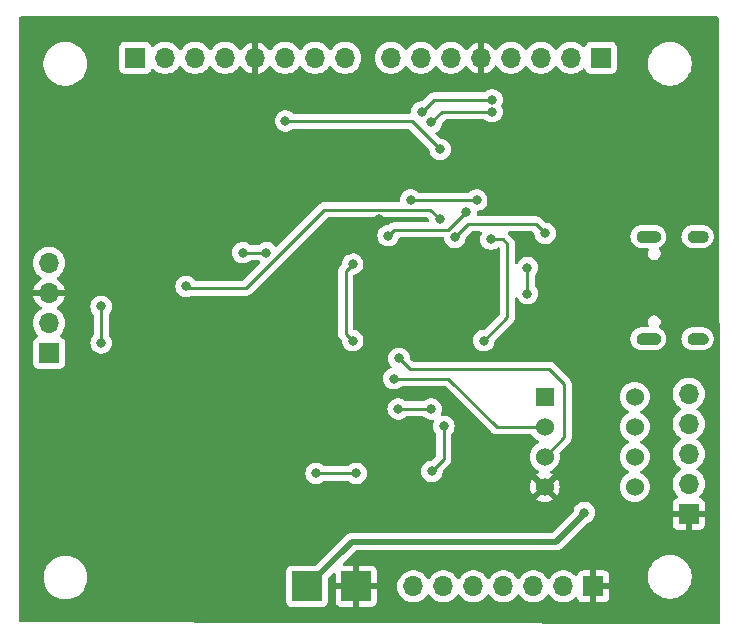
<source format=gbr>
%TF.GenerationSoftware,KiCad,Pcbnew,8.0.1*%
%TF.CreationDate,2024-07-28T14:25:14-07:00*%
%TF.ProjectId,RCS_Hardware,5243535f-4861-4726-9477-6172652e6b69,rev?*%
%TF.SameCoordinates,Original*%
%TF.FileFunction,Copper,L2,Bot*%
%TF.FilePolarity,Positive*%
%FSLAX46Y46*%
G04 Gerber Fmt 4.6, Leading zero omitted, Abs format (unit mm)*
G04 Created by KiCad (PCBNEW 8.0.1) date 2024-07-28 14:25:14*
%MOMM*%
%LPD*%
G01*
G04 APERTURE LIST*
%TA.AperFunction,EtchedComponent*%
%ADD10C,0.010000*%
%TD*%
%TA.AperFunction,ComponentPad*%
%ADD11R,2.500000X2.500000*%
%TD*%
%TA.AperFunction,ComponentPad*%
%ADD12R,1.524000X1.524000*%
%TD*%
%TA.AperFunction,ComponentPad*%
%ADD13C,1.524000*%
%TD*%
%TA.AperFunction,ComponentPad*%
%ADD14C,0.900000*%
%TD*%
%TA.AperFunction,ComponentPad*%
%ADD15R,1.700000X1.700000*%
%TD*%
%TA.AperFunction,ComponentPad*%
%ADD16O,1.700000X1.700000*%
%TD*%
%TA.AperFunction,ViaPad*%
%ADD17C,0.800000*%
%TD*%
%TA.AperFunction,Conductor*%
%ADD18C,0.250000*%
%TD*%
%TA.AperFunction,Conductor*%
%ADD19C,0.500000*%
%TD*%
G04 APERTURE END LIST*
D10*
%TO.C,J2*%
X159924000Y-93926000D02*
X159947000Y-93927000D01*
X159970000Y-93931000D01*
X159994000Y-93935000D01*
X160016000Y-93940000D01*
X160039000Y-93947000D01*
X160061000Y-93955000D01*
X160083000Y-93964000D01*
X160104000Y-93974000D01*
X160125000Y-93985000D01*
X160145000Y-93998000D01*
X160165000Y-94011000D01*
X160183000Y-94025000D01*
X160201000Y-94041000D01*
X160218000Y-94057000D01*
X160234000Y-94074000D01*
X160250000Y-94092000D01*
X160264000Y-94110000D01*
X160277000Y-94130000D01*
X160290000Y-94150000D01*
X160301000Y-94171000D01*
X160311000Y-94192000D01*
X160320000Y-94214000D01*
X160328000Y-94236000D01*
X160335000Y-94259000D01*
X160340000Y-94281000D01*
X160344000Y-94305000D01*
X160348000Y-94328000D01*
X160349000Y-94351000D01*
X160350000Y-94375000D01*
X160349000Y-94399000D01*
X160348000Y-94422000D01*
X160344000Y-94445000D01*
X160340000Y-94469000D01*
X160335000Y-94491000D01*
X160328000Y-94514000D01*
X160320000Y-94536000D01*
X160311000Y-94558000D01*
X160301000Y-94579000D01*
X160290000Y-94600000D01*
X160277000Y-94620000D01*
X160264000Y-94640000D01*
X160250000Y-94658000D01*
X160234000Y-94676000D01*
X160218000Y-94693000D01*
X160201000Y-94709000D01*
X160183000Y-94725000D01*
X160165000Y-94739000D01*
X160145000Y-94752000D01*
X160125000Y-94765000D01*
X160104000Y-94776000D01*
X160083000Y-94786000D01*
X160061000Y-94795000D01*
X160039000Y-94803000D01*
X160016000Y-94810000D01*
X159994000Y-94815000D01*
X159970000Y-94819000D01*
X159947000Y-94823000D01*
X159924000Y-94824000D01*
X159900000Y-94825000D01*
X159100000Y-94825000D01*
X159076000Y-94824000D01*
X159053000Y-94823000D01*
X159030000Y-94819000D01*
X159006000Y-94815000D01*
X158984000Y-94810000D01*
X158961000Y-94803000D01*
X158939000Y-94795000D01*
X158917000Y-94786000D01*
X158896000Y-94776000D01*
X158875000Y-94765000D01*
X158855000Y-94752000D01*
X158835000Y-94739000D01*
X158817000Y-94725000D01*
X158799000Y-94709000D01*
X158782000Y-94693000D01*
X158766000Y-94676000D01*
X158750000Y-94658000D01*
X158736000Y-94640000D01*
X158723000Y-94620000D01*
X158710000Y-94600000D01*
X158699000Y-94579000D01*
X158689000Y-94558000D01*
X158680000Y-94536000D01*
X158672000Y-94514000D01*
X158665000Y-94491000D01*
X158660000Y-94469000D01*
X158656000Y-94445000D01*
X158652000Y-94422000D01*
X158651000Y-94399000D01*
X158650000Y-94375000D01*
X158651000Y-94351000D01*
X158652000Y-94328000D01*
X158656000Y-94305000D01*
X158660000Y-94281000D01*
X158665000Y-94259000D01*
X158672000Y-94236000D01*
X158680000Y-94214000D01*
X158689000Y-94192000D01*
X158699000Y-94171000D01*
X158710000Y-94150000D01*
X158723000Y-94130000D01*
X158736000Y-94110000D01*
X158750000Y-94092000D01*
X158766000Y-94074000D01*
X158782000Y-94057000D01*
X158799000Y-94041000D01*
X158817000Y-94025000D01*
X158835000Y-94011000D01*
X158855000Y-93998000D01*
X158875000Y-93985000D01*
X158896000Y-93974000D01*
X158917000Y-93964000D01*
X158939000Y-93955000D01*
X158961000Y-93947000D01*
X158984000Y-93940000D01*
X159006000Y-93935000D01*
X159030000Y-93931000D01*
X159053000Y-93927000D01*
X159076000Y-93926000D01*
X159100000Y-93925000D01*
X159900000Y-93925000D01*
X159924000Y-93926000D01*
%TA.AperFunction,EtchedComponent*%
G36*
X159924000Y-93926000D02*
G01*
X159947000Y-93927000D01*
X159970000Y-93931000D01*
X159994000Y-93935000D01*
X160016000Y-93940000D01*
X160039000Y-93947000D01*
X160061000Y-93955000D01*
X160083000Y-93964000D01*
X160104000Y-93974000D01*
X160125000Y-93985000D01*
X160145000Y-93998000D01*
X160165000Y-94011000D01*
X160183000Y-94025000D01*
X160201000Y-94041000D01*
X160218000Y-94057000D01*
X160234000Y-94074000D01*
X160250000Y-94092000D01*
X160264000Y-94110000D01*
X160277000Y-94130000D01*
X160290000Y-94150000D01*
X160301000Y-94171000D01*
X160311000Y-94192000D01*
X160320000Y-94214000D01*
X160328000Y-94236000D01*
X160335000Y-94259000D01*
X160340000Y-94281000D01*
X160344000Y-94305000D01*
X160348000Y-94328000D01*
X160349000Y-94351000D01*
X160350000Y-94375000D01*
X160349000Y-94399000D01*
X160348000Y-94422000D01*
X160344000Y-94445000D01*
X160340000Y-94469000D01*
X160335000Y-94491000D01*
X160328000Y-94514000D01*
X160320000Y-94536000D01*
X160311000Y-94558000D01*
X160301000Y-94579000D01*
X160290000Y-94600000D01*
X160277000Y-94620000D01*
X160264000Y-94640000D01*
X160250000Y-94658000D01*
X160234000Y-94676000D01*
X160218000Y-94693000D01*
X160201000Y-94709000D01*
X160183000Y-94725000D01*
X160165000Y-94739000D01*
X160145000Y-94752000D01*
X160125000Y-94765000D01*
X160104000Y-94776000D01*
X160083000Y-94786000D01*
X160061000Y-94795000D01*
X160039000Y-94803000D01*
X160016000Y-94810000D01*
X159994000Y-94815000D01*
X159970000Y-94819000D01*
X159947000Y-94823000D01*
X159924000Y-94824000D01*
X159900000Y-94825000D01*
X159100000Y-94825000D01*
X159076000Y-94824000D01*
X159053000Y-94823000D01*
X159030000Y-94819000D01*
X159006000Y-94815000D01*
X158984000Y-94810000D01*
X158961000Y-94803000D01*
X158939000Y-94795000D01*
X158917000Y-94786000D01*
X158896000Y-94776000D01*
X158875000Y-94765000D01*
X158855000Y-94752000D01*
X158835000Y-94739000D01*
X158817000Y-94725000D01*
X158799000Y-94709000D01*
X158782000Y-94693000D01*
X158766000Y-94676000D01*
X158750000Y-94658000D01*
X158736000Y-94640000D01*
X158723000Y-94620000D01*
X158710000Y-94600000D01*
X158699000Y-94579000D01*
X158689000Y-94558000D01*
X158680000Y-94536000D01*
X158672000Y-94514000D01*
X158665000Y-94491000D01*
X158660000Y-94469000D01*
X158656000Y-94445000D01*
X158652000Y-94422000D01*
X158651000Y-94399000D01*
X158650000Y-94375000D01*
X158651000Y-94351000D01*
X158652000Y-94328000D01*
X158656000Y-94305000D01*
X158660000Y-94281000D01*
X158665000Y-94259000D01*
X158672000Y-94236000D01*
X158680000Y-94214000D01*
X158689000Y-94192000D01*
X158699000Y-94171000D01*
X158710000Y-94150000D01*
X158723000Y-94130000D01*
X158736000Y-94110000D01*
X158750000Y-94092000D01*
X158766000Y-94074000D01*
X158782000Y-94057000D01*
X158799000Y-94041000D01*
X158817000Y-94025000D01*
X158835000Y-94011000D01*
X158855000Y-93998000D01*
X158875000Y-93985000D01*
X158896000Y-93974000D01*
X158917000Y-93964000D01*
X158939000Y-93955000D01*
X158961000Y-93947000D01*
X158984000Y-93940000D01*
X159006000Y-93935000D01*
X159030000Y-93931000D01*
X159053000Y-93927000D01*
X159076000Y-93926000D01*
X159100000Y-93925000D01*
X159900000Y-93925000D01*
X159924000Y-93926000D01*
G37*
%TD.AperFunction*%
X155904000Y-93926000D02*
X155927000Y-93927000D01*
X155950000Y-93931000D01*
X155974000Y-93935000D01*
X155996000Y-93940000D01*
X156019000Y-93947000D01*
X156041000Y-93955000D01*
X156063000Y-93964000D01*
X156084000Y-93974000D01*
X156105000Y-93985000D01*
X156125000Y-93998000D01*
X156145000Y-94011000D01*
X156163000Y-94025000D01*
X156181000Y-94041000D01*
X156198000Y-94057000D01*
X156214000Y-94074000D01*
X156230000Y-94092000D01*
X156244000Y-94110000D01*
X156257000Y-94130000D01*
X156270000Y-94150000D01*
X156281000Y-94171000D01*
X156291000Y-94192000D01*
X156300000Y-94214000D01*
X156308000Y-94236000D01*
X156315000Y-94259000D01*
X156320000Y-94281000D01*
X156324000Y-94305000D01*
X156328000Y-94328000D01*
X156329000Y-94351000D01*
X156330000Y-94375000D01*
X156329000Y-94399000D01*
X156328000Y-94422000D01*
X156324000Y-94445000D01*
X156320000Y-94469000D01*
X156315000Y-94491000D01*
X156308000Y-94514000D01*
X156300000Y-94536000D01*
X156291000Y-94558000D01*
X156281000Y-94579000D01*
X156270000Y-94600000D01*
X156257000Y-94620000D01*
X156244000Y-94640000D01*
X156230000Y-94658000D01*
X156214000Y-94676000D01*
X156198000Y-94693000D01*
X156181000Y-94709000D01*
X156163000Y-94725000D01*
X156145000Y-94739000D01*
X156125000Y-94752000D01*
X156105000Y-94765000D01*
X156084000Y-94776000D01*
X156063000Y-94786000D01*
X156041000Y-94795000D01*
X156019000Y-94803000D01*
X155996000Y-94810000D01*
X155974000Y-94815000D01*
X155950000Y-94819000D01*
X155927000Y-94823000D01*
X155904000Y-94824000D01*
X155880000Y-94825000D01*
X154780000Y-94825000D01*
X154756000Y-94824000D01*
X154733000Y-94823000D01*
X154710000Y-94819000D01*
X154686000Y-94815000D01*
X154664000Y-94810000D01*
X154641000Y-94803000D01*
X154619000Y-94795000D01*
X154597000Y-94786000D01*
X154576000Y-94776000D01*
X154555000Y-94765000D01*
X154535000Y-94752000D01*
X154515000Y-94739000D01*
X154497000Y-94725000D01*
X154479000Y-94709000D01*
X154462000Y-94693000D01*
X154446000Y-94676000D01*
X154430000Y-94658000D01*
X154416000Y-94640000D01*
X154403000Y-94620000D01*
X154390000Y-94600000D01*
X154379000Y-94579000D01*
X154369000Y-94558000D01*
X154360000Y-94536000D01*
X154352000Y-94514000D01*
X154345000Y-94491000D01*
X154340000Y-94469000D01*
X154336000Y-94445000D01*
X154332000Y-94422000D01*
X154331000Y-94399000D01*
X154330000Y-94375000D01*
X154331000Y-94351000D01*
X154332000Y-94328000D01*
X154336000Y-94305000D01*
X154340000Y-94281000D01*
X154345000Y-94259000D01*
X154352000Y-94236000D01*
X154360000Y-94214000D01*
X154369000Y-94192000D01*
X154379000Y-94171000D01*
X154390000Y-94150000D01*
X154403000Y-94130000D01*
X154416000Y-94110000D01*
X154430000Y-94092000D01*
X154446000Y-94074000D01*
X154462000Y-94057000D01*
X154479000Y-94041000D01*
X154497000Y-94025000D01*
X154515000Y-94011000D01*
X154535000Y-93998000D01*
X154555000Y-93985000D01*
X154576000Y-93974000D01*
X154597000Y-93964000D01*
X154619000Y-93955000D01*
X154641000Y-93947000D01*
X154664000Y-93940000D01*
X154686000Y-93935000D01*
X154710000Y-93931000D01*
X154733000Y-93927000D01*
X154756000Y-93926000D01*
X154780000Y-93925000D01*
X155880000Y-93925000D01*
X155904000Y-93926000D01*
%TA.AperFunction,EtchedComponent*%
G36*
X155904000Y-93926000D02*
G01*
X155927000Y-93927000D01*
X155950000Y-93931000D01*
X155974000Y-93935000D01*
X155996000Y-93940000D01*
X156019000Y-93947000D01*
X156041000Y-93955000D01*
X156063000Y-93964000D01*
X156084000Y-93974000D01*
X156105000Y-93985000D01*
X156125000Y-93998000D01*
X156145000Y-94011000D01*
X156163000Y-94025000D01*
X156181000Y-94041000D01*
X156198000Y-94057000D01*
X156214000Y-94074000D01*
X156230000Y-94092000D01*
X156244000Y-94110000D01*
X156257000Y-94130000D01*
X156270000Y-94150000D01*
X156281000Y-94171000D01*
X156291000Y-94192000D01*
X156300000Y-94214000D01*
X156308000Y-94236000D01*
X156315000Y-94259000D01*
X156320000Y-94281000D01*
X156324000Y-94305000D01*
X156328000Y-94328000D01*
X156329000Y-94351000D01*
X156330000Y-94375000D01*
X156329000Y-94399000D01*
X156328000Y-94422000D01*
X156324000Y-94445000D01*
X156320000Y-94469000D01*
X156315000Y-94491000D01*
X156308000Y-94514000D01*
X156300000Y-94536000D01*
X156291000Y-94558000D01*
X156281000Y-94579000D01*
X156270000Y-94600000D01*
X156257000Y-94620000D01*
X156244000Y-94640000D01*
X156230000Y-94658000D01*
X156214000Y-94676000D01*
X156198000Y-94693000D01*
X156181000Y-94709000D01*
X156163000Y-94725000D01*
X156145000Y-94739000D01*
X156125000Y-94752000D01*
X156105000Y-94765000D01*
X156084000Y-94776000D01*
X156063000Y-94786000D01*
X156041000Y-94795000D01*
X156019000Y-94803000D01*
X155996000Y-94810000D01*
X155974000Y-94815000D01*
X155950000Y-94819000D01*
X155927000Y-94823000D01*
X155904000Y-94824000D01*
X155880000Y-94825000D01*
X154780000Y-94825000D01*
X154756000Y-94824000D01*
X154733000Y-94823000D01*
X154710000Y-94819000D01*
X154686000Y-94815000D01*
X154664000Y-94810000D01*
X154641000Y-94803000D01*
X154619000Y-94795000D01*
X154597000Y-94786000D01*
X154576000Y-94776000D01*
X154555000Y-94765000D01*
X154535000Y-94752000D01*
X154515000Y-94739000D01*
X154497000Y-94725000D01*
X154479000Y-94709000D01*
X154462000Y-94693000D01*
X154446000Y-94676000D01*
X154430000Y-94658000D01*
X154416000Y-94640000D01*
X154403000Y-94620000D01*
X154390000Y-94600000D01*
X154379000Y-94579000D01*
X154369000Y-94558000D01*
X154360000Y-94536000D01*
X154352000Y-94514000D01*
X154345000Y-94491000D01*
X154340000Y-94469000D01*
X154336000Y-94445000D01*
X154332000Y-94422000D01*
X154331000Y-94399000D01*
X154330000Y-94375000D01*
X154331000Y-94351000D01*
X154332000Y-94328000D01*
X154336000Y-94305000D01*
X154340000Y-94281000D01*
X154345000Y-94259000D01*
X154352000Y-94236000D01*
X154360000Y-94214000D01*
X154369000Y-94192000D01*
X154379000Y-94171000D01*
X154390000Y-94150000D01*
X154403000Y-94130000D01*
X154416000Y-94110000D01*
X154430000Y-94092000D01*
X154446000Y-94074000D01*
X154462000Y-94057000D01*
X154479000Y-94041000D01*
X154497000Y-94025000D01*
X154515000Y-94011000D01*
X154535000Y-93998000D01*
X154555000Y-93985000D01*
X154576000Y-93974000D01*
X154597000Y-93964000D01*
X154619000Y-93955000D01*
X154641000Y-93947000D01*
X154664000Y-93940000D01*
X154686000Y-93935000D01*
X154710000Y-93931000D01*
X154733000Y-93927000D01*
X154756000Y-93926000D01*
X154780000Y-93925000D01*
X155880000Y-93925000D01*
X155904000Y-93926000D01*
G37*
%TD.AperFunction*%
X159924000Y-102576000D02*
X159947000Y-102577000D01*
X159970000Y-102581000D01*
X159994000Y-102585000D01*
X160016000Y-102590000D01*
X160039000Y-102597000D01*
X160061000Y-102605000D01*
X160083000Y-102614000D01*
X160104000Y-102624000D01*
X160125000Y-102635000D01*
X160145000Y-102648000D01*
X160165000Y-102661000D01*
X160183000Y-102675000D01*
X160201000Y-102691000D01*
X160218000Y-102707000D01*
X160234000Y-102724000D01*
X160250000Y-102742000D01*
X160264000Y-102760000D01*
X160277000Y-102780000D01*
X160290000Y-102800000D01*
X160301000Y-102821000D01*
X160311000Y-102842000D01*
X160320000Y-102864000D01*
X160328000Y-102886000D01*
X160335000Y-102909000D01*
X160340000Y-102931000D01*
X160344000Y-102955000D01*
X160348000Y-102978000D01*
X160349000Y-103001000D01*
X160350000Y-103025000D01*
X160349000Y-103049000D01*
X160348000Y-103072000D01*
X160344000Y-103095000D01*
X160340000Y-103119000D01*
X160335000Y-103141000D01*
X160328000Y-103164000D01*
X160320000Y-103186000D01*
X160311000Y-103208000D01*
X160301000Y-103229000D01*
X160290000Y-103250000D01*
X160277000Y-103270000D01*
X160264000Y-103290000D01*
X160250000Y-103308000D01*
X160234000Y-103326000D01*
X160218000Y-103343000D01*
X160201000Y-103359000D01*
X160183000Y-103375000D01*
X160165000Y-103389000D01*
X160145000Y-103402000D01*
X160125000Y-103415000D01*
X160104000Y-103426000D01*
X160083000Y-103436000D01*
X160061000Y-103445000D01*
X160039000Y-103453000D01*
X160016000Y-103460000D01*
X159994000Y-103465000D01*
X159970000Y-103469000D01*
X159947000Y-103473000D01*
X159924000Y-103474000D01*
X159900000Y-103475000D01*
X159100000Y-103475000D01*
X159076000Y-103474000D01*
X159053000Y-103473000D01*
X159030000Y-103469000D01*
X159006000Y-103465000D01*
X158984000Y-103460000D01*
X158961000Y-103453000D01*
X158939000Y-103445000D01*
X158917000Y-103436000D01*
X158896000Y-103426000D01*
X158875000Y-103415000D01*
X158855000Y-103402000D01*
X158835000Y-103389000D01*
X158817000Y-103375000D01*
X158799000Y-103359000D01*
X158782000Y-103343000D01*
X158766000Y-103326000D01*
X158750000Y-103308000D01*
X158736000Y-103290000D01*
X158723000Y-103270000D01*
X158710000Y-103250000D01*
X158699000Y-103229000D01*
X158689000Y-103208000D01*
X158680000Y-103186000D01*
X158672000Y-103164000D01*
X158665000Y-103141000D01*
X158660000Y-103119000D01*
X158656000Y-103095000D01*
X158652000Y-103072000D01*
X158651000Y-103049000D01*
X158650000Y-103025000D01*
X158651000Y-103001000D01*
X158652000Y-102978000D01*
X158656000Y-102955000D01*
X158660000Y-102931000D01*
X158665000Y-102909000D01*
X158672000Y-102886000D01*
X158680000Y-102864000D01*
X158689000Y-102842000D01*
X158699000Y-102821000D01*
X158710000Y-102800000D01*
X158723000Y-102780000D01*
X158736000Y-102760000D01*
X158750000Y-102742000D01*
X158766000Y-102724000D01*
X158782000Y-102707000D01*
X158799000Y-102691000D01*
X158817000Y-102675000D01*
X158835000Y-102661000D01*
X158855000Y-102648000D01*
X158875000Y-102635000D01*
X158896000Y-102624000D01*
X158917000Y-102614000D01*
X158939000Y-102605000D01*
X158961000Y-102597000D01*
X158984000Y-102590000D01*
X159006000Y-102585000D01*
X159030000Y-102581000D01*
X159053000Y-102577000D01*
X159076000Y-102576000D01*
X159100000Y-102575000D01*
X159900000Y-102575000D01*
X159924000Y-102576000D01*
%TA.AperFunction,EtchedComponent*%
G36*
X159924000Y-102576000D02*
G01*
X159947000Y-102577000D01*
X159970000Y-102581000D01*
X159994000Y-102585000D01*
X160016000Y-102590000D01*
X160039000Y-102597000D01*
X160061000Y-102605000D01*
X160083000Y-102614000D01*
X160104000Y-102624000D01*
X160125000Y-102635000D01*
X160145000Y-102648000D01*
X160165000Y-102661000D01*
X160183000Y-102675000D01*
X160201000Y-102691000D01*
X160218000Y-102707000D01*
X160234000Y-102724000D01*
X160250000Y-102742000D01*
X160264000Y-102760000D01*
X160277000Y-102780000D01*
X160290000Y-102800000D01*
X160301000Y-102821000D01*
X160311000Y-102842000D01*
X160320000Y-102864000D01*
X160328000Y-102886000D01*
X160335000Y-102909000D01*
X160340000Y-102931000D01*
X160344000Y-102955000D01*
X160348000Y-102978000D01*
X160349000Y-103001000D01*
X160350000Y-103025000D01*
X160349000Y-103049000D01*
X160348000Y-103072000D01*
X160344000Y-103095000D01*
X160340000Y-103119000D01*
X160335000Y-103141000D01*
X160328000Y-103164000D01*
X160320000Y-103186000D01*
X160311000Y-103208000D01*
X160301000Y-103229000D01*
X160290000Y-103250000D01*
X160277000Y-103270000D01*
X160264000Y-103290000D01*
X160250000Y-103308000D01*
X160234000Y-103326000D01*
X160218000Y-103343000D01*
X160201000Y-103359000D01*
X160183000Y-103375000D01*
X160165000Y-103389000D01*
X160145000Y-103402000D01*
X160125000Y-103415000D01*
X160104000Y-103426000D01*
X160083000Y-103436000D01*
X160061000Y-103445000D01*
X160039000Y-103453000D01*
X160016000Y-103460000D01*
X159994000Y-103465000D01*
X159970000Y-103469000D01*
X159947000Y-103473000D01*
X159924000Y-103474000D01*
X159900000Y-103475000D01*
X159100000Y-103475000D01*
X159076000Y-103474000D01*
X159053000Y-103473000D01*
X159030000Y-103469000D01*
X159006000Y-103465000D01*
X158984000Y-103460000D01*
X158961000Y-103453000D01*
X158939000Y-103445000D01*
X158917000Y-103436000D01*
X158896000Y-103426000D01*
X158875000Y-103415000D01*
X158855000Y-103402000D01*
X158835000Y-103389000D01*
X158817000Y-103375000D01*
X158799000Y-103359000D01*
X158782000Y-103343000D01*
X158766000Y-103326000D01*
X158750000Y-103308000D01*
X158736000Y-103290000D01*
X158723000Y-103270000D01*
X158710000Y-103250000D01*
X158699000Y-103229000D01*
X158689000Y-103208000D01*
X158680000Y-103186000D01*
X158672000Y-103164000D01*
X158665000Y-103141000D01*
X158660000Y-103119000D01*
X158656000Y-103095000D01*
X158652000Y-103072000D01*
X158651000Y-103049000D01*
X158650000Y-103025000D01*
X158651000Y-103001000D01*
X158652000Y-102978000D01*
X158656000Y-102955000D01*
X158660000Y-102931000D01*
X158665000Y-102909000D01*
X158672000Y-102886000D01*
X158680000Y-102864000D01*
X158689000Y-102842000D01*
X158699000Y-102821000D01*
X158710000Y-102800000D01*
X158723000Y-102780000D01*
X158736000Y-102760000D01*
X158750000Y-102742000D01*
X158766000Y-102724000D01*
X158782000Y-102707000D01*
X158799000Y-102691000D01*
X158817000Y-102675000D01*
X158835000Y-102661000D01*
X158855000Y-102648000D01*
X158875000Y-102635000D01*
X158896000Y-102624000D01*
X158917000Y-102614000D01*
X158939000Y-102605000D01*
X158961000Y-102597000D01*
X158984000Y-102590000D01*
X159006000Y-102585000D01*
X159030000Y-102581000D01*
X159053000Y-102577000D01*
X159076000Y-102576000D01*
X159100000Y-102575000D01*
X159900000Y-102575000D01*
X159924000Y-102576000D01*
G37*
%TD.AperFunction*%
X155904000Y-102576000D02*
X155927000Y-102577000D01*
X155950000Y-102581000D01*
X155974000Y-102585000D01*
X155996000Y-102590000D01*
X156019000Y-102597000D01*
X156041000Y-102605000D01*
X156063000Y-102614000D01*
X156084000Y-102624000D01*
X156105000Y-102635000D01*
X156125000Y-102648000D01*
X156145000Y-102661000D01*
X156163000Y-102675000D01*
X156181000Y-102691000D01*
X156198000Y-102707000D01*
X156214000Y-102724000D01*
X156230000Y-102742000D01*
X156244000Y-102760000D01*
X156257000Y-102780000D01*
X156270000Y-102800000D01*
X156281000Y-102821000D01*
X156291000Y-102842000D01*
X156300000Y-102864000D01*
X156308000Y-102886000D01*
X156315000Y-102909000D01*
X156320000Y-102931000D01*
X156324000Y-102955000D01*
X156328000Y-102978000D01*
X156329000Y-103001000D01*
X156330000Y-103025000D01*
X156329000Y-103049000D01*
X156328000Y-103072000D01*
X156324000Y-103095000D01*
X156320000Y-103119000D01*
X156315000Y-103141000D01*
X156308000Y-103164000D01*
X156300000Y-103186000D01*
X156291000Y-103208000D01*
X156281000Y-103229000D01*
X156270000Y-103250000D01*
X156257000Y-103270000D01*
X156244000Y-103290000D01*
X156230000Y-103308000D01*
X156214000Y-103326000D01*
X156198000Y-103343000D01*
X156181000Y-103359000D01*
X156163000Y-103375000D01*
X156145000Y-103389000D01*
X156125000Y-103402000D01*
X156105000Y-103415000D01*
X156084000Y-103426000D01*
X156063000Y-103436000D01*
X156041000Y-103445000D01*
X156019000Y-103453000D01*
X155996000Y-103460000D01*
X155974000Y-103465000D01*
X155950000Y-103469000D01*
X155927000Y-103473000D01*
X155904000Y-103474000D01*
X155880000Y-103475000D01*
X154780000Y-103475000D01*
X154756000Y-103474000D01*
X154733000Y-103473000D01*
X154710000Y-103469000D01*
X154686000Y-103465000D01*
X154664000Y-103460000D01*
X154641000Y-103453000D01*
X154619000Y-103445000D01*
X154597000Y-103436000D01*
X154576000Y-103426000D01*
X154555000Y-103415000D01*
X154535000Y-103402000D01*
X154515000Y-103389000D01*
X154497000Y-103375000D01*
X154479000Y-103359000D01*
X154462000Y-103343000D01*
X154446000Y-103326000D01*
X154430000Y-103308000D01*
X154416000Y-103290000D01*
X154403000Y-103270000D01*
X154390000Y-103250000D01*
X154379000Y-103229000D01*
X154369000Y-103208000D01*
X154360000Y-103186000D01*
X154352000Y-103164000D01*
X154345000Y-103141000D01*
X154340000Y-103119000D01*
X154336000Y-103095000D01*
X154332000Y-103072000D01*
X154331000Y-103049000D01*
X154330000Y-103025000D01*
X154331000Y-103001000D01*
X154332000Y-102978000D01*
X154336000Y-102955000D01*
X154340000Y-102931000D01*
X154345000Y-102909000D01*
X154352000Y-102886000D01*
X154360000Y-102864000D01*
X154369000Y-102842000D01*
X154379000Y-102821000D01*
X154390000Y-102800000D01*
X154403000Y-102780000D01*
X154416000Y-102760000D01*
X154430000Y-102742000D01*
X154446000Y-102724000D01*
X154462000Y-102707000D01*
X154479000Y-102691000D01*
X154497000Y-102675000D01*
X154515000Y-102661000D01*
X154535000Y-102648000D01*
X154555000Y-102635000D01*
X154576000Y-102624000D01*
X154597000Y-102614000D01*
X154619000Y-102605000D01*
X154641000Y-102597000D01*
X154664000Y-102590000D01*
X154686000Y-102585000D01*
X154710000Y-102581000D01*
X154733000Y-102577000D01*
X154756000Y-102576000D01*
X154780000Y-102575000D01*
X155880000Y-102575000D01*
X155904000Y-102576000D01*
%TA.AperFunction,EtchedComponent*%
G36*
X155904000Y-102576000D02*
G01*
X155927000Y-102577000D01*
X155950000Y-102581000D01*
X155974000Y-102585000D01*
X155996000Y-102590000D01*
X156019000Y-102597000D01*
X156041000Y-102605000D01*
X156063000Y-102614000D01*
X156084000Y-102624000D01*
X156105000Y-102635000D01*
X156125000Y-102648000D01*
X156145000Y-102661000D01*
X156163000Y-102675000D01*
X156181000Y-102691000D01*
X156198000Y-102707000D01*
X156214000Y-102724000D01*
X156230000Y-102742000D01*
X156244000Y-102760000D01*
X156257000Y-102780000D01*
X156270000Y-102800000D01*
X156281000Y-102821000D01*
X156291000Y-102842000D01*
X156300000Y-102864000D01*
X156308000Y-102886000D01*
X156315000Y-102909000D01*
X156320000Y-102931000D01*
X156324000Y-102955000D01*
X156328000Y-102978000D01*
X156329000Y-103001000D01*
X156330000Y-103025000D01*
X156329000Y-103049000D01*
X156328000Y-103072000D01*
X156324000Y-103095000D01*
X156320000Y-103119000D01*
X156315000Y-103141000D01*
X156308000Y-103164000D01*
X156300000Y-103186000D01*
X156291000Y-103208000D01*
X156281000Y-103229000D01*
X156270000Y-103250000D01*
X156257000Y-103270000D01*
X156244000Y-103290000D01*
X156230000Y-103308000D01*
X156214000Y-103326000D01*
X156198000Y-103343000D01*
X156181000Y-103359000D01*
X156163000Y-103375000D01*
X156145000Y-103389000D01*
X156125000Y-103402000D01*
X156105000Y-103415000D01*
X156084000Y-103426000D01*
X156063000Y-103436000D01*
X156041000Y-103445000D01*
X156019000Y-103453000D01*
X155996000Y-103460000D01*
X155974000Y-103465000D01*
X155950000Y-103469000D01*
X155927000Y-103473000D01*
X155904000Y-103474000D01*
X155880000Y-103475000D01*
X154780000Y-103475000D01*
X154756000Y-103474000D01*
X154733000Y-103473000D01*
X154710000Y-103469000D01*
X154686000Y-103465000D01*
X154664000Y-103460000D01*
X154641000Y-103453000D01*
X154619000Y-103445000D01*
X154597000Y-103436000D01*
X154576000Y-103426000D01*
X154555000Y-103415000D01*
X154535000Y-103402000D01*
X154515000Y-103389000D01*
X154497000Y-103375000D01*
X154479000Y-103359000D01*
X154462000Y-103343000D01*
X154446000Y-103326000D01*
X154430000Y-103308000D01*
X154416000Y-103290000D01*
X154403000Y-103270000D01*
X154390000Y-103250000D01*
X154379000Y-103229000D01*
X154369000Y-103208000D01*
X154360000Y-103186000D01*
X154352000Y-103164000D01*
X154345000Y-103141000D01*
X154340000Y-103119000D01*
X154336000Y-103095000D01*
X154332000Y-103072000D01*
X154331000Y-103049000D01*
X154330000Y-103025000D01*
X154331000Y-103001000D01*
X154332000Y-102978000D01*
X154336000Y-102955000D01*
X154340000Y-102931000D01*
X154345000Y-102909000D01*
X154352000Y-102886000D01*
X154360000Y-102864000D01*
X154369000Y-102842000D01*
X154379000Y-102821000D01*
X154390000Y-102800000D01*
X154403000Y-102780000D01*
X154416000Y-102760000D01*
X154430000Y-102742000D01*
X154446000Y-102724000D01*
X154462000Y-102707000D01*
X154479000Y-102691000D01*
X154497000Y-102675000D01*
X154515000Y-102661000D01*
X154535000Y-102648000D01*
X154555000Y-102635000D01*
X154576000Y-102624000D01*
X154597000Y-102614000D01*
X154619000Y-102605000D01*
X154641000Y-102597000D01*
X154664000Y-102590000D01*
X154686000Y-102585000D01*
X154710000Y-102581000D01*
X154733000Y-102577000D01*
X154756000Y-102576000D01*
X154780000Y-102575000D01*
X155880000Y-102575000D01*
X155904000Y-102576000D01*
G37*
%TD.AperFunction*%
%TD*%
D11*
%TO.P,Power,1,Pin_1*%
%TO.N,GND*%
X130600000Y-124000000D03*
%TD*%
D12*
%TO.P,LTC,1,VCC*%
%TO.N,VBUS*%
X146558000Y-107950000D03*
D13*
%TO.P,LTC,2,R*%
%TO.N,/RX*%
X146558000Y-110490000D03*
%TO.P,LTC,3,D*%
%TO.N,/TX*%
X146558000Y-113030000D03*
%TO.P,LTC,4,GND*%
%TO.N,GND*%
X146558000Y-115570000D03*
%TO.P,LTC,5,Y*%
%TO.N,Net-(J8-Pin_2)*%
X154178000Y-115570000D03*
%TO.P,LTC,6,Z*%
%TO.N,Net-(J8-Pin_3)*%
X154178000Y-113030000D03*
%TO.P,LTC,7,B*%
%TO.N,Net-(J8-Pin_4)*%
X154178000Y-110490000D03*
%TO.P,LTC,8,A*%
%TO.N,Net-(J8-Pin_5)*%
X154178000Y-107950000D03*
%TD*%
D11*
%TO.P,J4,1,Pin_1*%
%TO.N,VBUS*%
X126444000Y-124000000D03*
%TD*%
D14*
%TO.P,J2,S4,SHIELD*%
%TO.N,GND*%
X159500000Y-94375000D03*
%TO.P,J2,S3,SHIELD*%
X159500000Y-103025000D03*
%TO.P,J2,S2,SHIELD*%
X155330000Y-94375000D03*
%TO.P,J2,S1,SHIELD*%
X155330000Y-103025000D03*
%TD*%
D15*
%TO.P,Flash,1,Pin_1*%
%TO.N,/NRST*%
X104600000Y-104240000D03*
D16*
%TO.P,Flash,2,Pin_2*%
%TO.N,/SWDIO*%
X104600000Y-101700000D03*
%TO.P,Flash,3,Pin_3*%
%TO.N,GND*%
X104600000Y-99160000D03*
%TO.P,Flash,4,Pin_4*%
%TO.N,/SWCLK*%
X104600000Y-96620000D03*
%TD*%
D15*
%TO.P,J8,1,Pin_1*%
%TO.N,GND*%
X158750000Y-117856000D03*
D16*
%TO.P,J8,2,Pin_2*%
%TO.N,Net-(J8-Pin_2)*%
X158750000Y-115316000D03*
%TO.P,J8,3,Pin_3*%
%TO.N,Net-(J8-Pin_3)*%
X158750000Y-112776000D03*
%TO.P,J8,4,Pin_4*%
%TO.N,Net-(J8-Pin_4)*%
X158750000Y-110236000D03*
%TO.P,J8,5,Pin_5*%
%TO.N,Net-(J8-Pin_5)*%
X158750000Y-107696000D03*
%TD*%
D15*
%TO.P,Solenoids,1,Pin_1*%
%TO.N,GND*%
X150672800Y-124000000D03*
D16*
%TO.P,Solenoids,2,Pin_2*%
%TO.N,/S6*%
X148132800Y-124000000D03*
%TO.P,Solenoids,3,Pin_3*%
%TO.N,/S5*%
X145592800Y-124000000D03*
%TO.P,Solenoids,4,Pin_4*%
%TO.N,/S4*%
X143052800Y-124000000D03*
%TO.P,Solenoids,5,Pin_5*%
%TO.N,/S3*%
X140512800Y-124000000D03*
%TO.P,Solenoids,6,Pin_6*%
%TO.N,/S2*%
X137972800Y-124000000D03*
%TO.P,Solenoids,7,Pin_7*%
%TO.N,/S1*%
X135432800Y-124000000D03*
%TD*%
D15*
%TO.P,SPI2,1,Pin_1*%
%TO.N,/CS2*%
X151325400Y-79248000D03*
D16*
%TO.P,SPI2,2,Pin_2*%
%TO.N,/MOSI2*%
X148785400Y-79248000D03*
%TO.P,SPI2,3,Pin_3*%
%TO.N,/MISO2*%
X146245400Y-79248000D03*
%TO.P,SPI2,4,Pin_4*%
%TO.N,/SCK*%
X143705400Y-79248000D03*
%TO.P,SPI2,5,Pin_5*%
%TO.N,GND*%
X141165400Y-79248000D03*
%TO.P,SPI2,6,Pin_6*%
%TO.N,+3.3V*%
X138625400Y-79248000D03*
%TO.P,SPI2,7,Pin_7*%
%TO.N,/SDA*%
X136085400Y-79248000D03*
%TO.P,SPI2,8,Pin_8*%
%TO.N,/SCL*%
X133545400Y-79248000D03*
%TD*%
D15*
%TO.P,SPI1,1,Pin_1*%
%TO.N,/CS1*%
X111887000Y-79248000D03*
D16*
%TO.P,SPI1,2,Pin_2*%
%TO.N,/MOSI2*%
X114427000Y-79248000D03*
%TO.P,SPI1,3,Pin_3*%
%TO.N,/MISO2*%
X116967000Y-79248000D03*
%TO.P,SPI1,4,Pin_4*%
%TO.N,/SCK*%
X119507000Y-79248000D03*
%TO.P,SPI1,5,Pin_5*%
%TO.N,GND*%
X122047000Y-79248000D03*
%TO.P,SPI1,6,Pin_6*%
%TO.N,+3.3V*%
X124587000Y-79248000D03*
%TO.P,SPI1,7,Pin_7*%
%TO.N,/SDA*%
X127127000Y-79248000D03*
%TO.P,SPI1,8,Pin_8*%
%TO.N,/SCL*%
X129667000Y-79248000D03*
%TD*%
D17*
%TO.N,GND*%
X132532000Y-92868000D03*
X141100000Y-81700000D03*
X132943600Y-123952000D03*
X119900000Y-88800000D03*
X107823000Y-98171000D03*
X122100000Y-94100000D03*
X130000000Y-95500000D03*
X149900000Y-96000000D03*
X121938400Y-81990000D03*
X150300000Y-101000000D03*
X110077000Y-116610800D03*
X151955600Y-82894000D03*
X153400000Y-95500000D03*
X153400000Y-101900000D03*
X127700000Y-99700000D03*
X139000000Y-109000000D03*
X114100000Y-95600000D03*
X150700000Y-119600000D03*
X132400000Y-118300000D03*
X151500000Y-93200000D03*
X116350000Y-108318000D03*
%TO.N,+3.3V*%
X133300000Y-94300000D03*
X141400000Y-103200000D03*
X109000000Y-100300000D03*
X109000000Y-103378000D03*
X130300000Y-103200000D03*
X127200000Y-114427000D03*
X130600000Y-114427000D03*
X142000000Y-94600000D03*
X139900000Y-92300000D03*
X130300000Y-96700000D03*
%TO.N,VBUS*%
X149900000Y-117750000D03*
%TO.N,/SWDIO*%
X140800000Y-91300000D03*
X121000000Y-95750000D03*
X123000000Y-95750000D03*
X135200000Y-91300000D03*
%TO.N,/SWCLK*%
X124600000Y-84600000D03*
X137700000Y-87000000D03*
%TO.N,/LED_B*%
X145100000Y-97000000D03*
X145100000Y-99200000D03*
%TO.N,/LED_G*%
X138950000Y-94450000D03*
X146600000Y-94100000D03*
%TO.N,/S2*%
X137000000Y-114250000D03*
X138019956Y-110446417D03*
%TO.N,/MOSI*%
X134156000Y-108966000D03*
X136950000Y-108966000D03*
%TO.N,/BNO_NRST*%
X116200000Y-98600000D03*
X137697000Y-92921096D03*
%TO.N,/SDA*%
X142100000Y-83800000D03*
X136972000Y-84709000D03*
%TO.N,/SCL*%
X136144000Y-83820000D03*
X142100000Y-82800000D03*
%TO.N,/RX*%
X133784500Y-106415500D03*
%TO.N,/TX*%
X134225000Y-104700000D03*
%TD*%
D18*
%TO.N,+3.3V*%
X133800000Y-93800000D02*
X138400000Y-93800000D01*
X109000000Y-100300000D02*
X109000000Y-103378000D01*
X129700000Y-97300000D02*
X130300000Y-96700000D01*
X141400000Y-103200000D02*
X143400000Y-101200000D01*
X133300000Y-94300000D02*
X133800000Y-93800000D01*
X138400000Y-93800000D02*
X139900000Y-92300000D01*
X129700000Y-102600000D02*
X129700000Y-97300000D01*
X130600000Y-114427000D02*
X127200000Y-114427000D01*
X143400000Y-95000000D02*
X143000000Y-94600000D01*
X130300000Y-103200000D02*
X129700000Y-102600000D01*
X143000000Y-94600000D02*
X142000000Y-94600000D01*
X143400000Y-101200000D02*
X143400000Y-95000000D01*
D19*
%TO.N,VBUS*%
X149900000Y-117750000D02*
X149900000Y-117850000D01*
X147550000Y-120200000D02*
X130244000Y-120200000D01*
X130244000Y-120200000D02*
X126444000Y-124000000D01*
X149900000Y-117850000D02*
X147550000Y-120200000D01*
D18*
%TO.N,/SWDIO*%
X123000000Y-95750000D02*
X122900000Y-95850000D01*
X123000000Y-95750000D02*
X121000000Y-95750000D01*
X135200000Y-91300000D02*
X140800000Y-91300000D01*
%TO.N,/SWCLK*%
X135300000Y-84600000D02*
X124600000Y-84600000D01*
X137700000Y-87000000D02*
X135300000Y-84600000D01*
%TO.N,/LED_B*%
X145100000Y-99200000D02*
X145100000Y-99100000D01*
X145100000Y-97000000D02*
X145100000Y-99200000D01*
%TO.N,/LED_G*%
X145800000Y-93300000D02*
X146600000Y-94100000D01*
X140100000Y-93300000D02*
X145800000Y-93300000D01*
X138950000Y-94450000D02*
X140100000Y-93300000D01*
%TO.N,/S2*%
X137000000Y-114250000D02*
X138000000Y-113250000D01*
X138000000Y-113250000D02*
X138000000Y-110500000D01*
%TO.N,/MOSI*%
X136950000Y-108966000D02*
X136696000Y-108966000D01*
X134156000Y-108966000D02*
X136950000Y-108966000D01*
%TO.N,/BNO_NRST*%
X127900000Y-92100000D02*
X121250000Y-98750000D01*
X137697000Y-92921096D02*
X136875904Y-92100000D01*
X116350000Y-98750000D02*
X116200000Y-98600000D01*
X121250000Y-98750000D02*
X116350000Y-98750000D01*
X136875904Y-92100000D02*
X127900000Y-92100000D01*
%TO.N,/SDA*%
X137881000Y-83800000D02*
X142100000Y-83800000D01*
X136972000Y-84709000D02*
X137881000Y-83800000D01*
%TO.N,/SCL*%
X137164000Y-82800000D02*
X136144000Y-83820000D01*
X142100000Y-82800000D02*
X137164000Y-82800000D01*
%TO.N,/RX*%
X138400000Y-106400000D02*
X142490000Y-110490000D01*
X137456305Y-106400000D02*
X138400000Y-106400000D01*
X133784500Y-106415500D02*
X137440805Y-106415500D01*
X142490000Y-110490000D02*
X146558000Y-110490000D01*
X137440805Y-106415500D02*
X137456305Y-106400000D01*
%TO.N,/TX*%
X135125000Y-105600000D02*
X146900000Y-105600000D01*
X148200000Y-111388000D02*
X146558000Y-113030000D01*
X148200000Y-106900000D02*
X148200000Y-111388000D01*
X146900000Y-105600000D02*
X148200000Y-106900000D01*
X134225000Y-104700000D02*
X135125000Y-105600000D01*
%TD*%
%TA.AperFunction,Conductor*%
%TO.N,GND*%
G36*
X161216279Y-75762485D02*
G01*
X161262034Y-75815289D01*
X161273240Y-75866559D01*
X161372757Y-127078444D01*
X161353203Y-127145522D01*
X161300488Y-127191379D01*
X161248443Y-127202685D01*
X102177686Y-127053312D01*
X102110697Y-127033458D01*
X102065076Y-126980538D01*
X102054000Y-126929312D01*
X102054000Y-125298654D01*
X124685500Y-125298654D01*
X124692011Y-125359202D01*
X124692011Y-125359204D01*
X124741575Y-125492086D01*
X124743111Y-125496204D01*
X124830739Y-125613261D01*
X124947796Y-125700889D01*
X125062297Y-125743596D01*
X125079463Y-125749999D01*
X125084799Y-125751989D01*
X125112050Y-125754918D01*
X125145345Y-125758499D01*
X125145362Y-125758500D01*
X127742638Y-125758500D01*
X127742654Y-125758499D01*
X127769692Y-125755591D01*
X127803201Y-125751989D01*
X127808537Y-125749999D01*
X127825703Y-125743596D01*
X127940204Y-125700889D01*
X128057261Y-125613261D01*
X128144889Y-125496204D01*
X128195989Y-125359201D01*
X128200048Y-125321443D01*
X128202499Y-125298654D01*
X128202500Y-125298637D01*
X128202500Y-123365542D01*
X128222185Y-123298503D01*
X128238814Y-123277866D01*
X128638321Y-122878359D01*
X128699642Y-122844876D01*
X128769334Y-122849860D01*
X128825267Y-122891732D01*
X128849684Y-122957196D01*
X128850000Y-122966042D01*
X128850000Y-123750000D01*
X130051518Y-123750000D01*
X130040889Y-123768409D01*
X130000000Y-123921009D01*
X130000000Y-124078991D01*
X130040889Y-124231591D01*
X130051518Y-124250000D01*
X128850000Y-124250000D01*
X128850000Y-125297844D01*
X128856401Y-125357372D01*
X128856403Y-125357379D01*
X128906645Y-125492086D01*
X128906649Y-125492093D01*
X128992809Y-125607187D01*
X128992812Y-125607190D01*
X129107906Y-125693350D01*
X129107913Y-125693354D01*
X129242620Y-125743596D01*
X129242627Y-125743598D01*
X129302155Y-125749999D01*
X129302172Y-125750000D01*
X130350000Y-125750000D01*
X130350000Y-124548482D01*
X130368409Y-124559111D01*
X130521009Y-124600000D01*
X130678991Y-124600000D01*
X130831591Y-124559111D01*
X130850000Y-124548482D01*
X130850000Y-125750000D01*
X131897828Y-125750000D01*
X131897844Y-125749999D01*
X131957372Y-125743598D01*
X131957379Y-125743596D01*
X132092086Y-125693354D01*
X132092093Y-125693350D01*
X132207187Y-125607190D01*
X132207190Y-125607187D01*
X132293350Y-125492093D01*
X132293354Y-125492086D01*
X132343596Y-125357379D01*
X132343598Y-125357372D01*
X132349999Y-125297844D01*
X132350000Y-125297827D01*
X132350000Y-124250000D01*
X131148482Y-124250000D01*
X131159111Y-124231591D01*
X131200000Y-124078991D01*
X131200000Y-124000005D01*
X134069644Y-124000005D01*
X134088234Y-124224359D01*
X134088236Y-124224371D01*
X134143503Y-124442614D01*
X134233940Y-124648792D01*
X134357076Y-124837265D01*
X134357084Y-124837276D01*
X134477313Y-124967877D01*
X134509560Y-125002906D01*
X134687224Y-125141189D01*
X134687225Y-125141189D01*
X134687227Y-125141191D01*
X134809178Y-125207187D01*
X134885226Y-125248342D01*
X135098165Y-125321444D01*
X135320231Y-125358500D01*
X135545369Y-125358500D01*
X135767435Y-125321444D01*
X135980374Y-125248342D01*
X136178376Y-125141189D01*
X136356040Y-125002906D01*
X136458840Y-124891237D01*
X136508515Y-124837276D01*
X136508515Y-124837275D01*
X136508522Y-124837268D01*
X136598993Y-124698790D01*
X136652138Y-124653437D01*
X136721369Y-124644013D01*
X136784705Y-124673515D01*
X136806604Y-124698787D01*
X136897078Y-124837268D01*
X136897083Y-124837273D01*
X136897084Y-124837276D01*
X137017313Y-124967877D01*
X137049560Y-125002906D01*
X137227224Y-125141189D01*
X137227225Y-125141189D01*
X137227227Y-125141191D01*
X137349178Y-125207187D01*
X137425226Y-125248342D01*
X137638165Y-125321444D01*
X137860231Y-125358500D01*
X138085369Y-125358500D01*
X138307435Y-125321444D01*
X138520374Y-125248342D01*
X138718376Y-125141189D01*
X138896040Y-125002906D01*
X138998840Y-124891237D01*
X139048515Y-124837276D01*
X139048515Y-124837275D01*
X139048522Y-124837268D01*
X139138993Y-124698790D01*
X139192138Y-124653437D01*
X139261369Y-124644013D01*
X139324705Y-124673515D01*
X139346604Y-124698787D01*
X139437078Y-124837268D01*
X139437083Y-124837273D01*
X139437084Y-124837276D01*
X139557313Y-124967877D01*
X139589560Y-125002906D01*
X139767224Y-125141189D01*
X139767225Y-125141189D01*
X139767227Y-125141191D01*
X139889178Y-125207187D01*
X139965226Y-125248342D01*
X140178165Y-125321444D01*
X140400231Y-125358500D01*
X140625369Y-125358500D01*
X140847435Y-125321444D01*
X141060374Y-125248342D01*
X141258376Y-125141189D01*
X141436040Y-125002906D01*
X141538840Y-124891237D01*
X141588515Y-124837276D01*
X141588515Y-124837275D01*
X141588522Y-124837268D01*
X141678993Y-124698790D01*
X141732138Y-124653437D01*
X141801369Y-124644013D01*
X141864705Y-124673515D01*
X141886604Y-124698787D01*
X141977078Y-124837268D01*
X141977083Y-124837273D01*
X141977084Y-124837276D01*
X142097313Y-124967877D01*
X142129560Y-125002906D01*
X142307224Y-125141189D01*
X142307225Y-125141189D01*
X142307227Y-125141191D01*
X142429178Y-125207187D01*
X142505226Y-125248342D01*
X142718165Y-125321444D01*
X142940231Y-125358500D01*
X143165369Y-125358500D01*
X143387435Y-125321444D01*
X143600374Y-125248342D01*
X143798376Y-125141189D01*
X143976040Y-125002906D01*
X144078840Y-124891237D01*
X144128515Y-124837276D01*
X144128515Y-124837275D01*
X144128522Y-124837268D01*
X144218993Y-124698790D01*
X144272138Y-124653437D01*
X144341369Y-124644013D01*
X144404705Y-124673515D01*
X144426604Y-124698787D01*
X144517078Y-124837268D01*
X144517083Y-124837273D01*
X144517084Y-124837276D01*
X144637313Y-124967877D01*
X144669560Y-125002906D01*
X144847224Y-125141189D01*
X144847225Y-125141189D01*
X144847227Y-125141191D01*
X144969178Y-125207187D01*
X145045226Y-125248342D01*
X145258165Y-125321444D01*
X145480231Y-125358500D01*
X145705369Y-125358500D01*
X145927435Y-125321444D01*
X146140374Y-125248342D01*
X146338376Y-125141189D01*
X146516040Y-125002906D01*
X146618840Y-124891237D01*
X146668515Y-124837276D01*
X146668515Y-124837275D01*
X146668522Y-124837268D01*
X146758993Y-124698790D01*
X146812138Y-124653437D01*
X146881369Y-124644013D01*
X146944705Y-124673515D01*
X146966604Y-124698787D01*
X147057078Y-124837268D01*
X147057083Y-124837273D01*
X147057084Y-124837276D01*
X147177313Y-124967877D01*
X147209560Y-125002906D01*
X147387224Y-125141189D01*
X147387225Y-125141189D01*
X147387227Y-125141191D01*
X147509178Y-125207187D01*
X147585226Y-125248342D01*
X147798165Y-125321444D01*
X148020231Y-125358500D01*
X148245369Y-125358500D01*
X148467435Y-125321444D01*
X148680374Y-125248342D01*
X148878376Y-125141189D01*
X149056040Y-125002906D01*
X149125708Y-124927226D01*
X149185593Y-124891237D01*
X149255431Y-124893337D01*
X149313047Y-124932860D01*
X149333118Y-124967877D01*
X149379445Y-125092086D01*
X149379449Y-125092093D01*
X149465609Y-125207187D01*
X149465612Y-125207190D01*
X149580706Y-125293350D01*
X149580713Y-125293354D01*
X149715420Y-125343596D01*
X149715427Y-125343598D01*
X149774955Y-125349999D01*
X149774972Y-125350000D01*
X150422800Y-125350000D01*
X150422800Y-124433012D01*
X150479807Y-124465925D01*
X150606974Y-124500000D01*
X150738626Y-124500000D01*
X150865793Y-124465925D01*
X150922800Y-124433012D01*
X150922800Y-125350000D01*
X151570628Y-125350000D01*
X151570644Y-125349999D01*
X151630172Y-125343598D01*
X151630179Y-125343596D01*
X151764886Y-125293354D01*
X151764893Y-125293350D01*
X151879987Y-125207190D01*
X151879990Y-125207187D01*
X151966150Y-125092093D01*
X151966154Y-125092086D01*
X152016396Y-124957379D01*
X152016398Y-124957372D01*
X152022799Y-124897844D01*
X152022800Y-124897827D01*
X152022800Y-124250000D01*
X151105812Y-124250000D01*
X151138725Y-124192993D01*
X151172800Y-124065826D01*
X151172800Y-123934174D01*
X151138725Y-123807007D01*
X151105812Y-123750000D01*
X152022800Y-123750000D01*
X152022800Y-123311288D01*
X155299500Y-123311288D01*
X155306642Y-123365542D01*
X155331162Y-123551789D01*
X155344054Y-123599901D01*
X155393947Y-123786104D01*
X155482546Y-124000000D01*
X155486776Y-124010212D01*
X155608064Y-124220289D01*
X155608066Y-124220292D01*
X155608067Y-124220293D01*
X155755733Y-124412736D01*
X155755739Y-124412743D01*
X155927256Y-124584260D01*
X155927262Y-124584265D01*
X156119711Y-124731936D01*
X156329788Y-124853224D01*
X156553900Y-124946054D01*
X156788211Y-125008838D01*
X156968586Y-125032584D01*
X157028711Y-125040500D01*
X157028712Y-125040500D01*
X157271289Y-125040500D01*
X157319388Y-125034167D01*
X157511789Y-125008838D01*
X157746100Y-124946054D01*
X157970212Y-124853224D01*
X158180289Y-124731936D01*
X158372738Y-124584265D01*
X158544265Y-124412738D01*
X158691936Y-124220289D01*
X158813224Y-124010212D01*
X158906054Y-123786100D01*
X158968838Y-123551789D01*
X159000500Y-123311288D01*
X159000500Y-123068712D01*
X158968838Y-122828211D01*
X158906054Y-122593900D01*
X158813224Y-122369788D01*
X158691936Y-122159711D01*
X158544265Y-121967262D01*
X158544260Y-121967256D01*
X158372743Y-121795739D01*
X158372736Y-121795733D01*
X158180293Y-121648067D01*
X158180292Y-121648066D01*
X158180289Y-121648064D01*
X157970212Y-121526776D01*
X157970205Y-121526773D01*
X157746104Y-121433947D01*
X157511785Y-121371161D01*
X157271289Y-121339500D01*
X157271288Y-121339500D01*
X157028712Y-121339500D01*
X157028711Y-121339500D01*
X156788214Y-121371161D01*
X156553895Y-121433947D01*
X156329794Y-121526773D01*
X156329785Y-121526777D01*
X156119706Y-121648067D01*
X155927263Y-121795733D01*
X155927256Y-121795739D01*
X155755739Y-121967256D01*
X155755733Y-121967263D01*
X155608067Y-122159706D01*
X155486777Y-122369785D01*
X155486773Y-122369794D01*
X155393947Y-122593895D01*
X155331161Y-122828214D01*
X155299500Y-123068711D01*
X155299500Y-123311288D01*
X152022800Y-123311288D01*
X152022800Y-123102172D01*
X152022799Y-123102155D01*
X152016398Y-123042627D01*
X152016396Y-123042620D01*
X151966154Y-122907913D01*
X151966150Y-122907906D01*
X151879990Y-122792812D01*
X151879987Y-122792809D01*
X151764893Y-122706649D01*
X151764886Y-122706645D01*
X151630179Y-122656403D01*
X151630172Y-122656401D01*
X151570644Y-122650000D01*
X150922800Y-122650000D01*
X150922800Y-123566988D01*
X150865793Y-123534075D01*
X150738626Y-123500000D01*
X150606974Y-123500000D01*
X150479807Y-123534075D01*
X150422800Y-123566988D01*
X150422800Y-122650000D01*
X149774955Y-122650000D01*
X149715427Y-122656401D01*
X149715420Y-122656403D01*
X149580713Y-122706645D01*
X149580706Y-122706649D01*
X149465612Y-122792809D01*
X149465609Y-122792812D01*
X149379449Y-122907906D01*
X149379446Y-122907911D01*
X149333118Y-123032123D01*
X149291246Y-123088056D01*
X149225782Y-123112473D01*
X149157509Y-123097621D01*
X149125710Y-123072775D01*
X149056040Y-122997094D01*
X148878376Y-122858811D01*
X148878375Y-122858810D01*
X148878372Y-122858808D01*
X148680380Y-122751661D01*
X148680377Y-122751659D01*
X148680374Y-122751658D01*
X148680371Y-122751657D01*
X148680369Y-122751656D01*
X148467437Y-122678556D01*
X148245369Y-122641500D01*
X148020231Y-122641500D01*
X147798162Y-122678556D01*
X147585230Y-122751656D01*
X147585219Y-122751661D01*
X147387227Y-122858808D01*
X147387222Y-122858812D01*
X147209561Y-122997092D01*
X147209556Y-122997097D01*
X147057084Y-123162723D01*
X147057076Y-123162734D01*
X146966608Y-123301206D01*
X146913462Y-123346562D01*
X146844231Y-123355986D01*
X146780895Y-123326484D01*
X146758992Y-123301206D01*
X146668523Y-123162734D01*
X146668515Y-123162723D01*
X146516043Y-122997097D01*
X146516038Y-122997092D01*
X146380672Y-122891732D01*
X146338376Y-122858811D01*
X146338375Y-122858810D01*
X146338372Y-122858808D01*
X146140380Y-122751661D01*
X146140377Y-122751659D01*
X146140374Y-122751658D01*
X146140371Y-122751657D01*
X146140369Y-122751656D01*
X145927437Y-122678556D01*
X145705369Y-122641500D01*
X145480231Y-122641500D01*
X145258162Y-122678556D01*
X145045230Y-122751656D01*
X145045219Y-122751661D01*
X144847227Y-122858808D01*
X144847222Y-122858812D01*
X144669561Y-122997092D01*
X144669556Y-122997097D01*
X144517084Y-123162723D01*
X144517076Y-123162734D01*
X144426608Y-123301206D01*
X144373462Y-123346562D01*
X144304231Y-123355986D01*
X144240895Y-123326484D01*
X144218992Y-123301206D01*
X144128523Y-123162734D01*
X144128515Y-123162723D01*
X143976043Y-122997097D01*
X143976038Y-122997092D01*
X143840672Y-122891732D01*
X143798376Y-122858811D01*
X143798375Y-122858810D01*
X143798372Y-122858808D01*
X143600380Y-122751661D01*
X143600377Y-122751659D01*
X143600374Y-122751658D01*
X143600371Y-122751657D01*
X143600369Y-122751656D01*
X143387437Y-122678556D01*
X143165369Y-122641500D01*
X142940231Y-122641500D01*
X142718162Y-122678556D01*
X142505230Y-122751656D01*
X142505219Y-122751661D01*
X142307227Y-122858808D01*
X142307222Y-122858812D01*
X142129561Y-122997092D01*
X142129556Y-122997097D01*
X141977084Y-123162723D01*
X141977076Y-123162734D01*
X141886608Y-123301206D01*
X141833462Y-123346562D01*
X141764231Y-123355986D01*
X141700895Y-123326484D01*
X141678992Y-123301206D01*
X141588523Y-123162734D01*
X141588515Y-123162723D01*
X141436043Y-122997097D01*
X141436038Y-122997092D01*
X141300672Y-122891732D01*
X141258376Y-122858811D01*
X141258375Y-122858810D01*
X141258372Y-122858808D01*
X141060380Y-122751661D01*
X141060377Y-122751659D01*
X141060374Y-122751658D01*
X141060371Y-122751657D01*
X141060369Y-122751656D01*
X140847437Y-122678556D01*
X140625369Y-122641500D01*
X140400231Y-122641500D01*
X140178162Y-122678556D01*
X139965230Y-122751656D01*
X139965219Y-122751661D01*
X139767227Y-122858808D01*
X139767222Y-122858812D01*
X139589561Y-122997092D01*
X139589556Y-122997097D01*
X139437084Y-123162723D01*
X139437076Y-123162734D01*
X139346608Y-123301206D01*
X139293462Y-123346562D01*
X139224231Y-123355986D01*
X139160895Y-123326484D01*
X139138992Y-123301206D01*
X139048523Y-123162734D01*
X139048515Y-123162723D01*
X138896043Y-122997097D01*
X138896038Y-122997092D01*
X138760672Y-122891732D01*
X138718376Y-122858811D01*
X138718375Y-122858810D01*
X138718372Y-122858808D01*
X138520380Y-122751661D01*
X138520377Y-122751659D01*
X138520374Y-122751658D01*
X138520371Y-122751657D01*
X138520369Y-122751656D01*
X138307437Y-122678556D01*
X138085369Y-122641500D01*
X137860231Y-122641500D01*
X137638162Y-122678556D01*
X137425230Y-122751656D01*
X137425219Y-122751661D01*
X137227227Y-122858808D01*
X137227222Y-122858812D01*
X137049561Y-122997092D01*
X137049556Y-122997097D01*
X136897084Y-123162723D01*
X136897076Y-123162734D01*
X136806608Y-123301206D01*
X136753462Y-123346562D01*
X136684231Y-123355986D01*
X136620895Y-123326484D01*
X136598992Y-123301206D01*
X136508523Y-123162734D01*
X136508515Y-123162723D01*
X136356043Y-122997097D01*
X136356038Y-122997092D01*
X136220672Y-122891732D01*
X136178376Y-122858811D01*
X136178375Y-122858810D01*
X136178372Y-122858808D01*
X135980380Y-122751661D01*
X135980377Y-122751659D01*
X135980374Y-122751658D01*
X135980371Y-122751657D01*
X135980369Y-122751656D01*
X135767437Y-122678556D01*
X135545369Y-122641500D01*
X135320231Y-122641500D01*
X135098162Y-122678556D01*
X134885230Y-122751656D01*
X134885219Y-122751661D01*
X134687227Y-122858808D01*
X134687222Y-122858812D01*
X134509561Y-122997092D01*
X134509556Y-122997097D01*
X134357084Y-123162723D01*
X134357076Y-123162734D01*
X134233940Y-123351207D01*
X134143503Y-123557385D01*
X134088236Y-123775628D01*
X134088234Y-123775640D01*
X134069644Y-123999994D01*
X134069644Y-124000005D01*
X131200000Y-124000005D01*
X131200000Y-123921009D01*
X131159111Y-123768409D01*
X131148482Y-123750000D01*
X132350000Y-123750000D01*
X132350000Y-122702172D01*
X132349999Y-122702155D01*
X132343598Y-122642627D01*
X132343596Y-122642620D01*
X132293354Y-122507913D01*
X132293350Y-122507906D01*
X132207190Y-122392812D01*
X132207187Y-122392809D01*
X132092093Y-122306649D01*
X132092086Y-122306645D01*
X131957379Y-122256403D01*
X131957372Y-122256401D01*
X131897844Y-122250000D01*
X130850000Y-122250000D01*
X130850000Y-123451517D01*
X130831591Y-123440889D01*
X130678991Y-123400000D01*
X130521009Y-123400000D01*
X130368409Y-123440889D01*
X130350000Y-123451517D01*
X130350000Y-122250000D01*
X129566042Y-122250000D01*
X129499003Y-122230315D01*
X129453248Y-122177511D01*
X129443304Y-122108353D01*
X129472329Y-122044797D01*
X129478347Y-122038333D01*
X130521862Y-120994819D01*
X130583185Y-120961334D01*
X130609543Y-120958500D01*
X147624706Y-120958500D01*
X147697976Y-120943925D01*
X147697977Y-120943925D01*
X147716419Y-120940256D01*
X147771247Y-120929351D01*
X147909284Y-120872174D01*
X148033515Y-120789166D01*
X150204972Y-118617707D01*
X150242213Y-118592112D01*
X150356752Y-118541118D01*
X150511253Y-118428866D01*
X150639040Y-118286944D01*
X150734527Y-118121556D01*
X150793542Y-117939928D01*
X150813504Y-117750000D01*
X150793542Y-117560072D01*
X150734527Y-117378444D01*
X150639040Y-117213056D01*
X150511253Y-117071134D01*
X150356752Y-116958882D01*
X150182288Y-116881206D01*
X150182286Y-116881205D01*
X149995487Y-116841500D01*
X149804513Y-116841500D01*
X149617714Y-116881205D01*
X149443246Y-116958883D01*
X149288745Y-117071135D01*
X149160959Y-117213057D01*
X149065473Y-117378443D01*
X149065470Y-117378450D01*
X149006459Y-117560067D01*
X149006459Y-117560068D01*
X149006458Y-117560072D01*
X149001631Y-117606000D01*
X148998036Y-117640203D01*
X148971451Y-117704817D01*
X148962396Y-117714921D01*
X147272138Y-119405181D01*
X147210815Y-119438666D01*
X147184457Y-119441500D01*
X130169292Y-119441500D01*
X130022759Y-119470647D01*
X130022749Y-119470650D01*
X129884719Y-119527823D01*
X129760482Y-119610835D01*
X129760481Y-119610836D01*
X127166138Y-122205181D01*
X127104815Y-122238666D01*
X127078457Y-122241500D01*
X125145345Y-122241500D01*
X125084797Y-122248011D01*
X125084795Y-122248011D01*
X124947795Y-122299111D01*
X124830739Y-122386739D01*
X124743111Y-122503795D01*
X124692011Y-122640795D01*
X124692011Y-122640797D01*
X124685502Y-122701331D01*
X124685500Y-122701362D01*
X124685500Y-125298654D01*
X102054000Y-125298654D01*
X102054000Y-123361288D01*
X104124500Y-123361288D01*
X104156161Y-123601785D01*
X104218947Y-123836104D01*
X104291062Y-124010205D01*
X104311776Y-124060212D01*
X104433064Y-124270289D01*
X104433066Y-124270292D01*
X104433067Y-124270293D01*
X104580733Y-124462736D01*
X104580739Y-124462743D01*
X104752256Y-124634260D01*
X104752263Y-124634266D01*
X104771194Y-124648792D01*
X104944711Y-124781936D01*
X105154788Y-124903224D01*
X105378900Y-124996054D01*
X105613211Y-125058838D01*
X105793586Y-125082584D01*
X105853711Y-125090500D01*
X105853712Y-125090500D01*
X106096289Y-125090500D01*
X106144388Y-125084167D01*
X106336789Y-125058838D01*
X106571100Y-124996054D01*
X106795212Y-124903224D01*
X107005289Y-124781936D01*
X107197738Y-124634265D01*
X107369265Y-124462738D01*
X107516936Y-124270289D01*
X107638224Y-124060212D01*
X107731054Y-123836100D01*
X107793838Y-123601789D01*
X107825500Y-123361288D01*
X107825500Y-123118712D01*
X107818917Y-123068712D01*
X107815482Y-123042620D01*
X107793838Y-122878211D01*
X107731054Y-122643900D01*
X107638224Y-122419788D01*
X107516936Y-122209711D01*
X107369265Y-122017262D01*
X107369260Y-122017256D01*
X107197743Y-121845739D01*
X107197736Y-121845733D01*
X107005293Y-121698067D01*
X107005292Y-121698066D01*
X107005289Y-121698064D01*
X106795212Y-121576776D01*
X106795205Y-121576773D01*
X106571104Y-121483947D01*
X106336785Y-121421161D01*
X106096289Y-121389500D01*
X106096288Y-121389500D01*
X105853712Y-121389500D01*
X105853711Y-121389500D01*
X105613214Y-121421161D01*
X105378895Y-121483947D01*
X105154794Y-121576773D01*
X105154785Y-121576777D01*
X104944706Y-121698067D01*
X104752263Y-121845733D01*
X104752256Y-121845739D01*
X104580739Y-122017256D01*
X104580733Y-122017263D01*
X104433067Y-122209706D01*
X104311777Y-122419785D01*
X104311773Y-122419794D01*
X104218947Y-122643895D01*
X104156161Y-122878214D01*
X104124500Y-123118711D01*
X104124500Y-123361288D01*
X102054000Y-123361288D01*
X102054000Y-114427000D01*
X126286496Y-114427000D01*
X126306458Y-114616928D01*
X126306459Y-114616931D01*
X126365470Y-114798549D01*
X126365473Y-114798556D01*
X126460960Y-114963944D01*
X126588747Y-115105866D01*
X126743248Y-115218118D01*
X126917712Y-115295794D01*
X127104513Y-115335500D01*
X127295487Y-115335500D01*
X127482288Y-115295794D01*
X127656752Y-115218118D01*
X127811253Y-115105866D01*
X127815160Y-115101527D01*
X127874646Y-115064879D01*
X127907309Y-115060500D01*
X129892691Y-115060500D01*
X129959730Y-115080185D01*
X129984840Y-115101527D01*
X129988747Y-115105866D01*
X130143248Y-115218118D01*
X130317712Y-115295794D01*
X130504513Y-115335500D01*
X130695487Y-115335500D01*
X130882288Y-115295794D01*
X131056752Y-115218118D01*
X131211253Y-115105866D01*
X131339040Y-114963944D01*
X131434527Y-114798556D01*
X131493542Y-114616928D01*
X131513504Y-114427000D01*
X131493542Y-114237072D01*
X131434527Y-114055444D01*
X131339040Y-113890056D01*
X131211253Y-113748134D01*
X131056752Y-113635882D01*
X130882288Y-113558206D01*
X130882286Y-113558205D01*
X130695487Y-113518500D01*
X130504513Y-113518500D01*
X130317714Y-113558205D01*
X130143246Y-113635883D01*
X129988745Y-113748135D01*
X129984840Y-113752473D01*
X129925354Y-113789121D01*
X129892691Y-113793500D01*
X127907309Y-113793500D01*
X127840270Y-113773815D01*
X127815160Y-113752473D01*
X127811254Y-113748135D01*
X127762974Y-113713057D01*
X127656752Y-113635882D01*
X127482288Y-113558206D01*
X127482286Y-113558205D01*
X127295487Y-113518500D01*
X127104513Y-113518500D01*
X126917714Y-113558205D01*
X126743246Y-113635883D01*
X126588745Y-113748135D01*
X126460959Y-113890057D01*
X126365473Y-114055443D01*
X126365470Y-114055450D01*
X126306459Y-114237068D01*
X126306458Y-114237072D01*
X126286496Y-114427000D01*
X102054000Y-114427000D01*
X102054000Y-108966000D01*
X133242496Y-108966000D01*
X133262458Y-109155928D01*
X133262459Y-109155931D01*
X133321470Y-109337549D01*
X133321472Y-109337554D01*
X133321473Y-109337556D01*
X133416960Y-109502944D01*
X133544747Y-109644866D01*
X133699248Y-109757118D01*
X133873712Y-109834794D01*
X134060513Y-109874500D01*
X134251487Y-109874500D01*
X134438288Y-109834794D01*
X134612752Y-109757118D01*
X134767253Y-109644866D01*
X134771160Y-109640527D01*
X134830646Y-109603879D01*
X134863309Y-109599500D01*
X136242691Y-109599500D01*
X136309730Y-109619185D01*
X136334840Y-109640527D01*
X136338747Y-109644866D01*
X136493248Y-109757118D01*
X136667712Y-109834794D01*
X136854513Y-109874500D01*
X137045482Y-109874500D01*
X137045487Y-109874500D01*
X137064444Y-109870470D01*
X137134107Y-109875785D01*
X137189842Y-109917920D01*
X137213949Y-109983499D01*
X137198774Y-110051701D01*
X137197613Y-110053757D01*
X137185429Y-110074860D01*
X137185426Y-110074867D01*
X137126415Y-110256485D01*
X137126414Y-110256489D01*
X137106452Y-110446417D01*
X137126414Y-110636345D01*
X137126415Y-110636348D01*
X137185426Y-110817966D01*
X137185429Y-110817973D01*
X137280916Y-110983361D01*
X137334651Y-111043039D01*
X137364880Y-111106029D01*
X137366500Y-111126010D01*
X137366500Y-112936233D01*
X137346815Y-113003272D01*
X137330181Y-113023914D01*
X137048915Y-113305181D01*
X136987592Y-113338666D01*
X136961234Y-113341500D01*
X136904513Y-113341500D01*
X136717714Y-113381205D01*
X136543246Y-113458883D01*
X136388745Y-113571135D01*
X136260959Y-113713057D01*
X136165473Y-113878443D01*
X136165470Y-113878450D01*
X136106459Y-114060068D01*
X136106458Y-114060072D01*
X136086496Y-114250000D01*
X136106458Y-114439928D01*
X136106459Y-114439931D01*
X136165470Y-114621549D01*
X136165473Y-114621556D01*
X136260960Y-114786944D01*
X136388747Y-114928866D01*
X136543248Y-115041118D01*
X136717712Y-115118794D01*
X136904513Y-115158500D01*
X137095487Y-115158500D01*
X137282288Y-115118794D01*
X137456752Y-115041118D01*
X137611253Y-114928866D01*
X137739040Y-114786944D01*
X137834527Y-114621556D01*
X137893542Y-114439928D01*
X137910981Y-114273999D01*
X137937564Y-114209388D01*
X137946610Y-114199293D01*
X138492072Y-113653833D01*
X138561401Y-113550075D01*
X138609155Y-113434784D01*
X138619813Y-113381205D01*
X138633499Y-113312397D01*
X138633500Y-113312394D01*
X138633500Y-111170337D01*
X138653185Y-111103298D01*
X138665350Y-111087365D01*
X138697733Y-111051400D01*
X138758996Y-110983361D01*
X138854483Y-110817973D01*
X138913498Y-110636345D01*
X138933460Y-110446417D01*
X138913498Y-110256489D01*
X138854483Y-110074861D01*
X138758996Y-109909473D01*
X138631209Y-109767551D01*
X138476708Y-109655299D01*
X138302244Y-109577623D01*
X138302242Y-109577622D01*
X138115443Y-109537917D01*
X137924469Y-109537917D01*
X137905509Y-109541946D01*
X137835843Y-109536629D01*
X137780110Y-109494491D01*
X137756006Y-109428911D01*
X137771184Y-109360710D01*
X137772298Y-109358736D01*
X137784527Y-109337556D01*
X137843542Y-109155928D01*
X137863504Y-108966000D01*
X137843542Y-108776072D01*
X137784527Y-108594444D01*
X137689040Y-108429056D01*
X137561253Y-108287134D01*
X137406752Y-108174882D01*
X137232288Y-108097206D01*
X137232286Y-108097205D01*
X137045487Y-108057500D01*
X136854513Y-108057500D01*
X136667714Y-108097205D01*
X136493246Y-108174883D01*
X136338745Y-108287135D01*
X136334840Y-108291473D01*
X136275354Y-108328121D01*
X136242691Y-108332500D01*
X134863309Y-108332500D01*
X134796270Y-108312815D01*
X134771160Y-108291473D01*
X134767254Y-108287135D01*
X134612753Y-108174883D01*
X134612752Y-108174882D01*
X134438288Y-108097206D01*
X134438286Y-108097205D01*
X134251487Y-108057500D01*
X134060513Y-108057500D01*
X133873714Y-108097205D01*
X133699246Y-108174883D01*
X133544745Y-108287135D01*
X133416959Y-108429057D01*
X133321473Y-108594443D01*
X133321470Y-108594450D01*
X133262459Y-108776068D01*
X133262458Y-108776072D01*
X133242496Y-108966000D01*
X102054000Y-108966000D01*
X102054000Y-106415500D01*
X132870996Y-106415500D01*
X132890958Y-106605428D01*
X132890959Y-106605431D01*
X132949970Y-106787049D01*
X132949973Y-106787056D01*
X133045460Y-106952444D01*
X133173247Y-107094366D01*
X133327748Y-107206618D01*
X133502212Y-107284294D01*
X133689013Y-107324000D01*
X133879987Y-107324000D01*
X134066788Y-107284294D01*
X134241252Y-107206618D01*
X134395753Y-107094366D01*
X134399660Y-107090027D01*
X134459146Y-107053379D01*
X134491809Y-107049000D01*
X137503200Y-107049000D01*
X137503200Y-107048999D01*
X137569143Y-107035882D01*
X137593334Y-107033500D01*
X138086234Y-107033500D01*
X138153273Y-107053185D01*
X138173915Y-107069819D01*
X141997929Y-110893833D01*
X142086167Y-110982071D01*
X142086168Y-110982072D01*
X142189918Y-111051396D01*
X142189924Y-111051399D01*
X142189925Y-111051400D01*
X142305215Y-111099155D01*
X142423775Y-111122738D01*
X142427601Y-111123499D01*
X142427605Y-111123500D01*
X142427606Y-111123500D01*
X145386037Y-111123500D01*
X145453076Y-111143185D01*
X145487611Y-111176376D01*
X145531396Y-111238907D01*
X145581023Y-111309781D01*
X145738219Y-111466977D01*
X145899542Y-111579937D01*
X145920323Y-111594488D01*
X146034261Y-111647618D01*
X146086700Y-111693790D01*
X146105852Y-111760984D01*
X146085636Y-111827865D01*
X146034261Y-111872382D01*
X145920323Y-111925512D01*
X145920319Y-111925514D01*
X145738217Y-112053023D01*
X145581023Y-112210217D01*
X145453514Y-112392319D01*
X145453512Y-112392323D01*
X145359561Y-112593800D01*
X145302022Y-112808535D01*
X145302021Y-112808542D01*
X145282647Y-113029997D01*
X145282647Y-113030002D01*
X145302021Y-113251457D01*
X145302022Y-113251465D01*
X145359558Y-113466191D01*
X145359559Y-113466193D01*
X145359560Y-113466196D01*
X145383950Y-113518500D01*
X145453511Y-113667676D01*
X145453512Y-113667677D01*
X145581023Y-113849781D01*
X145738219Y-114006977D01*
X145920323Y-114134488D01*
X146044317Y-114192307D01*
X146096756Y-114238479D01*
X146115908Y-114305673D01*
X146095692Y-114372554D01*
X146044317Y-114417071D01*
X145924590Y-114472901D01*
X145859811Y-114518258D01*
X146530553Y-115189000D01*
X146507840Y-115189000D01*
X146410939Y-115214964D01*
X146324060Y-115265124D01*
X146253124Y-115336060D01*
X146202964Y-115422939D01*
X146177000Y-115519840D01*
X146177000Y-115542553D01*
X145506258Y-114871811D01*
X145460901Y-114936590D01*
X145367579Y-115136720D01*
X145367575Y-115136729D01*
X145310426Y-115350013D01*
X145310424Y-115350023D01*
X145291179Y-115569999D01*
X145291179Y-115570000D01*
X145310424Y-115789976D01*
X145310426Y-115789986D01*
X145367575Y-116003270D01*
X145367580Y-116003284D01*
X145460898Y-116203405D01*
X145460901Y-116203411D01*
X145506258Y-116268187D01*
X145506259Y-116268188D01*
X146177000Y-115597447D01*
X146177000Y-115620160D01*
X146202964Y-115717061D01*
X146253124Y-115803940D01*
X146324060Y-115874876D01*
X146410939Y-115925036D01*
X146507840Y-115951000D01*
X146530553Y-115951000D01*
X145859810Y-116621740D01*
X145924590Y-116667099D01*
X145924592Y-116667100D01*
X146124715Y-116760419D01*
X146124729Y-116760424D01*
X146338013Y-116817573D01*
X146338023Y-116817575D01*
X146557999Y-116836821D01*
X146558001Y-116836821D01*
X146777976Y-116817575D01*
X146777986Y-116817573D01*
X146991270Y-116760424D01*
X146991284Y-116760419D01*
X147191407Y-116667100D01*
X147191417Y-116667094D01*
X147256188Y-116621741D01*
X146585448Y-115951000D01*
X146608160Y-115951000D01*
X146705061Y-115925036D01*
X146791940Y-115874876D01*
X146862876Y-115803940D01*
X146913036Y-115717061D01*
X146939000Y-115620160D01*
X146939000Y-115597447D01*
X147609741Y-116268188D01*
X147655094Y-116203417D01*
X147655100Y-116203407D01*
X147748419Y-116003284D01*
X147748424Y-116003270D01*
X147805573Y-115789986D01*
X147805575Y-115789976D01*
X147824821Y-115570002D01*
X152902647Y-115570002D01*
X152922021Y-115791457D01*
X152922022Y-115791465D01*
X152979558Y-116006191D01*
X152979559Y-116006193D01*
X152979560Y-116006196D01*
X153026536Y-116106936D01*
X153073511Y-116207676D01*
X153073512Y-116207677D01*
X153201023Y-116389781D01*
X153358219Y-116546977D01*
X153540323Y-116674488D01*
X153741804Y-116768440D01*
X153956537Y-116825978D01*
X154114724Y-116839817D01*
X154177998Y-116845353D01*
X154178000Y-116845353D01*
X154178002Y-116845353D01*
X154233365Y-116840509D01*
X154399463Y-116825978D01*
X154614196Y-116768440D01*
X154815677Y-116674488D01*
X154997781Y-116546977D01*
X155154977Y-116389781D01*
X155282488Y-116207677D01*
X155376440Y-116006196D01*
X155433978Y-115791463D01*
X155453353Y-115570000D01*
X155433978Y-115348537D01*
X155425261Y-115316005D01*
X157386844Y-115316005D01*
X157405434Y-115540359D01*
X157405436Y-115540371D01*
X157460703Y-115758614D01*
X157551140Y-115964792D01*
X157674276Y-116153265D01*
X157674278Y-116153268D01*
X157825707Y-116317762D01*
X157856629Y-116380415D01*
X157848769Y-116449841D01*
X157804622Y-116503997D01*
X157777811Y-116517926D01*
X157657912Y-116562646D01*
X157657906Y-116562649D01*
X157542812Y-116648809D01*
X157542809Y-116648812D01*
X157456649Y-116763906D01*
X157456645Y-116763913D01*
X157406403Y-116898620D01*
X157406401Y-116898627D01*
X157400000Y-116958155D01*
X157400000Y-117606000D01*
X158316988Y-117606000D01*
X158284075Y-117663007D01*
X158250000Y-117790174D01*
X158250000Y-117921826D01*
X158284075Y-118048993D01*
X158316988Y-118106000D01*
X157400000Y-118106000D01*
X157400000Y-118753844D01*
X157406401Y-118813372D01*
X157406403Y-118813379D01*
X157456645Y-118948086D01*
X157456649Y-118948093D01*
X157542809Y-119063187D01*
X157542812Y-119063190D01*
X157657906Y-119149350D01*
X157657913Y-119149354D01*
X157792620Y-119199596D01*
X157792627Y-119199598D01*
X157852155Y-119205999D01*
X157852172Y-119206000D01*
X158500000Y-119206000D01*
X158500000Y-118289012D01*
X158557007Y-118321925D01*
X158684174Y-118356000D01*
X158815826Y-118356000D01*
X158942993Y-118321925D01*
X159000000Y-118289012D01*
X159000000Y-119206000D01*
X159647828Y-119206000D01*
X159647844Y-119205999D01*
X159707372Y-119199598D01*
X159707379Y-119199596D01*
X159842086Y-119149354D01*
X159842093Y-119149350D01*
X159957187Y-119063190D01*
X159957190Y-119063187D01*
X160043350Y-118948093D01*
X160043354Y-118948086D01*
X160093596Y-118813379D01*
X160093598Y-118813372D01*
X160099999Y-118753844D01*
X160100000Y-118753827D01*
X160100000Y-118106000D01*
X159183012Y-118106000D01*
X159215925Y-118048993D01*
X159250000Y-117921826D01*
X159250000Y-117790174D01*
X159215925Y-117663007D01*
X159183012Y-117606000D01*
X160100000Y-117606000D01*
X160100000Y-116958172D01*
X160099999Y-116958155D01*
X160093598Y-116898627D01*
X160093596Y-116898620D01*
X160043354Y-116763913D01*
X160043350Y-116763906D01*
X159957190Y-116648812D01*
X159957187Y-116648809D01*
X159842093Y-116562649D01*
X159842088Y-116562646D01*
X159722188Y-116517926D01*
X159666255Y-116476054D01*
X159641838Y-116410590D01*
X159656690Y-116342317D01*
X159674286Y-116317769D01*
X159825722Y-116153268D01*
X159948860Y-115964791D01*
X160039296Y-115758616D01*
X160094564Y-115540368D01*
X160110338Y-115350013D01*
X160113156Y-115316005D01*
X160113156Y-115315994D01*
X160094565Y-115091640D01*
X160094563Y-115091628D01*
X160055301Y-114936586D01*
X160039296Y-114873384D01*
X159948860Y-114667209D01*
X159919033Y-114621556D01*
X159851546Y-114518259D01*
X159825722Y-114478732D01*
X159825719Y-114478729D01*
X159825715Y-114478723D01*
X159673243Y-114313097D01*
X159673238Y-114313092D01*
X159527017Y-114199283D01*
X159495576Y-114174811D01*
X159459070Y-114155055D01*
X159409479Y-114105836D01*
X159394371Y-114037619D01*
X159418541Y-113972064D01*
X159459070Y-113936945D01*
X159459084Y-113936936D01*
X159495576Y-113917189D01*
X159673240Y-113778906D01*
X159825722Y-113613268D01*
X159948860Y-113424791D01*
X160039296Y-113218616D01*
X160094564Y-113000368D01*
X160094565Y-113000359D01*
X160113156Y-112776005D01*
X160113156Y-112775994D01*
X160094565Y-112551640D01*
X160094563Y-112551628D01*
X160091876Y-112541018D01*
X160039296Y-112333384D01*
X159948860Y-112127209D01*
X159825722Y-111938732D01*
X159825719Y-111938729D01*
X159825715Y-111938723D01*
X159673243Y-111773097D01*
X159673238Y-111773092D01*
X159495577Y-111634812D01*
X159495578Y-111634812D01*
X159495576Y-111634811D01*
X159459070Y-111615055D01*
X159409479Y-111565836D01*
X159394371Y-111497619D01*
X159418541Y-111432064D01*
X159459070Y-111396945D01*
X159459084Y-111396936D01*
X159495576Y-111377189D01*
X159673240Y-111238906D01*
X159812745Y-111087365D01*
X159825715Y-111073276D01*
X159825716Y-111073274D01*
X159825722Y-111073268D01*
X159948860Y-110884791D01*
X160039296Y-110678616D01*
X160094564Y-110460368D01*
X160095720Y-110446417D01*
X160113156Y-110236005D01*
X160113156Y-110235994D01*
X160094565Y-110011640D01*
X160094563Y-110011628D01*
X160055279Y-109856500D01*
X160039296Y-109793384D01*
X159948860Y-109587209D01*
X159915814Y-109536629D01*
X159825723Y-109398734D01*
X159825715Y-109398723D01*
X159673243Y-109233097D01*
X159673238Y-109233092D01*
X159495577Y-109094812D01*
X159495578Y-109094812D01*
X159495576Y-109094811D01*
X159459070Y-109075055D01*
X159409479Y-109025836D01*
X159394371Y-108957619D01*
X159418541Y-108892064D01*
X159459070Y-108856945D01*
X159459084Y-108856936D01*
X159495576Y-108837189D01*
X159673240Y-108698906D01*
X159825722Y-108533268D01*
X159948860Y-108344791D01*
X160039296Y-108138616D01*
X160094564Y-107920368D01*
X160094565Y-107920359D01*
X160113156Y-107696005D01*
X160113156Y-107695994D01*
X160094565Y-107471640D01*
X160094563Y-107471628D01*
X160057178Y-107324000D01*
X160039296Y-107253384D01*
X159948860Y-107047209D01*
X159941460Y-107035883D01*
X159825723Y-106858734D01*
X159825715Y-106858723D01*
X159673243Y-106693097D01*
X159673238Y-106693092D01*
X159495577Y-106554812D01*
X159495572Y-106554808D01*
X159297580Y-106447661D01*
X159297577Y-106447659D01*
X159297574Y-106447658D01*
X159297571Y-106447657D01*
X159297569Y-106447656D01*
X159084637Y-106374556D01*
X158862569Y-106337500D01*
X158637431Y-106337500D01*
X158415362Y-106374556D01*
X158202430Y-106447656D01*
X158202419Y-106447661D01*
X158004427Y-106554808D01*
X158004422Y-106554812D01*
X157826761Y-106693092D01*
X157826756Y-106693097D01*
X157674284Y-106858723D01*
X157674276Y-106858734D01*
X157551140Y-107047207D01*
X157460703Y-107253385D01*
X157405436Y-107471628D01*
X157405434Y-107471640D01*
X157386844Y-107695994D01*
X157386844Y-107696005D01*
X157405434Y-107920359D01*
X157405436Y-107920371D01*
X157460703Y-108138614D01*
X157551140Y-108344792D01*
X157674276Y-108533265D01*
X157674284Y-108533276D01*
X157826756Y-108698902D01*
X157826760Y-108698906D01*
X158004424Y-108837189D01*
X158004429Y-108837191D01*
X158004431Y-108837193D01*
X158040930Y-108856946D01*
X158090520Y-108906165D01*
X158105628Y-108974382D01*
X158081457Y-109039937D01*
X158040930Y-109075054D01*
X158004431Y-109094806D01*
X158004422Y-109094812D01*
X157826761Y-109233092D01*
X157826756Y-109233097D01*
X157674284Y-109398723D01*
X157674276Y-109398734D01*
X157551140Y-109587207D01*
X157460703Y-109793385D01*
X157405436Y-110011628D01*
X157405434Y-110011640D01*
X157386844Y-110235994D01*
X157386844Y-110236005D01*
X157405434Y-110460359D01*
X157405436Y-110460371D01*
X157460703Y-110678614D01*
X157551140Y-110884792D01*
X157674276Y-111073265D01*
X157674284Y-111073276D01*
X157826756Y-111238902D01*
X157826760Y-111238906D01*
X158004424Y-111377189D01*
X158004429Y-111377191D01*
X158004431Y-111377193D01*
X158040930Y-111396946D01*
X158090520Y-111446165D01*
X158105628Y-111514382D01*
X158081457Y-111579937D01*
X158040930Y-111615054D01*
X158004431Y-111634806D01*
X158004422Y-111634812D01*
X157826761Y-111773092D01*
X157826756Y-111773097D01*
X157674284Y-111938723D01*
X157674276Y-111938734D01*
X157551140Y-112127207D01*
X157460703Y-112333385D01*
X157405436Y-112551628D01*
X157405434Y-112551640D01*
X157386844Y-112775994D01*
X157386844Y-112776005D01*
X157405434Y-113000359D01*
X157405436Y-113000371D01*
X157460703Y-113218614D01*
X157551140Y-113424792D01*
X157674276Y-113613265D01*
X157674284Y-113613276D01*
X157798432Y-113748134D01*
X157826760Y-113778906D01*
X158004424Y-113917189D01*
X158004429Y-113917191D01*
X158004431Y-113917193D01*
X158040930Y-113936946D01*
X158090520Y-113986165D01*
X158105628Y-114054382D01*
X158081457Y-114119937D01*
X158040930Y-114155054D01*
X158004431Y-114174806D01*
X158004422Y-114174812D01*
X157826761Y-114313092D01*
X157826756Y-114313097D01*
X157674284Y-114478723D01*
X157674276Y-114478734D01*
X157551140Y-114667207D01*
X157460703Y-114873385D01*
X157405436Y-115091628D01*
X157405434Y-115091640D01*
X157386844Y-115315994D01*
X157386844Y-115316005D01*
X155425261Y-115316005D01*
X155376440Y-115133804D01*
X155282488Y-114932324D01*
X155282486Y-114932321D01*
X155282485Y-114932319D01*
X155154978Y-114750220D01*
X155154975Y-114750217D01*
X154997781Y-114593023D01*
X154815677Y-114465512D01*
X154701738Y-114412381D01*
X154649299Y-114366210D01*
X154630147Y-114299017D01*
X154650363Y-114232135D01*
X154701739Y-114187618D01*
X154815677Y-114134488D01*
X154997781Y-114006977D01*
X155154977Y-113849781D01*
X155282488Y-113667677D01*
X155376440Y-113466196D01*
X155433978Y-113251463D01*
X155453353Y-113030000D01*
X155433978Y-112808537D01*
X155376440Y-112593804D01*
X155282488Y-112392324D01*
X155282486Y-112392321D01*
X155282485Y-112392319D01*
X155154978Y-112210220D01*
X155154975Y-112210217D01*
X154997781Y-112053023D01*
X154815677Y-111925512D01*
X154701738Y-111872381D01*
X154649299Y-111826210D01*
X154630147Y-111759017D01*
X154650363Y-111692135D01*
X154701739Y-111647618D01*
X154815677Y-111594488D01*
X154997781Y-111466977D01*
X155154977Y-111309781D01*
X155282488Y-111127677D01*
X155376440Y-110926196D01*
X155433978Y-110711463D01*
X155453353Y-110490000D01*
X155433978Y-110268537D01*
X155376440Y-110053804D01*
X155282488Y-109852324D01*
X155282486Y-109852321D01*
X155282485Y-109852319D01*
X155154978Y-109670220D01*
X155084258Y-109599500D01*
X154997781Y-109513023D01*
X154815677Y-109385512D01*
X154701738Y-109332381D01*
X154649299Y-109286210D01*
X154630147Y-109219017D01*
X154650363Y-109152135D01*
X154701739Y-109107618D01*
X154815677Y-109054488D01*
X154997781Y-108926977D01*
X155154977Y-108769781D01*
X155282488Y-108587677D01*
X155376440Y-108386196D01*
X155433978Y-108171463D01*
X155453353Y-107950000D01*
X155433978Y-107728537D01*
X155376440Y-107513804D01*
X155282488Y-107312324D01*
X155282486Y-107312321D01*
X155282485Y-107312319D01*
X155154978Y-107130220D01*
X155077943Y-107053185D01*
X154997781Y-106973023D01*
X154815677Y-106845512D01*
X154815678Y-106845512D01*
X154815676Y-106845511D01*
X154714936Y-106798536D01*
X154614196Y-106751560D01*
X154614193Y-106751559D01*
X154614191Y-106751558D01*
X154399465Y-106694022D01*
X154399457Y-106694021D01*
X154178002Y-106674647D01*
X154177998Y-106674647D01*
X153956542Y-106694021D01*
X153956535Y-106694022D01*
X153741800Y-106751561D01*
X153540323Y-106845512D01*
X153540319Y-106845514D01*
X153358217Y-106973023D01*
X153201023Y-107130217D01*
X153073514Y-107312319D01*
X153073512Y-107312323D01*
X152979561Y-107513800D01*
X152922022Y-107728535D01*
X152922021Y-107728542D01*
X152902647Y-107949997D01*
X152902647Y-107950002D01*
X152922021Y-108171457D01*
X152922022Y-108171465D01*
X152979558Y-108386191D01*
X152979559Y-108386193D01*
X152979560Y-108386196D01*
X153026536Y-108486936D01*
X153073511Y-108587676D01*
X153099014Y-108624097D01*
X153201023Y-108769781D01*
X153358219Y-108926977D01*
X153499404Y-109025836D01*
X153540323Y-109054488D01*
X153654261Y-109107618D01*
X153706700Y-109153790D01*
X153725852Y-109220984D01*
X153705636Y-109287865D01*
X153654261Y-109332382D01*
X153540323Y-109385512D01*
X153540319Y-109385514D01*
X153358217Y-109513023D01*
X153201023Y-109670217D01*
X153073514Y-109852319D01*
X153073512Y-109852323D01*
X152979561Y-110053800D01*
X152922022Y-110268535D01*
X152922021Y-110268542D01*
X152902647Y-110489997D01*
X152902647Y-110490002D01*
X152922021Y-110711457D01*
X152922022Y-110711465D01*
X152979558Y-110926191D01*
X152979559Y-110926193D01*
X152979560Y-110926196D01*
X153026536Y-111026936D01*
X153073511Y-111127676D01*
X153073512Y-111127677D01*
X153201023Y-111309781D01*
X153358219Y-111466977D01*
X153519542Y-111579937D01*
X153540323Y-111594488D01*
X153654261Y-111647618D01*
X153706700Y-111693790D01*
X153725852Y-111760984D01*
X153705636Y-111827865D01*
X153654261Y-111872382D01*
X153540323Y-111925512D01*
X153540319Y-111925514D01*
X153358217Y-112053023D01*
X153201023Y-112210217D01*
X153073514Y-112392319D01*
X153073512Y-112392323D01*
X152979561Y-112593800D01*
X152922022Y-112808535D01*
X152922021Y-112808542D01*
X152902647Y-113029997D01*
X152902647Y-113030002D01*
X152922021Y-113251457D01*
X152922022Y-113251465D01*
X152979558Y-113466191D01*
X152979559Y-113466193D01*
X152979560Y-113466196D01*
X153003950Y-113518500D01*
X153073511Y-113667676D01*
X153073512Y-113667677D01*
X153201023Y-113849781D01*
X153358219Y-114006977D01*
X153499404Y-114105836D01*
X153540323Y-114134488D01*
X153654261Y-114187618D01*
X153706700Y-114233790D01*
X153725852Y-114300984D01*
X153705636Y-114367865D01*
X153654261Y-114412382D01*
X153540323Y-114465512D01*
X153540319Y-114465514D01*
X153358217Y-114593023D01*
X153201023Y-114750217D01*
X153073514Y-114932319D01*
X153073512Y-114932323D01*
X152979561Y-115133800D01*
X152922022Y-115348535D01*
X152922021Y-115348542D01*
X152902647Y-115569997D01*
X152902647Y-115570002D01*
X147824821Y-115570002D01*
X147824821Y-115570000D01*
X147824821Y-115569999D01*
X147805575Y-115350023D01*
X147805573Y-115350013D01*
X147748424Y-115136729D01*
X147748420Y-115136720D01*
X147655096Y-114936586D01*
X147609741Y-114871811D01*
X147609740Y-114871810D01*
X146939000Y-115542551D01*
X146939000Y-115519840D01*
X146913036Y-115422939D01*
X146862876Y-115336060D01*
X146791940Y-115265124D01*
X146705061Y-115214964D01*
X146608160Y-115189000D01*
X146585448Y-115189000D01*
X147256188Y-114518259D01*
X147256187Y-114518258D01*
X147191411Y-114472901D01*
X147191405Y-114472898D01*
X147071683Y-114417071D01*
X147019243Y-114370899D01*
X147000091Y-114303705D01*
X147020307Y-114236824D01*
X147071682Y-114192307D01*
X147195677Y-114134488D01*
X147377781Y-114006977D01*
X147534977Y-113849781D01*
X147662488Y-113667677D01*
X147756440Y-113466196D01*
X147813978Y-113251463D01*
X147833353Y-113030000D01*
X147813978Y-112808537D01*
X147803215Y-112768370D01*
X147804876Y-112698521D01*
X147835306Y-112648596D01*
X148692072Y-111791833D01*
X148761401Y-111688075D01*
X148809155Y-111572784D01*
X148812207Y-111557444D01*
X148833500Y-111450394D01*
X148833500Y-106837606D01*
X148809155Y-106715215D01*
X148792351Y-106674647D01*
X148761401Y-106599925D01*
X148760672Y-106598834D01*
X148692072Y-106496166D01*
X148692069Y-106496163D01*
X147303836Y-105107931D01*
X147303832Y-105107928D01*
X147200081Y-105038603D01*
X147200072Y-105038598D01*
X147084785Y-104990845D01*
X147084777Y-104990843D01*
X146962398Y-104966500D01*
X146962394Y-104966500D01*
X135438766Y-104966500D01*
X135371727Y-104946815D01*
X135351085Y-104930181D01*
X135171620Y-104750716D01*
X135138135Y-104689393D01*
X135135983Y-104676015D01*
X135118542Y-104510072D01*
X135059527Y-104328444D01*
X134964040Y-104163056D01*
X134836253Y-104021134D01*
X134681752Y-103908882D01*
X134507288Y-103831206D01*
X134507286Y-103831205D01*
X134320487Y-103791500D01*
X134129513Y-103791500D01*
X133942714Y-103831205D01*
X133942712Y-103831206D01*
X133778915Y-103904133D01*
X133768246Y-103908883D01*
X133613745Y-104021135D01*
X133485959Y-104163057D01*
X133390473Y-104328443D01*
X133390470Y-104328450D01*
X133331459Y-104510068D01*
X133331458Y-104510072D01*
X133311496Y-104700000D01*
X133331458Y-104889928D01*
X133331459Y-104889931D01*
X133390470Y-105071549D01*
X133390473Y-105071556D01*
X133485960Y-105236944D01*
X133546440Y-105304114D01*
X133578964Y-105340236D01*
X133609194Y-105403228D01*
X133600568Y-105472563D01*
X133555827Y-105526228D01*
X133512601Y-105544497D01*
X133502214Y-105546705D01*
X133502212Y-105546706D01*
X133385883Y-105598499D01*
X133327746Y-105624383D01*
X133173245Y-105736635D01*
X133045459Y-105878557D01*
X132949973Y-106043943D01*
X132949970Y-106043950D01*
X132890959Y-106225568D01*
X132890958Y-106225572D01*
X132870996Y-106415500D01*
X102054000Y-106415500D01*
X102054000Y-101700005D01*
X103236844Y-101700005D01*
X103255434Y-101924359D01*
X103255436Y-101924371D01*
X103310703Y-102142614D01*
X103401140Y-102348792D01*
X103524276Y-102537265D01*
X103524284Y-102537276D01*
X103669489Y-102695008D01*
X103700412Y-102757662D01*
X103692552Y-102827088D01*
X103648405Y-102881244D01*
X103621596Y-102895172D01*
X103503794Y-102939111D01*
X103386739Y-103026739D01*
X103299111Y-103143795D01*
X103248011Y-103280795D01*
X103248011Y-103280797D01*
X103241500Y-103341345D01*
X103241500Y-105138654D01*
X103248011Y-105199202D01*
X103248011Y-105199204D01*
X103299111Y-105336204D01*
X103386739Y-105453261D01*
X103503796Y-105540889D01*
X103640799Y-105591989D01*
X103668050Y-105594918D01*
X103701345Y-105598499D01*
X103701362Y-105598500D01*
X105498638Y-105598500D01*
X105498654Y-105598499D01*
X105525692Y-105595591D01*
X105559201Y-105591989D01*
X105696204Y-105540889D01*
X105813261Y-105453261D01*
X105900889Y-105336204D01*
X105951989Y-105199201D01*
X105955591Y-105165692D01*
X105958499Y-105138654D01*
X105958500Y-105138637D01*
X105958500Y-103378000D01*
X108086496Y-103378000D01*
X108106458Y-103567928D01*
X108106459Y-103567931D01*
X108165470Y-103749549D01*
X108165473Y-103749556D01*
X108260960Y-103914944D01*
X108388747Y-104056866D01*
X108543248Y-104169118D01*
X108717712Y-104246794D01*
X108904513Y-104286500D01*
X109095487Y-104286500D01*
X109282288Y-104246794D01*
X109456752Y-104169118D01*
X109611253Y-104056866D01*
X109739040Y-103914944D01*
X109834527Y-103749556D01*
X109893542Y-103567928D01*
X109913504Y-103378000D01*
X109893542Y-103188072D01*
X109834527Y-103006444D01*
X109766810Y-102889155D01*
X109739041Y-102841057D01*
X109739036Y-102841050D01*
X109665350Y-102759213D01*
X109635120Y-102696221D01*
X109633500Y-102676241D01*
X109633500Y-102662398D01*
X129066500Y-102662398D01*
X129090843Y-102784777D01*
X129090845Y-102784785D01*
X129138598Y-102900072D01*
X129138603Y-102900081D01*
X129207928Y-103003832D01*
X129207931Y-103003836D01*
X129353378Y-103149283D01*
X129386863Y-103210606D01*
X129389018Y-103224002D01*
X129390059Y-103233904D01*
X129406458Y-103389928D01*
X129406459Y-103389931D01*
X129465470Y-103571549D01*
X129465473Y-103571556D01*
X129560960Y-103736944D01*
X129688747Y-103878866D01*
X129843248Y-103991118D01*
X130017712Y-104068794D01*
X130204513Y-104108500D01*
X130395487Y-104108500D01*
X130582288Y-104068794D01*
X130756752Y-103991118D01*
X130911253Y-103878866D01*
X131039040Y-103736944D01*
X131134527Y-103571556D01*
X131193542Y-103389928D01*
X131213504Y-103200000D01*
X131193542Y-103010072D01*
X131134527Y-102828444D01*
X131039040Y-102663056D01*
X130911253Y-102521134D01*
X130756752Y-102408882D01*
X130582288Y-102331206D01*
X130582286Y-102331205D01*
X130582285Y-102331205D01*
X130431719Y-102299201D01*
X130370237Y-102266008D01*
X130336461Y-102204845D01*
X130333500Y-102177911D01*
X130333500Y-97722088D01*
X130353185Y-97655049D01*
X130405989Y-97609294D01*
X130431713Y-97600799D01*
X130582288Y-97568794D01*
X130756752Y-97491118D01*
X130911253Y-97378866D01*
X131039040Y-97236944D01*
X131134527Y-97071556D01*
X131193542Y-96889928D01*
X131213504Y-96700000D01*
X131193542Y-96510072D01*
X131134527Y-96328444D01*
X131039040Y-96163056D01*
X130912472Y-96022488D01*
X130911254Y-96021135D01*
X130842535Y-95971207D01*
X130756752Y-95908882D01*
X130582288Y-95831206D01*
X130582286Y-95831205D01*
X130395487Y-95791500D01*
X130204513Y-95791500D01*
X130017714Y-95831205D01*
X129843246Y-95908883D01*
X129688745Y-96021135D01*
X129560959Y-96163057D01*
X129465473Y-96328443D01*
X129465470Y-96328450D01*
X129421734Y-96463057D01*
X129406458Y-96510072D01*
X129390858Y-96658500D01*
X129389019Y-96675996D01*
X129362434Y-96740610D01*
X129353380Y-96750714D01*
X129296167Y-96807928D01*
X129296166Y-96807929D01*
X129207931Y-96896163D01*
X129207928Y-96896167D01*
X129138603Y-96999918D01*
X129138598Y-96999927D01*
X129090845Y-97115214D01*
X129090843Y-97115222D01*
X129066500Y-97237601D01*
X129066500Y-102662398D01*
X109633500Y-102662398D01*
X109633500Y-101001756D01*
X109653185Y-100934717D01*
X109665346Y-100918788D01*
X109739040Y-100836944D01*
X109834527Y-100671556D01*
X109893542Y-100489928D01*
X109913504Y-100300000D01*
X109893542Y-100110072D01*
X109834527Y-99928444D01*
X109739040Y-99763056D01*
X109611253Y-99621134D01*
X109456752Y-99508882D01*
X109282288Y-99431206D01*
X109282286Y-99431205D01*
X109095487Y-99391500D01*
X108904513Y-99391500D01*
X108717714Y-99431205D01*
X108543246Y-99508883D01*
X108388745Y-99621135D01*
X108260959Y-99763057D01*
X108165473Y-99928443D01*
X108165470Y-99928450D01*
X108106459Y-100110068D01*
X108106458Y-100110072D01*
X108086496Y-100300000D01*
X108106458Y-100489928D01*
X108106459Y-100489931D01*
X108165470Y-100671549D01*
X108165473Y-100671556D01*
X108260960Y-100836944D01*
X108334649Y-100918784D01*
X108364880Y-100981775D01*
X108366500Y-101001756D01*
X108366500Y-102676241D01*
X108346815Y-102743280D01*
X108334650Y-102759213D01*
X108260963Y-102841050D01*
X108260958Y-102841057D01*
X108165473Y-103006443D01*
X108165470Y-103006450D01*
X108119061Y-103149283D01*
X108106458Y-103188072D01*
X108086496Y-103378000D01*
X105958500Y-103378000D01*
X105958500Y-103341362D01*
X105958499Y-103341345D01*
X105954543Y-103304556D01*
X105951989Y-103280799D01*
X105900889Y-103143796D01*
X105813261Y-103026739D01*
X105696204Y-102939111D01*
X105578404Y-102895172D01*
X105522471Y-102853300D01*
X105498055Y-102787835D01*
X105512908Y-102719562D01*
X105530504Y-102695014D01*
X105675722Y-102537268D01*
X105798860Y-102348791D01*
X105889296Y-102142616D01*
X105944564Y-101924368D01*
X105949028Y-101870500D01*
X105963156Y-101700005D01*
X105963156Y-101699994D01*
X105944565Y-101475640D01*
X105944563Y-101475628D01*
X105919716Y-101377511D01*
X105889296Y-101257384D01*
X105798860Y-101051209D01*
X105675722Y-100862732D01*
X105675719Y-100862729D01*
X105675715Y-100862723D01*
X105523243Y-100697097D01*
X105523238Y-100697092D01*
X105345577Y-100558812D01*
X105345577Y-100558811D01*
X105302303Y-100535393D01*
X105252713Y-100486173D01*
X105237605Y-100417957D01*
X105261775Y-100352401D01*
X105290198Y-100324763D01*
X105471079Y-100198108D01*
X105638105Y-100031082D01*
X105773600Y-99837578D01*
X105873429Y-99623492D01*
X105873432Y-99623486D01*
X105930636Y-99410000D01*
X105033012Y-99410000D01*
X105065925Y-99352993D01*
X105100000Y-99225826D01*
X105100000Y-99094174D01*
X105065925Y-98967007D01*
X105033012Y-98910000D01*
X105930636Y-98910000D01*
X105930635Y-98909999D01*
X105873432Y-98696513D01*
X105873429Y-98696507D01*
X105828427Y-98600000D01*
X115286496Y-98600000D01*
X115306458Y-98789928D01*
X115306459Y-98789931D01*
X115365470Y-98971549D01*
X115365473Y-98971556D01*
X115460960Y-99136944D01*
X115588747Y-99278866D01*
X115743248Y-99391118D01*
X115917712Y-99468794D01*
X116104513Y-99508500D01*
X116295487Y-99508500D01*
X116482288Y-99468794D01*
X116649786Y-99394219D01*
X116700218Y-99383500D01*
X121312395Y-99383500D01*
X121312396Y-99383499D01*
X121434785Y-99359155D01*
X121550075Y-99311400D01*
X121653833Y-99242071D01*
X128126085Y-92769819D01*
X128187408Y-92736334D01*
X128213766Y-92733500D01*
X136562138Y-92733500D01*
X136629177Y-92753185D01*
X136649819Y-92769819D01*
X136750378Y-92870378D01*
X136783863Y-92931701D01*
X136786018Y-92945096D01*
X136794893Y-93029538D01*
X136782325Y-93098267D01*
X136734594Y-93149291D01*
X136671573Y-93166500D01*
X133737601Y-93166500D01*
X133615222Y-93190842D01*
X133615213Y-93190845D01*
X133499924Y-93238599D01*
X133499921Y-93238600D01*
X133396167Y-93307927D01*
X133396163Y-93307930D01*
X133348915Y-93355180D01*
X133287592Y-93388666D01*
X133261233Y-93391500D01*
X133204513Y-93391500D01*
X133017714Y-93431205D01*
X132973332Y-93450965D01*
X132850016Y-93505869D01*
X132843246Y-93508883D01*
X132688745Y-93621135D01*
X132560959Y-93763057D01*
X132465473Y-93928443D01*
X132465470Y-93928450D01*
X132407117Y-94108044D01*
X132406458Y-94110072D01*
X132386496Y-94300000D01*
X132406458Y-94489928D01*
X132406459Y-94489931D01*
X132465470Y-94671549D01*
X132465473Y-94671556D01*
X132560960Y-94836944D01*
X132651596Y-94937606D01*
X132686462Y-94976329D01*
X132688747Y-94978866D01*
X132843248Y-95091118D01*
X133017712Y-95168794D01*
X133204513Y-95208500D01*
X133395487Y-95208500D01*
X133582288Y-95168794D01*
X133756752Y-95091118D01*
X133911253Y-94978866D01*
X134039040Y-94836944D01*
X134134527Y-94671556D01*
X134172645Y-94554241D01*
X134184037Y-94519182D01*
X134223475Y-94461506D01*
X134287833Y-94434308D01*
X134301968Y-94433500D01*
X137923112Y-94433500D01*
X137990151Y-94453185D01*
X138035906Y-94505989D01*
X138046431Y-94544535D01*
X138056458Y-94639928D01*
X138056459Y-94639931D01*
X138115470Y-94821549D01*
X138115473Y-94821556D01*
X138210960Y-94986944D01*
X138338747Y-95128866D01*
X138493248Y-95241118D01*
X138667712Y-95318794D01*
X138854513Y-95358500D01*
X139045487Y-95358500D01*
X139232288Y-95318794D01*
X139406752Y-95241118D01*
X139561253Y-95128866D01*
X139689040Y-94986944D01*
X139784527Y-94821556D01*
X139843542Y-94639928D01*
X139860981Y-94473999D01*
X139887564Y-94409388D01*
X139896610Y-94399293D01*
X140326086Y-93969819D01*
X140387409Y-93936334D01*
X140413767Y-93933500D01*
X141120985Y-93933500D01*
X141188024Y-93953185D01*
X141233779Y-94005989D01*
X141243723Y-94075147D01*
X141228372Y-94119500D01*
X141165473Y-94228443D01*
X141165470Y-94228450D01*
X141106680Y-94409388D01*
X141106458Y-94410072D01*
X141086496Y-94600000D01*
X141106458Y-94789928D01*
X141106459Y-94789931D01*
X141165470Y-94971549D01*
X141165473Y-94971556D01*
X141260960Y-95136944D01*
X141347899Y-95233500D01*
X141373924Y-95262404D01*
X141388747Y-95278866D01*
X141543248Y-95391118D01*
X141717712Y-95468794D01*
X141904513Y-95508500D01*
X142095487Y-95508500D01*
X142282288Y-95468794D01*
X142456752Y-95391118D01*
X142569615Y-95309117D01*
X142635420Y-95285638D01*
X142703474Y-95301463D01*
X142752169Y-95351569D01*
X142766500Y-95409436D01*
X142766500Y-100886234D01*
X142746815Y-100953273D01*
X142730181Y-100973915D01*
X141448915Y-102255181D01*
X141387592Y-102288666D01*
X141361234Y-102291500D01*
X141304513Y-102291500D01*
X141117714Y-102331205D01*
X140943246Y-102408883D01*
X140788745Y-102521135D01*
X140660959Y-102663057D01*
X140565473Y-102828443D01*
X140565470Y-102828450D01*
X140508485Y-103003833D01*
X140506458Y-103010072D01*
X140486496Y-103200000D01*
X140506458Y-103389928D01*
X140506459Y-103389931D01*
X140565470Y-103571549D01*
X140565473Y-103571556D01*
X140660960Y-103736944D01*
X140788747Y-103878866D01*
X140943248Y-103991118D01*
X141117712Y-104068794D01*
X141304513Y-104108500D01*
X141495487Y-104108500D01*
X141682288Y-104068794D01*
X141856752Y-103991118D01*
X142011253Y-103878866D01*
X142139040Y-103736944D01*
X142234527Y-103571556D01*
X142293542Y-103389928D01*
X142310981Y-103223997D01*
X142337564Y-103159387D01*
X142346611Y-103149291D01*
X142449326Y-103046576D01*
X153811950Y-103046576D01*
X153812950Y-103070587D01*
X153812949Y-103070587D01*
X153812984Y-103071405D01*
X153813989Y-103094529D01*
X153821168Y-103160841D01*
X153821168Y-103160843D01*
X153824768Y-103181543D01*
X153824913Y-103182397D01*
X153828550Y-103204220D01*
X153834392Y-103233904D01*
X153839398Y-103255928D01*
X153848961Y-103291955D01*
X153855960Y-103314953D01*
X153864723Y-103341213D01*
X153872718Y-103363196D01*
X153880107Y-103382332D01*
X153889100Y-103404313D01*
X153900866Y-103430920D01*
X153910869Y-103451927D01*
X153919701Y-103469600D01*
X153930675Y-103490549D01*
X153930685Y-103490567D01*
X153930696Y-103490588D01*
X153930705Y-103490603D01*
X153955269Y-103532580D01*
X153973618Y-103560808D01*
X153981267Y-103572576D01*
X154006721Y-103608328D01*
X154020721Y-103626328D01*
X154020722Y-103626329D01*
X154042470Y-103652476D01*
X154052056Y-103663260D01*
X154058468Y-103670473D01*
X154065903Y-103678602D01*
X154068456Y-103681393D01*
X154084431Y-103698365D01*
X154106634Y-103720568D01*
X154123606Y-103736543D01*
X154125726Y-103738482D01*
X154134527Y-103746532D01*
X154137929Y-103749556D01*
X154152523Y-103762529D01*
X154152527Y-103762532D01*
X154178672Y-103784279D01*
X154196672Y-103798279D01*
X154232424Y-103823733D01*
X154272424Y-103849733D01*
X154314412Y-103874304D01*
X154314447Y-103874322D01*
X154314450Y-103874324D01*
X154335399Y-103885298D01*
X154353072Y-103894130D01*
X154374079Y-103904133D01*
X154400686Y-103915899D01*
X154422667Y-103924892D01*
X154430893Y-103928068D01*
X154441806Y-103932283D01*
X154458713Y-103938431D01*
X154463786Y-103940276D01*
X154463795Y-103940279D01*
X154463806Y-103940283D01*
X154490033Y-103949035D01*
X154513033Y-103956035D01*
X154549089Y-103965606D01*
X154571089Y-103970606D01*
X154600759Y-103976445D01*
X154611682Y-103978265D01*
X154622598Y-103980085D01*
X154623412Y-103980223D01*
X154644160Y-103983832D01*
X154710478Y-103991011D01*
X154733478Y-103992011D01*
X154733525Y-103992012D01*
X154733595Y-103992016D01*
X154733594Y-103992016D01*
X154734024Y-103992033D01*
X154734346Y-103992047D01*
X154734411Y-103992069D01*
X154734412Y-103992050D01*
X154737843Y-103992192D01*
X154758415Y-103993050D01*
X154777841Y-103993455D01*
X154779998Y-103993500D01*
X154780000Y-103993500D01*
X155880002Y-103993500D01*
X155882055Y-103993457D01*
X155901585Y-103993050D01*
X155925585Y-103992050D01*
X155926522Y-103992011D01*
X155949522Y-103991011D01*
X156015840Y-103983832D01*
X156036668Y-103980209D01*
X156037402Y-103980085D01*
X156048315Y-103978266D01*
X156059241Y-103976445D01*
X156088911Y-103970606D01*
X156110911Y-103965606D01*
X156146967Y-103956035D01*
X156169967Y-103949035D01*
X156196194Y-103940283D01*
X156218194Y-103932283D01*
X156234112Y-103926135D01*
X156237332Y-103924892D01*
X156251555Y-103919073D01*
X156259321Y-103915896D01*
X156285921Y-103904133D01*
X156306921Y-103894133D01*
X156324588Y-103885304D01*
X156324588Y-103885303D01*
X156324600Y-103885298D01*
X156332979Y-103880908D01*
X156345588Y-103874304D01*
X156387576Y-103849733D01*
X156427576Y-103823733D01*
X156463328Y-103798279D01*
X156481328Y-103784279D01*
X156507473Y-103762532D01*
X156525473Y-103746532D01*
X156536362Y-103736572D01*
X156553362Y-103720572D01*
X156575572Y-103698362D01*
X156591572Y-103681362D01*
X156601532Y-103670473D01*
X156617532Y-103652473D01*
X156639279Y-103626328D01*
X156653279Y-103608328D01*
X156678733Y-103572576D01*
X156704733Y-103532576D01*
X156729304Y-103490588D01*
X156740304Y-103469588D01*
X156749133Y-103451921D01*
X156759133Y-103430921D01*
X156770896Y-103404321D01*
X156779896Y-103382321D01*
X156787283Y-103363194D01*
X156795283Y-103341194D01*
X156804035Y-103314967D01*
X156811035Y-103291967D01*
X156820606Y-103255911D01*
X156825606Y-103233911D01*
X156831445Y-103204241D01*
X156835086Y-103182397D01*
X156835231Y-103181543D01*
X156838832Y-103160840D01*
X156846011Y-103094522D01*
X156847011Y-103071522D01*
X156847050Y-103070585D01*
X156848050Y-103046585D01*
X156848050Y-103046576D01*
X158131950Y-103046576D01*
X158132950Y-103070587D01*
X158132949Y-103070587D01*
X158132984Y-103071405D01*
X158133989Y-103094529D01*
X158141168Y-103160841D01*
X158141168Y-103160843D01*
X158144768Y-103181543D01*
X158144913Y-103182397D01*
X158148550Y-103204220D01*
X158154392Y-103233904D01*
X158159398Y-103255928D01*
X158168961Y-103291955D01*
X158175960Y-103314953D01*
X158184723Y-103341213D01*
X158192718Y-103363196D01*
X158200107Y-103382332D01*
X158209100Y-103404313D01*
X158220866Y-103430920D01*
X158230869Y-103451927D01*
X158239701Y-103469600D01*
X158250675Y-103490549D01*
X158250685Y-103490567D01*
X158250696Y-103490588D01*
X158250705Y-103490603D01*
X158275269Y-103532580D01*
X158293618Y-103560808D01*
X158301267Y-103572576D01*
X158326721Y-103608328D01*
X158340721Y-103626328D01*
X158340722Y-103626329D01*
X158362470Y-103652476D01*
X158372056Y-103663260D01*
X158378468Y-103670473D01*
X158385903Y-103678602D01*
X158388456Y-103681393D01*
X158404431Y-103698365D01*
X158426634Y-103720568D01*
X158443606Y-103736543D01*
X158445726Y-103738482D01*
X158454527Y-103746532D01*
X158457929Y-103749556D01*
X158472523Y-103762529D01*
X158472527Y-103762532D01*
X158498672Y-103784279D01*
X158516672Y-103798279D01*
X158552424Y-103823733D01*
X158592424Y-103849733D01*
X158634412Y-103874304D01*
X158634447Y-103874322D01*
X158634450Y-103874324D01*
X158655399Y-103885298D01*
X158673072Y-103894130D01*
X158694079Y-103904133D01*
X158720686Y-103915899D01*
X158742667Y-103924892D01*
X158750893Y-103928068D01*
X158761806Y-103932283D01*
X158778713Y-103938431D01*
X158783786Y-103940276D01*
X158783795Y-103940279D01*
X158783806Y-103940283D01*
X158810033Y-103949035D01*
X158833033Y-103956035D01*
X158869089Y-103965606D01*
X158891089Y-103970606D01*
X158920759Y-103976445D01*
X158931682Y-103978265D01*
X158942598Y-103980085D01*
X158943412Y-103980223D01*
X158964160Y-103983832D01*
X159030478Y-103991011D01*
X159053478Y-103992011D01*
X159053525Y-103992012D01*
X159053595Y-103992016D01*
X159053594Y-103992016D01*
X159054024Y-103992033D01*
X159054346Y-103992047D01*
X159054411Y-103992069D01*
X159054412Y-103992050D01*
X159057843Y-103992192D01*
X159078415Y-103993050D01*
X159097841Y-103993455D01*
X159099998Y-103993500D01*
X159100000Y-103993500D01*
X159900002Y-103993500D01*
X159902055Y-103993457D01*
X159921585Y-103993050D01*
X159945585Y-103992050D01*
X159946522Y-103992011D01*
X159969522Y-103991011D01*
X160035840Y-103983832D01*
X160056668Y-103980209D01*
X160057402Y-103980085D01*
X160068315Y-103978266D01*
X160079241Y-103976445D01*
X160108911Y-103970606D01*
X160130911Y-103965606D01*
X160166967Y-103956035D01*
X160189967Y-103949035D01*
X160216194Y-103940283D01*
X160238194Y-103932283D01*
X160254112Y-103926135D01*
X160257332Y-103924892D01*
X160271555Y-103919073D01*
X160279321Y-103915896D01*
X160305921Y-103904133D01*
X160326921Y-103894133D01*
X160344588Y-103885304D01*
X160344588Y-103885303D01*
X160344600Y-103885298D01*
X160352979Y-103880908D01*
X160365588Y-103874304D01*
X160407576Y-103849733D01*
X160447576Y-103823733D01*
X160483328Y-103798279D01*
X160501328Y-103784279D01*
X160527473Y-103762532D01*
X160545473Y-103746532D01*
X160556362Y-103736572D01*
X160573362Y-103720572D01*
X160595572Y-103698362D01*
X160611572Y-103681362D01*
X160621532Y-103670473D01*
X160637532Y-103652473D01*
X160659279Y-103626328D01*
X160673279Y-103608328D01*
X160698733Y-103572576D01*
X160724733Y-103532576D01*
X160749304Y-103490588D01*
X160760304Y-103469588D01*
X160769133Y-103451921D01*
X160779133Y-103430921D01*
X160790896Y-103404321D01*
X160799896Y-103382321D01*
X160807283Y-103363194D01*
X160815283Y-103341194D01*
X160824035Y-103314967D01*
X160831035Y-103291967D01*
X160840606Y-103255911D01*
X160845606Y-103233911D01*
X160851445Y-103204241D01*
X160855086Y-103182397D01*
X160855231Y-103181543D01*
X160858832Y-103160840D01*
X160866011Y-103094522D01*
X160867011Y-103071522D01*
X160867050Y-103070585D01*
X160868050Y-103046585D01*
X160868050Y-103003415D01*
X160867050Y-102979415D01*
X160867011Y-102978478D01*
X160866011Y-102955478D01*
X160858832Y-102889160D01*
X160855223Y-102868412D01*
X160855085Y-102867598D01*
X160852702Y-102853300D01*
X160851445Y-102845759D01*
X160845606Y-102816089D01*
X160840606Y-102794089D01*
X160831035Y-102758033D01*
X160824035Y-102735033D01*
X160815283Y-102708806D01*
X160807283Y-102686806D01*
X160803068Y-102675893D01*
X160799892Y-102667667D01*
X160790899Y-102645686D01*
X160779133Y-102619079D01*
X160769130Y-102598072D01*
X160760298Y-102580399D01*
X160749324Y-102559450D01*
X160749322Y-102559447D01*
X160749304Y-102559412D01*
X160724733Y-102517424D01*
X160698733Y-102477424D01*
X160673279Y-102441672D01*
X160659279Y-102423672D01*
X160637532Y-102397527D01*
X160637529Y-102397523D01*
X160629540Y-102388536D01*
X160621532Y-102379527D01*
X160611572Y-102368638D01*
X160611543Y-102368606D01*
X160595568Y-102351634D01*
X160573365Y-102329431D01*
X160556393Y-102313456D01*
X160553602Y-102310903D01*
X160545473Y-102303468D01*
X160528821Y-102288666D01*
X160527476Y-102287470D01*
X160501329Y-102265722D01*
X160501328Y-102265721D01*
X160483328Y-102251721D01*
X160447576Y-102226267D01*
X160435808Y-102218618D01*
X160407580Y-102200269D01*
X160365603Y-102175705D01*
X160365588Y-102175696D01*
X160365567Y-102175685D01*
X160365549Y-102175675D01*
X160344600Y-102164701D01*
X160326927Y-102155869D01*
X160305920Y-102145866D01*
X160279313Y-102134100D01*
X160257332Y-102125107D01*
X160241146Y-102118857D01*
X160238194Y-102117717D01*
X160233123Y-102115873D01*
X160216213Y-102109723D01*
X160189953Y-102100960D01*
X160166955Y-102093961D01*
X160130928Y-102084398D01*
X160130914Y-102084394D01*
X160130911Y-102084394D01*
X160125422Y-102083146D01*
X160108904Y-102079392D01*
X160079220Y-102073550D01*
X160057397Y-102069913D01*
X160056543Y-102069768D01*
X160035842Y-102066168D01*
X159969529Y-102058989D01*
X159946587Y-102057991D01*
X159946522Y-102057989D01*
X159945885Y-102057962D01*
X159945588Y-102057950D01*
X159921566Y-102056949D01*
X159900002Y-102056500D01*
X159900000Y-102056500D01*
X159100000Y-102056500D01*
X159099998Y-102056500D01*
X159078433Y-102056949D01*
X159054412Y-102057950D01*
X159054411Y-102057949D01*
X159053594Y-102057983D01*
X159053595Y-102057984D01*
X159053524Y-102057987D01*
X159053478Y-102057989D01*
X159048970Y-102058185D01*
X159030470Y-102058989D01*
X158964158Y-102066168D01*
X158964155Y-102066168D01*
X158943456Y-102069768D01*
X158942603Y-102069913D01*
X158920774Y-102073551D01*
X158891095Y-102079392D01*
X158869071Y-102084398D01*
X158833044Y-102093961D01*
X158810046Y-102100960D01*
X158783786Y-102109723D01*
X158761803Y-102117718D01*
X158742667Y-102125107D01*
X158720686Y-102134100D01*
X158694079Y-102145866D01*
X158673072Y-102155869D01*
X158655399Y-102164701D01*
X158634450Y-102175675D01*
X158634396Y-102175705D01*
X158592419Y-102200269D01*
X158552428Y-102226264D01*
X158516673Y-102251720D01*
X158498670Y-102265722D01*
X158472523Y-102287470D01*
X158454549Y-102303448D01*
X158443606Y-102313456D01*
X158426634Y-102329431D01*
X158404431Y-102351634D01*
X158388456Y-102368606D01*
X158378448Y-102379549D01*
X158362470Y-102397523D01*
X158340722Y-102423670D01*
X158326720Y-102441673D01*
X158301264Y-102477428D01*
X158275269Y-102517419D01*
X158250705Y-102559396D01*
X158250675Y-102559450D01*
X158239701Y-102580399D01*
X158230869Y-102598072D01*
X158220866Y-102619079D01*
X158209100Y-102645686D01*
X158200107Y-102667667D01*
X158192718Y-102686803D01*
X158184723Y-102708786D01*
X158175960Y-102735046D01*
X158168961Y-102758044D01*
X158159398Y-102794071D01*
X158154392Y-102816095D01*
X158148551Y-102845774D01*
X158144913Y-102867603D01*
X158144768Y-102868456D01*
X158141168Y-102889155D01*
X158141168Y-102889158D01*
X158133989Y-102955470D01*
X158132984Y-102978595D01*
X158132949Y-102979412D01*
X158132950Y-102979413D01*
X158131950Y-103003423D01*
X158131950Y-103046576D01*
X156848050Y-103046576D01*
X156848050Y-103003415D01*
X156847050Y-102979415D01*
X156847011Y-102978478D01*
X156846011Y-102955478D01*
X156838832Y-102889160D01*
X156835223Y-102868412D01*
X156835085Y-102867598D01*
X156832702Y-102853300D01*
X156831445Y-102845759D01*
X156825606Y-102816089D01*
X156820606Y-102794089D01*
X156811035Y-102758033D01*
X156804035Y-102735033D01*
X156795283Y-102708806D01*
X156787283Y-102686806D01*
X156783068Y-102675893D01*
X156779892Y-102667667D01*
X156770899Y-102645686D01*
X156759133Y-102619079D01*
X156749130Y-102598072D01*
X156740298Y-102580399D01*
X156729324Y-102559450D01*
X156729322Y-102559447D01*
X156729304Y-102559412D01*
X156704733Y-102517424D01*
X156678733Y-102477424D01*
X156653279Y-102441672D01*
X156639279Y-102423672D01*
X156617532Y-102397527D01*
X156617529Y-102397523D01*
X156609540Y-102388536D01*
X156601532Y-102379527D01*
X156591572Y-102368638D01*
X156591543Y-102368606D01*
X156575568Y-102351634D01*
X156553365Y-102329431D01*
X156536393Y-102313456D01*
X156533602Y-102310903D01*
X156525473Y-102303468D01*
X156508821Y-102288666D01*
X156507476Y-102287470D01*
X156481329Y-102265722D01*
X156481328Y-102265721D01*
X156463328Y-102251721D01*
X156427576Y-102226267D01*
X156415808Y-102218618D01*
X156387580Y-102200269D01*
X156345603Y-102175705D01*
X156345588Y-102175696D01*
X156345567Y-102175685D01*
X156345549Y-102175675D01*
X156324600Y-102164701D01*
X156306927Y-102155869D01*
X156285933Y-102145872D01*
X156284271Y-102145137D01*
X156282706Y-102144445D01*
X156229353Y-102099333D01*
X156208858Y-102032537D01*
X156227730Y-101965264D01*
X156245166Y-101943357D01*
X156260509Y-101928015D01*
X156332984Y-101802485D01*
X156370500Y-101662475D01*
X156370500Y-101517525D01*
X156332984Y-101377515D01*
X156266519Y-101262395D01*
X156260511Y-101251988D01*
X156260506Y-101251982D01*
X156158017Y-101149493D01*
X156158011Y-101149488D01*
X156032488Y-101077017D01*
X156032489Y-101077017D01*
X156021006Y-101073940D01*
X155892475Y-101039500D01*
X155747525Y-101039500D01*
X155618993Y-101073940D01*
X155607511Y-101077017D01*
X155481988Y-101149488D01*
X155481982Y-101149493D01*
X155379493Y-101251982D01*
X155379488Y-101251988D01*
X155307017Y-101377511D01*
X155307016Y-101377515D01*
X155269500Y-101517525D01*
X155269500Y-101662475D01*
X155307016Y-101802485D01*
X155307017Y-101802488D01*
X155346284Y-101870500D01*
X155362757Y-101938400D01*
X155339905Y-102004427D01*
X155284983Y-102047618D01*
X155238897Y-102056500D01*
X154779998Y-102056500D01*
X154758433Y-102056949D01*
X154734412Y-102057950D01*
X154734411Y-102057949D01*
X154733594Y-102057983D01*
X154733595Y-102057984D01*
X154733524Y-102057987D01*
X154733478Y-102057989D01*
X154728970Y-102058185D01*
X154710470Y-102058989D01*
X154644158Y-102066168D01*
X154644155Y-102066168D01*
X154623456Y-102069768D01*
X154622603Y-102069913D01*
X154600774Y-102073551D01*
X154571095Y-102079392D01*
X154549071Y-102084398D01*
X154513044Y-102093961D01*
X154490046Y-102100960D01*
X154463786Y-102109723D01*
X154441803Y-102117718D01*
X154422667Y-102125107D01*
X154400686Y-102134100D01*
X154374079Y-102145866D01*
X154353072Y-102155869D01*
X154335399Y-102164701D01*
X154314450Y-102175675D01*
X154314396Y-102175705D01*
X154272419Y-102200269D01*
X154232428Y-102226264D01*
X154196673Y-102251720D01*
X154178670Y-102265722D01*
X154152523Y-102287470D01*
X154134549Y-102303448D01*
X154123606Y-102313456D01*
X154106634Y-102329431D01*
X154084431Y-102351634D01*
X154068456Y-102368606D01*
X154058448Y-102379549D01*
X154042470Y-102397523D01*
X154020722Y-102423670D01*
X154006720Y-102441673D01*
X153981264Y-102477428D01*
X153955269Y-102517419D01*
X153930705Y-102559396D01*
X153930675Y-102559450D01*
X153919701Y-102580399D01*
X153910869Y-102598072D01*
X153900866Y-102619079D01*
X153889100Y-102645686D01*
X153880107Y-102667667D01*
X153872718Y-102686803D01*
X153864723Y-102708786D01*
X153855960Y-102735046D01*
X153848961Y-102758044D01*
X153839398Y-102794071D01*
X153834392Y-102816095D01*
X153828551Y-102845774D01*
X153824913Y-102867603D01*
X153824768Y-102868456D01*
X153821168Y-102889155D01*
X153821168Y-102889158D01*
X153813989Y-102955470D01*
X153812984Y-102978595D01*
X153812949Y-102979412D01*
X153812950Y-102979413D01*
X153811950Y-103003423D01*
X153811950Y-103046576D01*
X142449326Y-103046576D01*
X143892071Y-101603833D01*
X143961400Y-101500075D01*
X144009155Y-101384785D01*
X144033500Y-101262394D01*
X144033500Y-101137606D01*
X144033500Y-99632540D01*
X144053185Y-99565501D01*
X144105989Y-99519746D01*
X144175147Y-99509802D01*
X144238703Y-99538827D01*
X144264887Y-99570540D01*
X144265472Y-99571553D01*
X144265473Y-99571556D01*
X144360960Y-99736944D01*
X144488747Y-99878866D01*
X144643248Y-99991118D01*
X144817712Y-100068794D01*
X145004513Y-100108500D01*
X145195487Y-100108500D01*
X145382288Y-100068794D01*
X145556752Y-99991118D01*
X145711253Y-99878866D01*
X145839040Y-99736944D01*
X145934527Y-99571556D01*
X145993542Y-99389928D01*
X146013504Y-99200000D01*
X145993542Y-99010072D01*
X145934527Y-98828444D01*
X145886783Y-98745750D01*
X145839041Y-98663057D01*
X145839036Y-98663050D01*
X145765350Y-98581213D01*
X145735120Y-98518221D01*
X145733500Y-98498241D01*
X145733500Y-97701756D01*
X145753185Y-97634717D01*
X145765346Y-97618788D01*
X145839040Y-97536944D01*
X145934527Y-97371556D01*
X145993542Y-97189928D01*
X146013504Y-97000000D01*
X145993542Y-96810072D01*
X145934527Y-96628444D01*
X145839040Y-96463056D01*
X145711253Y-96321134D01*
X145556752Y-96208882D01*
X145382288Y-96131206D01*
X145382286Y-96131205D01*
X145195487Y-96091500D01*
X145004513Y-96091500D01*
X144817714Y-96131205D01*
X144643246Y-96208883D01*
X144488745Y-96321135D01*
X144360959Y-96463057D01*
X144264887Y-96629459D01*
X144214320Y-96677675D01*
X144145713Y-96690898D01*
X144080848Y-96664930D01*
X144040320Y-96608016D01*
X144033500Y-96567459D01*
X144033500Y-94937605D01*
X144033499Y-94937601D01*
X144024253Y-94891118D01*
X144009155Y-94815215D01*
X143961400Y-94699925D01*
X143961399Y-94699924D01*
X143961396Y-94699918D01*
X143892072Y-94596168D01*
X143850124Y-94554220D01*
X143803833Y-94507929D01*
X143624382Y-94328478D01*
X143441086Y-94145181D01*
X143407601Y-94083858D01*
X143412585Y-94014166D01*
X143454457Y-93958233D01*
X143519921Y-93933816D01*
X143528767Y-93933500D01*
X145486234Y-93933500D01*
X145553273Y-93953185D01*
X145573915Y-93969819D01*
X145653378Y-94049282D01*
X145686863Y-94110605D01*
X145689018Y-94124001D01*
X145693442Y-94166089D01*
X145706458Y-94289928D01*
X145706459Y-94289931D01*
X145765470Y-94471549D01*
X145765473Y-94471556D01*
X145860960Y-94636944D01*
X145988747Y-94778866D01*
X146143248Y-94891118D01*
X146317712Y-94968794D01*
X146504513Y-95008500D01*
X146695487Y-95008500D01*
X146882288Y-94968794D01*
X147056752Y-94891118D01*
X147211253Y-94778866D01*
X147339040Y-94636944D01*
X147434527Y-94471556D01*
X147458887Y-94396585D01*
X153811950Y-94396585D01*
X153812512Y-94410068D01*
X153812950Y-94420587D01*
X153812949Y-94420587D01*
X153812984Y-94421405D01*
X153813989Y-94444529D01*
X153821168Y-94510841D01*
X153821168Y-94510843D01*
X153824768Y-94531543D01*
X153824913Y-94532397D01*
X153828550Y-94554220D01*
X153834392Y-94583904D01*
X153839398Y-94605928D01*
X153848961Y-94641955D01*
X153855960Y-94664953D01*
X153864723Y-94691213D01*
X153872718Y-94713196D01*
X153880107Y-94732332D01*
X153889100Y-94754313D01*
X153900866Y-94780920D01*
X153910869Y-94801927D01*
X153919701Y-94819600D01*
X153930675Y-94840549D01*
X153930685Y-94840567D01*
X153930696Y-94840588D01*
X153930705Y-94840603D01*
X153955269Y-94882580D01*
X153960818Y-94891116D01*
X153981267Y-94922576D01*
X154006721Y-94958328D01*
X154020721Y-94976328D01*
X154022832Y-94978866D01*
X154042470Y-95002476D01*
X154047825Y-95008500D01*
X154058468Y-95020473D01*
X154065903Y-95028602D01*
X154068456Y-95031393D01*
X154084431Y-95048365D01*
X154106634Y-95070568D01*
X154123606Y-95086543D01*
X154123638Y-95086572D01*
X154134527Y-95096532D01*
X154143536Y-95104540D01*
X154152523Y-95112529D01*
X154152527Y-95112532D01*
X154178672Y-95134279D01*
X154196672Y-95148279D01*
X154232424Y-95173733D01*
X154272424Y-95199733D01*
X154314412Y-95224304D01*
X154314447Y-95224322D01*
X154314450Y-95224324D01*
X154335399Y-95235298D01*
X154353072Y-95244130D01*
X154374079Y-95254133D01*
X154392782Y-95262404D01*
X154400686Y-95265899D01*
X154422667Y-95274892D01*
X154430893Y-95278068D01*
X154441806Y-95282283D01*
X154458713Y-95288431D01*
X154463786Y-95290276D01*
X154463795Y-95290279D01*
X154463806Y-95290283D01*
X154490033Y-95299035D01*
X154513033Y-95306035D01*
X154549089Y-95315606D01*
X154571089Y-95320606D01*
X154600759Y-95326445D01*
X154611682Y-95328265D01*
X154622598Y-95330085D01*
X154623412Y-95330223D01*
X154644160Y-95333832D01*
X154710478Y-95341011D01*
X154733478Y-95342011D01*
X154733525Y-95342012D01*
X154733595Y-95342016D01*
X154733594Y-95342016D01*
X154734024Y-95342033D01*
X154734346Y-95342047D01*
X154734411Y-95342069D01*
X154734412Y-95342050D01*
X154737843Y-95342192D01*
X154758415Y-95343050D01*
X154777841Y-95343455D01*
X154779998Y-95343500D01*
X154780000Y-95343500D01*
X155238897Y-95343500D01*
X155305936Y-95363185D01*
X155351691Y-95415989D01*
X155361635Y-95485147D01*
X155346284Y-95529500D01*
X155307017Y-95597511D01*
X155307016Y-95597515D01*
X155269500Y-95737525D01*
X155269500Y-95882475D01*
X155306654Y-96021134D01*
X155307017Y-96022488D01*
X155379488Y-96148011D01*
X155379490Y-96148013D01*
X155379491Y-96148015D01*
X155481985Y-96250509D01*
X155481986Y-96250510D01*
X155481988Y-96250511D01*
X155607511Y-96322982D01*
X155607512Y-96322982D01*
X155607515Y-96322984D01*
X155747525Y-96360500D01*
X155747528Y-96360500D01*
X155892472Y-96360500D01*
X155892475Y-96360500D01*
X156032485Y-96322984D01*
X156158015Y-96250509D01*
X156260509Y-96148015D01*
X156332984Y-96022485D01*
X156370500Y-95882475D01*
X156370500Y-95737525D01*
X156332984Y-95597515D01*
X156311366Y-95560072D01*
X156260511Y-95471988D01*
X156260506Y-95471982D01*
X156245168Y-95456644D01*
X156211683Y-95395321D01*
X156216667Y-95325629D01*
X156258539Y-95269696D01*
X156282719Y-95255548D01*
X156285921Y-95254133D01*
X156306921Y-95244133D01*
X156324588Y-95235304D01*
X156324588Y-95235303D01*
X156324600Y-95235298D01*
X156336352Y-95229142D01*
X156345588Y-95224304D01*
X156387576Y-95199733D01*
X156427576Y-95173733D01*
X156463328Y-95148279D01*
X156481328Y-95134279D01*
X156507473Y-95112532D01*
X156525473Y-95096532D01*
X156536362Y-95086572D01*
X156553362Y-95070572D01*
X156575572Y-95048362D01*
X156591572Y-95031362D01*
X156601532Y-95020473D01*
X156617532Y-95002473D01*
X156639279Y-94976328D01*
X156653279Y-94958328D01*
X156678733Y-94922576D01*
X156704733Y-94882576D01*
X156729304Y-94840588D01*
X156740304Y-94819588D01*
X156749133Y-94801921D01*
X156759133Y-94780921D01*
X156770896Y-94754321D01*
X156779896Y-94732321D01*
X156787283Y-94713194D01*
X156795283Y-94691194D01*
X156804035Y-94664967D01*
X156811035Y-94641967D01*
X156820606Y-94605911D01*
X156825606Y-94583911D01*
X156831445Y-94554241D01*
X156835086Y-94532397D01*
X156835231Y-94531543D01*
X156838832Y-94510840D01*
X156846011Y-94444522D01*
X156847011Y-94421522D01*
X156847050Y-94420585D01*
X156848050Y-94396585D01*
X158131950Y-94396585D01*
X158132512Y-94410068D01*
X158132950Y-94420587D01*
X158132949Y-94420587D01*
X158132984Y-94421405D01*
X158133989Y-94444529D01*
X158141168Y-94510841D01*
X158141168Y-94510843D01*
X158144768Y-94531543D01*
X158144913Y-94532397D01*
X158148550Y-94554220D01*
X158154392Y-94583904D01*
X158159398Y-94605928D01*
X158168961Y-94641955D01*
X158175960Y-94664953D01*
X158184723Y-94691213D01*
X158192718Y-94713196D01*
X158200107Y-94732332D01*
X158209100Y-94754313D01*
X158220866Y-94780920D01*
X158230869Y-94801927D01*
X158239701Y-94819600D01*
X158250675Y-94840549D01*
X158250685Y-94840567D01*
X158250696Y-94840588D01*
X158250705Y-94840603D01*
X158275269Y-94882580D01*
X158280818Y-94891116D01*
X158301267Y-94922576D01*
X158326721Y-94958328D01*
X158340721Y-94976328D01*
X158342832Y-94978866D01*
X158362470Y-95002476D01*
X158367825Y-95008500D01*
X158378468Y-95020473D01*
X158385903Y-95028602D01*
X158388456Y-95031393D01*
X158404431Y-95048365D01*
X158426634Y-95070568D01*
X158443606Y-95086543D01*
X158443638Y-95086572D01*
X158454527Y-95096532D01*
X158463536Y-95104540D01*
X158472523Y-95112529D01*
X158472527Y-95112532D01*
X158498672Y-95134279D01*
X158516672Y-95148279D01*
X158552424Y-95173733D01*
X158592424Y-95199733D01*
X158634412Y-95224304D01*
X158634447Y-95224322D01*
X158634450Y-95224324D01*
X158655399Y-95235298D01*
X158673072Y-95244130D01*
X158694079Y-95254133D01*
X158712782Y-95262404D01*
X158720686Y-95265899D01*
X158742667Y-95274892D01*
X158750893Y-95278068D01*
X158761806Y-95282283D01*
X158778713Y-95288431D01*
X158783786Y-95290276D01*
X158783795Y-95290279D01*
X158783806Y-95290283D01*
X158810033Y-95299035D01*
X158833033Y-95306035D01*
X158869089Y-95315606D01*
X158891089Y-95320606D01*
X158920759Y-95326445D01*
X158931682Y-95328265D01*
X158942598Y-95330085D01*
X158943412Y-95330223D01*
X158964160Y-95333832D01*
X159030478Y-95341011D01*
X159053478Y-95342011D01*
X159053525Y-95342012D01*
X159053595Y-95342016D01*
X159053594Y-95342016D01*
X159054024Y-95342033D01*
X159054346Y-95342047D01*
X159054411Y-95342069D01*
X159054412Y-95342050D01*
X159057843Y-95342192D01*
X159078415Y-95343050D01*
X159097841Y-95343455D01*
X159099998Y-95343500D01*
X159100000Y-95343500D01*
X159900002Y-95343500D01*
X159902055Y-95343457D01*
X159921585Y-95343050D01*
X159945585Y-95342050D01*
X159946522Y-95342011D01*
X159969522Y-95341011D01*
X160035840Y-95333832D01*
X160056668Y-95330209D01*
X160057402Y-95330085D01*
X160068315Y-95328266D01*
X160079241Y-95326445D01*
X160108911Y-95320606D01*
X160130911Y-95315606D01*
X160166967Y-95306035D01*
X160189967Y-95299035D01*
X160216194Y-95290283D01*
X160238194Y-95282283D01*
X160254112Y-95276135D01*
X160257332Y-95274892D01*
X160271555Y-95269073D01*
X160279321Y-95265896D01*
X160305921Y-95254133D01*
X160326921Y-95244133D01*
X160344588Y-95235304D01*
X160344588Y-95235303D01*
X160344600Y-95235298D01*
X160356352Y-95229142D01*
X160365588Y-95224304D01*
X160407576Y-95199733D01*
X160447576Y-95173733D01*
X160483328Y-95148279D01*
X160501328Y-95134279D01*
X160527473Y-95112532D01*
X160545473Y-95096532D01*
X160556362Y-95086572D01*
X160573362Y-95070572D01*
X160595572Y-95048362D01*
X160611572Y-95031362D01*
X160621532Y-95020473D01*
X160637532Y-95002473D01*
X160659279Y-94976328D01*
X160673279Y-94958328D01*
X160698733Y-94922576D01*
X160724733Y-94882576D01*
X160749304Y-94840588D01*
X160760304Y-94819588D01*
X160769133Y-94801921D01*
X160779133Y-94780921D01*
X160790896Y-94754321D01*
X160799896Y-94732321D01*
X160807283Y-94713194D01*
X160815283Y-94691194D01*
X160824035Y-94664967D01*
X160831035Y-94641967D01*
X160840606Y-94605911D01*
X160845606Y-94583911D01*
X160851445Y-94554241D01*
X160855086Y-94532397D01*
X160855231Y-94531543D01*
X160858832Y-94510840D01*
X160866011Y-94444522D01*
X160867011Y-94421522D01*
X160867050Y-94420585D01*
X160868050Y-94396585D01*
X160868050Y-94353415D01*
X160867050Y-94329415D01*
X160867011Y-94328478D01*
X160866011Y-94305478D01*
X160858832Y-94239160D01*
X160855223Y-94218412D01*
X160855085Y-94217598D01*
X160853265Y-94206682D01*
X160851445Y-94195759D01*
X160845606Y-94166089D01*
X160840606Y-94144089D01*
X160831035Y-94108033D01*
X160824035Y-94085033D01*
X160815283Y-94058806D01*
X160807283Y-94036806D01*
X160803068Y-94025893D01*
X160799892Y-94017667D01*
X160790899Y-93995686D01*
X160779133Y-93969079D01*
X160769130Y-93948072D01*
X160760298Y-93930399D01*
X160749324Y-93909450D01*
X160749322Y-93909447D01*
X160749304Y-93909412D01*
X160724733Y-93867424D01*
X160698733Y-93827424D01*
X160673279Y-93791672D01*
X160659279Y-93773672D01*
X160637532Y-93747527D01*
X160637529Y-93747523D01*
X160629540Y-93738536D01*
X160621532Y-93729527D01*
X160611572Y-93718638D01*
X160611543Y-93718606D01*
X160595568Y-93701634D01*
X160573365Y-93679431D01*
X160556393Y-93663456D01*
X160553602Y-93660903D01*
X160545473Y-93653468D01*
X160538260Y-93647056D01*
X160527476Y-93637470D01*
X160501329Y-93615722D01*
X160501328Y-93615721D01*
X160483328Y-93601721D01*
X160447576Y-93576267D01*
X160427253Y-93563057D01*
X160407580Y-93550269D01*
X160365603Y-93525705D01*
X160365588Y-93525696D01*
X160365567Y-93525685D01*
X160365549Y-93525675D01*
X160344600Y-93514701D01*
X160326927Y-93505869D01*
X160305920Y-93495866D01*
X160279313Y-93484100D01*
X160257332Y-93475107D01*
X160241146Y-93468857D01*
X160238194Y-93467717D01*
X160233123Y-93465873D01*
X160216213Y-93459723D01*
X160189953Y-93450960D01*
X160166955Y-93443961D01*
X160130928Y-93434398D01*
X160130914Y-93434394D01*
X160130911Y-93434394D01*
X160125422Y-93433146D01*
X160108904Y-93429392D01*
X160079220Y-93423550D01*
X160057397Y-93419913D01*
X160056543Y-93419768D01*
X160035842Y-93416168D01*
X159969529Y-93408989D01*
X159946587Y-93407991D01*
X159946522Y-93407989D01*
X159945885Y-93407962D01*
X159945588Y-93407950D01*
X159921566Y-93406949D01*
X159900002Y-93406500D01*
X159900000Y-93406500D01*
X159100000Y-93406500D01*
X159099998Y-93406500D01*
X159078433Y-93406949D01*
X159054412Y-93407950D01*
X159054411Y-93407949D01*
X159053594Y-93407983D01*
X159053595Y-93407984D01*
X159053524Y-93407987D01*
X159053478Y-93407989D01*
X159048970Y-93408185D01*
X159030470Y-93408989D01*
X158964158Y-93416168D01*
X158964155Y-93416168D01*
X158943456Y-93419768D01*
X158942603Y-93419913D01*
X158920774Y-93423551D01*
X158891095Y-93429392D01*
X158869071Y-93434398D01*
X158833044Y-93443961D01*
X158810046Y-93450960D01*
X158783786Y-93459723D01*
X158761803Y-93467718D01*
X158742667Y-93475107D01*
X158720686Y-93484100D01*
X158694079Y-93495866D01*
X158673072Y-93505869D01*
X158655399Y-93514701D01*
X158634450Y-93525675D01*
X158634396Y-93525705D01*
X158592419Y-93550269D01*
X158552428Y-93576264D01*
X158516673Y-93601720D01*
X158498670Y-93615722D01*
X158472523Y-93637470D01*
X158454549Y-93653448D01*
X158443606Y-93663456D01*
X158426634Y-93679431D01*
X158404431Y-93701634D01*
X158388456Y-93718606D01*
X158378448Y-93729549D01*
X158362470Y-93747523D01*
X158340722Y-93773670D01*
X158326720Y-93791673D01*
X158301264Y-93827428D01*
X158275269Y-93867419D01*
X158250705Y-93909396D01*
X158250675Y-93909450D01*
X158239701Y-93930399D01*
X158230869Y-93948072D01*
X158220866Y-93969079D01*
X158209100Y-93995686D01*
X158200107Y-94017667D01*
X158192718Y-94036803D01*
X158184723Y-94058786D01*
X158175960Y-94085046D01*
X158168961Y-94108044D01*
X158159398Y-94144071D01*
X158154392Y-94166095D01*
X158148551Y-94195774D01*
X158144913Y-94217603D01*
X158144768Y-94218456D01*
X158141168Y-94239155D01*
X158141168Y-94239158D01*
X158133989Y-94305470D01*
X158132984Y-94328595D01*
X158132949Y-94329412D01*
X158132950Y-94329413D01*
X158132950Y-94329415D01*
X158131950Y-94353415D01*
X158131950Y-94396585D01*
X156848050Y-94396585D01*
X156848050Y-94353415D01*
X156847050Y-94329415D01*
X156847011Y-94328478D01*
X156846011Y-94305478D01*
X156838832Y-94239160D01*
X156835223Y-94218412D01*
X156835085Y-94217598D01*
X156833265Y-94206682D01*
X156831445Y-94195759D01*
X156825606Y-94166089D01*
X156820606Y-94144089D01*
X156811035Y-94108033D01*
X156804035Y-94085033D01*
X156795283Y-94058806D01*
X156787283Y-94036806D01*
X156783068Y-94025893D01*
X156779892Y-94017667D01*
X156770899Y-93995686D01*
X156759133Y-93969079D01*
X156749130Y-93948072D01*
X156740298Y-93930399D01*
X156729324Y-93909450D01*
X156729322Y-93909447D01*
X156729304Y-93909412D01*
X156704733Y-93867424D01*
X156678733Y-93827424D01*
X156653279Y-93791672D01*
X156639279Y-93773672D01*
X156617532Y-93747527D01*
X156617529Y-93747523D01*
X156609540Y-93738536D01*
X156601532Y-93729527D01*
X156591572Y-93718638D01*
X156591543Y-93718606D01*
X156575568Y-93701634D01*
X156553365Y-93679431D01*
X156536393Y-93663456D01*
X156533602Y-93660903D01*
X156525473Y-93653468D01*
X156518260Y-93647056D01*
X156507476Y-93637470D01*
X156481329Y-93615722D01*
X156481328Y-93615721D01*
X156463328Y-93601721D01*
X156427576Y-93576267D01*
X156407253Y-93563057D01*
X156387580Y-93550269D01*
X156345603Y-93525705D01*
X156345588Y-93525696D01*
X156345567Y-93525685D01*
X156345549Y-93525675D01*
X156324600Y-93514701D01*
X156306927Y-93505869D01*
X156285920Y-93495866D01*
X156259313Y-93484100D01*
X156237332Y-93475107D01*
X156221146Y-93468857D01*
X156218194Y-93467717D01*
X156213123Y-93465873D01*
X156196213Y-93459723D01*
X156169953Y-93450960D01*
X156146955Y-93443961D01*
X156110928Y-93434398D01*
X156110914Y-93434394D01*
X156110911Y-93434394D01*
X156105422Y-93433146D01*
X156088904Y-93429392D01*
X156059220Y-93423550D01*
X156037397Y-93419913D01*
X156036543Y-93419768D01*
X156015842Y-93416168D01*
X155949529Y-93408989D01*
X155926587Y-93407991D01*
X155926522Y-93407989D01*
X155925885Y-93407962D01*
X155925588Y-93407950D01*
X155901566Y-93406949D01*
X155880002Y-93406500D01*
X155880000Y-93406500D01*
X154780000Y-93406500D01*
X154779998Y-93406500D01*
X154758433Y-93406949D01*
X154734412Y-93407950D01*
X154734411Y-93407949D01*
X154733594Y-93407983D01*
X154733595Y-93407984D01*
X154733524Y-93407987D01*
X154733478Y-93407989D01*
X154728970Y-93408185D01*
X154710470Y-93408989D01*
X154644158Y-93416168D01*
X154644155Y-93416168D01*
X154623456Y-93419768D01*
X154622603Y-93419913D01*
X154600774Y-93423551D01*
X154571095Y-93429392D01*
X154549071Y-93434398D01*
X154513044Y-93443961D01*
X154490046Y-93450960D01*
X154463786Y-93459723D01*
X154441803Y-93467718D01*
X154422667Y-93475107D01*
X154400686Y-93484100D01*
X154374079Y-93495866D01*
X154353072Y-93505869D01*
X154335399Y-93514701D01*
X154314450Y-93525675D01*
X154314396Y-93525705D01*
X154272419Y-93550269D01*
X154232428Y-93576264D01*
X154196673Y-93601720D01*
X154178670Y-93615722D01*
X154152523Y-93637470D01*
X154134549Y-93653448D01*
X154123606Y-93663456D01*
X154106634Y-93679431D01*
X154084431Y-93701634D01*
X154068456Y-93718606D01*
X154058448Y-93729549D01*
X154042470Y-93747523D01*
X154020722Y-93773670D01*
X154006720Y-93791673D01*
X153981264Y-93827428D01*
X153955269Y-93867419D01*
X153930705Y-93909396D01*
X153930675Y-93909450D01*
X153919701Y-93930399D01*
X153910869Y-93948072D01*
X153900866Y-93969079D01*
X153889100Y-93995686D01*
X153880107Y-94017667D01*
X153872718Y-94036803D01*
X153864723Y-94058786D01*
X153855960Y-94085046D01*
X153848961Y-94108044D01*
X153839398Y-94144071D01*
X153834392Y-94166095D01*
X153828551Y-94195774D01*
X153824913Y-94217603D01*
X153824768Y-94218456D01*
X153821168Y-94239155D01*
X153821168Y-94239158D01*
X153813989Y-94305470D01*
X153812984Y-94328595D01*
X153812949Y-94329412D01*
X153812950Y-94329413D01*
X153812950Y-94329415D01*
X153811950Y-94353415D01*
X153811950Y-94396585D01*
X147458887Y-94396585D01*
X147493542Y-94289928D01*
X147513504Y-94100000D01*
X147493542Y-93910072D01*
X147434527Y-93728444D01*
X147339040Y-93563056D01*
X147211253Y-93421134D01*
X147056752Y-93308882D01*
X146882288Y-93231206D01*
X146882286Y-93231205D01*
X146695487Y-93191500D01*
X146638766Y-93191500D01*
X146571727Y-93171815D01*
X146551085Y-93155181D01*
X146203836Y-92807931D01*
X146203832Y-92807928D01*
X146100081Y-92738603D01*
X146100072Y-92738598D01*
X145984785Y-92690845D01*
X145984777Y-92690843D01*
X145862398Y-92666500D01*
X145862394Y-92666500D01*
X140906842Y-92666500D01*
X140839803Y-92646815D01*
X140794048Y-92594011D01*
X140784104Y-92524853D01*
X140788910Y-92504184D01*
X140789162Y-92503407D01*
X140793542Y-92489928D01*
X140812050Y-92313828D01*
X140838635Y-92249216D01*
X140895932Y-92209231D01*
X140909585Y-92205503D01*
X141082288Y-92168794D01*
X141256752Y-92091118D01*
X141411253Y-91978866D01*
X141539040Y-91836944D01*
X141634527Y-91671556D01*
X141693542Y-91489928D01*
X141713504Y-91300000D01*
X141693542Y-91110072D01*
X141634527Y-90928444D01*
X141539040Y-90763056D01*
X141411253Y-90621134D01*
X141256752Y-90508882D01*
X141082288Y-90431206D01*
X141082286Y-90431205D01*
X140895487Y-90391500D01*
X140704513Y-90391500D01*
X140517714Y-90431205D01*
X140343246Y-90508883D01*
X140188745Y-90621135D01*
X140184840Y-90625473D01*
X140125354Y-90662121D01*
X140092691Y-90666500D01*
X135907309Y-90666500D01*
X135840270Y-90646815D01*
X135815160Y-90625473D01*
X135811254Y-90621135D01*
X135656753Y-90508883D01*
X135656752Y-90508882D01*
X135482288Y-90431206D01*
X135482286Y-90431205D01*
X135295487Y-90391500D01*
X135104513Y-90391500D01*
X134917714Y-90431205D01*
X134743246Y-90508883D01*
X134588745Y-90621135D01*
X134460959Y-90763057D01*
X134365473Y-90928443D01*
X134365470Y-90928450D01*
X134306459Y-91110068D01*
X134306458Y-91110072D01*
X134286496Y-91300000D01*
X134289601Y-91329538D01*
X134277032Y-91398268D01*
X134229300Y-91449292D01*
X134166280Y-91466500D01*
X127837601Y-91466500D01*
X127715222Y-91490843D01*
X127715214Y-91490845D01*
X127599927Y-91538598D01*
X127599918Y-91538603D01*
X127496167Y-91607928D01*
X127496163Y-91607931D01*
X123903453Y-95200641D01*
X123842130Y-95234126D01*
X123772438Y-95229142D01*
X123723622Y-95195932D01*
X123611254Y-95071135D01*
X123556512Y-95031362D01*
X123456752Y-94958882D01*
X123282288Y-94881206D01*
X123282286Y-94881205D01*
X123095487Y-94841500D01*
X122904513Y-94841500D01*
X122717714Y-94881205D01*
X122695449Y-94891118D01*
X122544493Y-94958328D01*
X122543246Y-94958883D01*
X122388745Y-95071135D01*
X122384840Y-95075473D01*
X122325354Y-95112121D01*
X122292691Y-95116500D01*
X121707309Y-95116500D01*
X121640270Y-95096815D01*
X121615160Y-95075473D01*
X121611254Y-95071135D01*
X121556512Y-95031362D01*
X121456752Y-94958882D01*
X121282288Y-94881206D01*
X121282286Y-94881205D01*
X121095487Y-94841500D01*
X120904513Y-94841500D01*
X120717714Y-94881205D01*
X120695449Y-94891118D01*
X120544493Y-94958328D01*
X120543246Y-94958883D01*
X120388745Y-95071135D01*
X120260959Y-95213057D01*
X120165473Y-95378443D01*
X120165470Y-95378450D01*
X120106459Y-95560068D01*
X120106458Y-95560072D01*
X120086496Y-95750000D01*
X120106458Y-95939928D01*
X120106459Y-95939931D01*
X120165470Y-96121549D01*
X120165473Y-96121556D01*
X120260960Y-96286944D01*
X120388747Y-96428866D01*
X120543248Y-96541118D01*
X120717712Y-96618794D01*
X120904513Y-96658500D01*
X121095487Y-96658500D01*
X121282288Y-96618794D01*
X121456752Y-96541118D01*
X121611253Y-96428866D01*
X121615160Y-96424527D01*
X121674646Y-96387879D01*
X121707309Y-96383500D01*
X122292691Y-96383500D01*
X122359730Y-96403185D01*
X122384840Y-96424527D01*
X122388747Y-96428866D01*
X122437218Y-96464082D01*
X122479883Y-96519412D01*
X122485862Y-96589026D01*
X122453256Y-96650821D01*
X122452013Y-96652081D01*
X121023915Y-98080181D01*
X120962592Y-98113666D01*
X120936234Y-98116500D01*
X117041051Y-98116500D01*
X116974012Y-98096815D01*
X116940737Y-98065392D01*
X116939043Y-98063061D01*
X116939040Y-98063056D01*
X116811253Y-97921134D01*
X116656752Y-97808882D01*
X116482288Y-97731206D01*
X116482286Y-97731205D01*
X116295487Y-97691500D01*
X116104513Y-97691500D01*
X115917714Y-97731205D01*
X115743246Y-97808883D01*
X115588745Y-97921135D01*
X115460959Y-98063057D01*
X115365473Y-98228443D01*
X115365470Y-98228450D01*
X115306459Y-98410068D01*
X115306458Y-98410072D01*
X115286496Y-98600000D01*
X105828427Y-98600000D01*
X105773600Y-98482422D01*
X105773599Y-98482420D01*
X105638113Y-98288926D01*
X105638108Y-98288920D01*
X105471082Y-98121894D01*
X105290197Y-97995236D01*
X105246572Y-97940659D01*
X105239380Y-97871160D01*
X105270902Y-97808806D01*
X105302300Y-97784608D01*
X105345576Y-97761189D01*
X105523240Y-97622906D01*
X105644561Y-97491118D01*
X105675715Y-97457276D01*
X105675716Y-97457274D01*
X105675722Y-97457268D01*
X105798860Y-97268791D01*
X105889296Y-97062616D01*
X105944564Y-96844368D01*
X105947406Y-96810072D01*
X105963156Y-96620005D01*
X105963156Y-96619994D01*
X105944565Y-96395640D01*
X105944563Y-96395628D01*
X105925699Y-96321135D01*
X105889296Y-96177384D01*
X105798860Y-95971209D01*
X105758140Y-95908883D01*
X105737291Y-95876970D01*
X105675722Y-95782732D01*
X105675719Y-95782729D01*
X105675715Y-95782723D01*
X105523243Y-95617097D01*
X105523238Y-95617092D01*
X105345577Y-95478812D01*
X105345572Y-95478808D01*
X105147580Y-95371661D01*
X105147577Y-95371659D01*
X105147574Y-95371658D01*
X105147571Y-95371657D01*
X105147569Y-95371656D01*
X104934637Y-95298556D01*
X104712569Y-95261500D01*
X104487431Y-95261500D01*
X104265362Y-95298556D01*
X104052430Y-95371656D01*
X104052419Y-95371661D01*
X103854427Y-95478808D01*
X103854422Y-95478812D01*
X103676761Y-95617092D01*
X103676756Y-95617097D01*
X103524284Y-95782723D01*
X103524276Y-95782734D01*
X103401140Y-95971207D01*
X103310703Y-96177385D01*
X103255436Y-96395628D01*
X103255434Y-96395640D01*
X103236844Y-96619994D01*
X103236844Y-96620005D01*
X103255434Y-96844359D01*
X103255436Y-96844371D01*
X103310703Y-97062614D01*
X103401140Y-97268792D01*
X103524276Y-97457265D01*
X103524284Y-97457276D01*
X103676756Y-97622902D01*
X103676761Y-97622907D01*
X103716912Y-97654158D01*
X103854424Y-97761189D01*
X103897693Y-97784605D01*
X103897695Y-97784606D01*
X103947286Y-97833825D01*
X103962394Y-97902042D01*
X103938224Y-97967597D01*
X103909802Y-97995236D01*
X103728922Y-98121890D01*
X103728920Y-98121891D01*
X103561891Y-98288920D01*
X103561886Y-98288926D01*
X103426400Y-98482420D01*
X103426399Y-98482422D01*
X103326570Y-98696507D01*
X103326567Y-98696513D01*
X103269364Y-98909999D01*
X103269364Y-98910000D01*
X104166988Y-98910000D01*
X104134075Y-98967007D01*
X104100000Y-99094174D01*
X104100000Y-99225826D01*
X104134075Y-99352993D01*
X104166988Y-99410000D01*
X103269364Y-99410000D01*
X103326567Y-99623486D01*
X103326570Y-99623492D01*
X103426399Y-99837578D01*
X103561894Y-100031082D01*
X103728917Y-100198105D01*
X103909802Y-100324763D01*
X103953427Y-100379340D01*
X103960619Y-100448839D01*
X103929097Y-100511193D01*
X103897697Y-100535392D01*
X103854427Y-100558809D01*
X103854422Y-100558812D01*
X103676761Y-100697092D01*
X103676756Y-100697097D01*
X103524284Y-100862723D01*
X103524276Y-100862734D01*
X103401140Y-101051207D01*
X103310703Y-101257385D01*
X103255436Y-101475628D01*
X103255434Y-101475640D01*
X103236844Y-101699994D01*
X103236844Y-101700005D01*
X102054000Y-101700005D01*
X102054000Y-84600000D01*
X123686496Y-84600000D01*
X123706458Y-84789928D01*
X123706459Y-84789931D01*
X123765470Y-84971549D01*
X123765473Y-84971556D01*
X123860960Y-85136944D01*
X123988747Y-85278866D01*
X124143248Y-85391118D01*
X124317712Y-85468794D01*
X124504513Y-85508500D01*
X124695487Y-85508500D01*
X124882288Y-85468794D01*
X125056752Y-85391118D01*
X125211253Y-85278866D01*
X125215160Y-85274527D01*
X125274646Y-85237879D01*
X125307309Y-85233500D01*
X134986234Y-85233500D01*
X135053273Y-85253185D01*
X135073915Y-85269819D01*
X136753379Y-86949284D01*
X136786864Y-87010607D01*
X136789018Y-87023999D01*
X136806458Y-87189928D01*
X136806459Y-87189931D01*
X136865470Y-87371549D01*
X136865473Y-87371556D01*
X136960960Y-87536944D01*
X137088747Y-87678866D01*
X137243248Y-87791118D01*
X137417712Y-87868794D01*
X137604513Y-87908500D01*
X137795487Y-87908500D01*
X137982288Y-87868794D01*
X138156752Y-87791118D01*
X138311253Y-87678866D01*
X138439040Y-87536944D01*
X138534527Y-87371556D01*
X138593542Y-87189928D01*
X138613504Y-87000000D01*
X138593542Y-86810072D01*
X138534527Y-86628444D01*
X138439040Y-86463056D01*
X138311253Y-86321134D01*
X138156752Y-86208882D01*
X137982288Y-86131206D01*
X137982286Y-86131205D01*
X137795487Y-86091500D01*
X137738767Y-86091500D01*
X137671728Y-86071815D01*
X137651086Y-86055181D01*
X137326102Y-85730197D01*
X137292617Y-85668874D01*
X137297601Y-85599182D01*
X137339473Y-85543249D01*
X137363340Y-85529240D01*
X137428752Y-85500118D01*
X137583253Y-85387866D01*
X137711040Y-85245944D01*
X137806527Y-85080556D01*
X137865542Y-84898928D01*
X137882981Y-84732997D01*
X137909564Y-84668387D01*
X137918601Y-84658301D01*
X138107086Y-84469816D01*
X138168409Y-84436334D01*
X138194766Y-84433500D01*
X141392691Y-84433500D01*
X141459730Y-84453185D01*
X141484840Y-84474527D01*
X141488747Y-84478866D01*
X141643248Y-84591118D01*
X141817712Y-84668794D01*
X142004513Y-84708500D01*
X142195487Y-84708500D01*
X142382288Y-84668794D01*
X142556752Y-84591118D01*
X142711253Y-84478866D01*
X142839040Y-84336944D01*
X142934527Y-84171556D01*
X142993542Y-83989928D01*
X143013504Y-83800000D01*
X142993542Y-83610072D01*
X142954198Y-83488986D01*
X142934528Y-83428446D01*
X142934527Y-83428444D01*
X142896164Y-83361998D01*
X142879692Y-83294101D01*
X142896164Y-83238001D01*
X142934527Y-83171556D01*
X142993542Y-82989928D01*
X143013504Y-82800000D01*
X142993542Y-82610072D01*
X142934527Y-82428444D01*
X142839040Y-82263056D01*
X142711253Y-82121134D01*
X142556752Y-82008882D01*
X142382288Y-81931206D01*
X142382286Y-81931205D01*
X142195487Y-81891500D01*
X142004513Y-81891500D01*
X141817714Y-81931205D01*
X141643246Y-82008883D01*
X141488745Y-82121135D01*
X141484840Y-82125473D01*
X141425354Y-82162121D01*
X141392691Y-82166500D01*
X137101601Y-82166500D01*
X136979222Y-82190843D01*
X136979214Y-82190845D01*
X136863927Y-82238598D01*
X136863918Y-82238603D01*
X136760167Y-82307928D01*
X136760163Y-82307931D01*
X136192915Y-82875181D01*
X136131592Y-82908666D01*
X136105234Y-82911500D01*
X136048513Y-82911500D01*
X135861714Y-82951205D01*
X135687246Y-83028883D01*
X135532745Y-83141135D01*
X135404959Y-83283057D01*
X135309473Y-83448443D01*
X135309470Y-83448450D01*
X135256956Y-83610072D01*
X135250458Y-83630072D01*
X135244002Y-83691500D01*
X135231665Y-83808882D01*
X135230496Y-83820000D01*
X135231498Y-83829539D01*
X135218930Y-83898267D01*
X135171199Y-83949291D01*
X135108178Y-83966500D01*
X125307309Y-83966500D01*
X125240270Y-83946815D01*
X125215160Y-83925473D01*
X125211254Y-83921135D01*
X125072055Y-83820000D01*
X125056752Y-83808882D01*
X124882288Y-83731206D01*
X124882286Y-83731205D01*
X124695487Y-83691500D01*
X124504513Y-83691500D01*
X124317714Y-83731205D01*
X124317712Y-83731206D01*
X124163198Y-83800000D01*
X124143246Y-83808883D01*
X123988745Y-83921135D01*
X123860959Y-84063057D01*
X123765473Y-84228443D01*
X123765470Y-84228450D01*
X123706459Y-84410068D01*
X123706458Y-84410072D01*
X123686496Y-84600000D01*
X102054000Y-84600000D01*
X102054000Y-79871288D01*
X104119500Y-79871288D01*
X104151161Y-80111785D01*
X104213947Y-80346104D01*
X104286569Y-80521429D01*
X104306776Y-80570212D01*
X104428064Y-80780289D01*
X104428066Y-80780292D01*
X104428067Y-80780293D01*
X104575733Y-80972736D01*
X104575739Y-80972743D01*
X104747256Y-81144260D01*
X104747262Y-81144265D01*
X104939711Y-81291936D01*
X105149788Y-81413224D01*
X105373900Y-81506054D01*
X105608211Y-81568838D01*
X105788586Y-81592584D01*
X105848711Y-81600500D01*
X105848712Y-81600500D01*
X106091289Y-81600500D01*
X106139388Y-81594167D01*
X106331789Y-81568838D01*
X106566100Y-81506054D01*
X106790212Y-81413224D01*
X107000289Y-81291936D01*
X107192738Y-81144265D01*
X107364265Y-80972738D01*
X107511936Y-80780289D01*
X107633224Y-80570212D01*
X107726054Y-80346100D01*
X107779496Y-80146654D01*
X110528500Y-80146654D01*
X110535011Y-80207202D01*
X110535011Y-80207204D01*
X110586111Y-80344204D01*
X110673739Y-80461261D01*
X110790796Y-80548889D01*
X110927799Y-80599989D01*
X110955050Y-80602918D01*
X110988345Y-80606499D01*
X110988362Y-80606500D01*
X112785638Y-80606500D01*
X112785654Y-80606499D01*
X112812692Y-80603591D01*
X112846201Y-80599989D01*
X112983204Y-80548889D01*
X113100261Y-80461261D01*
X113187889Y-80344204D01*
X113233138Y-80222887D01*
X113275009Y-80166956D01*
X113340474Y-80142539D01*
X113408746Y-80157391D01*
X113440545Y-80182236D01*
X113503760Y-80250906D01*
X113681424Y-80389189D01*
X113681425Y-80389189D01*
X113681427Y-80389191D01*
X113741314Y-80421600D01*
X113879426Y-80496342D01*
X114092365Y-80569444D01*
X114314431Y-80606500D01*
X114539569Y-80606500D01*
X114761635Y-80569444D01*
X114974574Y-80496342D01*
X115172576Y-80389189D01*
X115350240Y-80250906D01*
X115471594Y-80119082D01*
X115502715Y-80085276D01*
X115502715Y-80085275D01*
X115502722Y-80085268D01*
X115593193Y-79946790D01*
X115646338Y-79901437D01*
X115715569Y-79892013D01*
X115778905Y-79921515D01*
X115800804Y-79946787D01*
X115891278Y-80085268D01*
X115891283Y-80085273D01*
X115891284Y-80085276D01*
X116017967Y-80222888D01*
X116043760Y-80250906D01*
X116221424Y-80389189D01*
X116221425Y-80389189D01*
X116221427Y-80389191D01*
X116281314Y-80421600D01*
X116419426Y-80496342D01*
X116632365Y-80569444D01*
X116854431Y-80606500D01*
X117079569Y-80606500D01*
X117301635Y-80569444D01*
X117514574Y-80496342D01*
X117712576Y-80389189D01*
X117890240Y-80250906D01*
X118011594Y-80119082D01*
X118042715Y-80085276D01*
X118042715Y-80085275D01*
X118042722Y-80085268D01*
X118133193Y-79946790D01*
X118186338Y-79901437D01*
X118255569Y-79892013D01*
X118318905Y-79921515D01*
X118340804Y-79946787D01*
X118431278Y-80085268D01*
X118431283Y-80085273D01*
X118431284Y-80085276D01*
X118557967Y-80222888D01*
X118583760Y-80250906D01*
X118761424Y-80389189D01*
X118761425Y-80389189D01*
X118761427Y-80389191D01*
X118821314Y-80421600D01*
X118959426Y-80496342D01*
X119172365Y-80569444D01*
X119394431Y-80606500D01*
X119619569Y-80606500D01*
X119841635Y-80569444D01*
X120054574Y-80496342D01*
X120252576Y-80389189D01*
X120430240Y-80250906D01*
X120551594Y-80119082D01*
X120582715Y-80085276D01*
X120582715Y-80085275D01*
X120582722Y-80085268D01*
X120676749Y-79941347D01*
X120729894Y-79895994D01*
X120799125Y-79886570D01*
X120862461Y-79916072D01*
X120882130Y-79938048D01*
X121008890Y-80119078D01*
X121175917Y-80286105D01*
X121369421Y-80421600D01*
X121583507Y-80521429D01*
X121583516Y-80521433D01*
X121797000Y-80578634D01*
X121797000Y-79681012D01*
X121854007Y-79713925D01*
X121981174Y-79748000D01*
X122112826Y-79748000D01*
X122239993Y-79713925D01*
X122297000Y-79681012D01*
X122297000Y-80578633D01*
X122510483Y-80521433D01*
X122510492Y-80521429D01*
X122724578Y-80421600D01*
X122918082Y-80286105D01*
X123085105Y-80119082D01*
X123211868Y-79938048D01*
X123266445Y-79894423D01*
X123335944Y-79887231D01*
X123398298Y-79918753D01*
X123417251Y-79941350D01*
X123511276Y-80085265D01*
X123511284Y-80085276D01*
X123637967Y-80222888D01*
X123663760Y-80250906D01*
X123841424Y-80389189D01*
X123841425Y-80389189D01*
X123841427Y-80389191D01*
X123901314Y-80421600D01*
X124039426Y-80496342D01*
X124252365Y-80569444D01*
X124474431Y-80606500D01*
X124699569Y-80606500D01*
X124921635Y-80569444D01*
X125134574Y-80496342D01*
X125332576Y-80389189D01*
X125510240Y-80250906D01*
X125631594Y-80119082D01*
X125662715Y-80085276D01*
X125662715Y-80085275D01*
X125662722Y-80085268D01*
X125753193Y-79946790D01*
X125806338Y-79901437D01*
X125875569Y-79892013D01*
X125938905Y-79921515D01*
X125960804Y-79946787D01*
X126051278Y-80085268D01*
X126051283Y-80085273D01*
X126051284Y-80085276D01*
X126177967Y-80222888D01*
X126203760Y-80250906D01*
X126381424Y-80389189D01*
X126381425Y-80389189D01*
X126381427Y-80389191D01*
X126441314Y-80421600D01*
X126579426Y-80496342D01*
X126792365Y-80569444D01*
X127014431Y-80606500D01*
X127239569Y-80606500D01*
X127461635Y-80569444D01*
X127674574Y-80496342D01*
X127872576Y-80389189D01*
X128050240Y-80250906D01*
X128171594Y-80119082D01*
X128202715Y-80085276D01*
X128202715Y-80085275D01*
X128202722Y-80085268D01*
X128293193Y-79946790D01*
X128346338Y-79901437D01*
X128415569Y-79892013D01*
X128478905Y-79921515D01*
X128500804Y-79946787D01*
X128591278Y-80085268D01*
X128591283Y-80085273D01*
X128591284Y-80085276D01*
X128717967Y-80222888D01*
X128743760Y-80250906D01*
X128921424Y-80389189D01*
X128921425Y-80389189D01*
X128921427Y-80389191D01*
X128981314Y-80421600D01*
X129119426Y-80496342D01*
X129332365Y-80569444D01*
X129554431Y-80606500D01*
X129779569Y-80606500D01*
X130001635Y-80569444D01*
X130214574Y-80496342D01*
X130412576Y-80389189D01*
X130590240Y-80250906D01*
X130711594Y-80119082D01*
X130742715Y-80085276D01*
X130742717Y-80085273D01*
X130742722Y-80085268D01*
X130865860Y-79896791D01*
X130956296Y-79690616D01*
X131011564Y-79472368D01*
X131014164Y-79440993D01*
X131030156Y-79248005D01*
X132182244Y-79248005D01*
X132200834Y-79472359D01*
X132200836Y-79472371D01*
X132256103Y-79690614D01*
X132346540Y-79896792D01*
X132469676Y-80085265D01*
X132469684Y-80085276D01*
X132596367Y-80222888D01*
X132622160Y-80250906D01*
X132799824Y-80389189D01*
X132799825Y-80389189D01*
X132799827Y-80389191D01*
X132859714Y-80421600D01*
X132997826Y-80496342D01*
X133210765Y-80569444D01*
X133432831Y-80606500D01*
X133657969Y-80606500D01*
X133880035Y-80569444D01*
X134092974Y-80496342D01*
X134290976Y-80389189D01*
X134468640Y-80250906D01*
X134589994Y-80119082D01*
X134621115Y-80085276D01*
X134621115Y-80085275D01*
X134621122Y-80085268D01*
X134711593Y-79946790D01*
X134764738Y-79901437D01*
X134833969Y-79892013D01*
X134897305Y-79921515D01*
X134919204Y-79946787D01*
X135009678Y-80085268D01*
X135009683Y-80085273D01*
X135009684Y-80085276D01*
X135136367Y-80222888D01*
X135162160Y-80250906D01*
X135339824Y-80389189D01*
X135339825Y-80389189D01*
X135339827Y-80389191D01*
X135399714Y-80421600D01*
X135537826Y-80496342D01*
X135750765Y-80569444D01*
X135972831Y-80606500D01*
X136197969Y-80606500D01*
X136420035Y-80569444D01*
X136632974Y-80496342D01*
X136830976Y-80389189D01*
X137008640Y-80250906D01*
X137129994Y-80119082D01*
X137161115Y-80085276D01*
X137161115Y-80085275D01*
X137161122Y-80085268D01*
X137251593Y-79946790D01*
X137304738Y-79901437D01*
X137373969Y-79892013D01*
X137437305Y-79921515D01*
X137459204Y-79946787D01*
X137549678Y-80085268D01*
X137549683Y-80085273D01*
X137549684Y-80085276D01*
X137676367Y-80222888D01*
X137702160Y-80250906D01*
X137879824Y-80389189D01*
X137879825Y-80389189D01*
X137879827Y-80389191D01*
X137939714Y-80421600D01*
X138077826Y-80496342D01*
X138290765Y-80569444D01*
X138512831Y-80606500D01*
X138737969Y-80606500D01*
X138960035Y-80569444D01*
X139172974Y-80496342D01*
X139370976Y-80389189D01*
X139548640Y-80250906D01*
X139669994Y-80119082D01*
X139701115Y-80085276D01*
X139701115Y-80085275D01*
X139701122Y-80085268D01*
X139795149Y-79941347D01*
X139848294Y-79895994D01*
X139917525Y-79886570D01*
X139980861Y-79916072D01*
X140000530Y-79938048D01*
X140127290Y-80119078D01*
X140294317Y-80286105D01*
X140487821Y-80421600D01*
X140701907Y-80521429D01*
X140701916Y-80521433D01*
X140915400Y-80578634D01*
X140915400Y-79681012D01*
X140972407Y-79713925D01*
X141099574Y-79748000D01*
X141231226Y-79748000D01*
X141358393Y-79713925D01*
X141415400Y-79681012D01*
X141415400Y-80578633D01*
X141628883Y-80521433D01*
X141628892Y-80521429D01*
X141842978Y-80421600D01*
X142036482Y-80286105D01*
X142203505Y-80119082D01*
X142330268Y-79938048D01*
X142384845Y-79894423D01*
X142454344Y-79887231D01*
X142516698Y-79918753D01*
X142535651Y-79941350D01*
X142629676Y-80085265D01*
X142629684Y-80085276D01*
X142756367Y-80222888D01*
X142782160Y-80250906D01*
X142959824Y-80389189D01*
X142959825Y-80389189D01*
X142959827Y-80389191D01*
X143019714Y-80421600D01*
X143157826Y-80496342D01*
X143370765Y-80569444D01*
X143592831Y-80606500D01*
X143817969Y-80606500D01*
X144040035Y-80569444D01*
X144252974Y-80496342D01*
X144450976Y-80389189D01*
X144628640Y-80250906D01*
X144749994Y-80119082D01*
X144781115Y-80085276D01*
X144781115Y-80085275D01*
X144781122Y-80085268D01*
X144871593Y-79946790D01*
X144924738Y-79901437D01*
X144993969Y-79892013D01*
X145057305Y-79921515D01*
X145079204Y-79946787D01*
X145169678Y-80085268D01*
X145169683Y-80085273D01*
X145169684Y-80085276D01*
X145296367Y-80222888D01*
X145322160Y-80250906D01*
X145499824Y-80389189D01*
X145499825Y-80389189D01*
X145499827Y-80389191D01*
X145559714Y-80421600D01*
X145697826Y-80496342D01*
X145910765Y-80569444D01*
X146132831Y-80606500D01*
X146357969Y-80606500D01*
X146580035Y-80569444D01*
X146792974Y-80496342D01*
X146990976Y-80389189D01*
X147168640Y-80250906D01*
X147289994Y-80119082D01*
X147321115Y-80085276D01*
X147321115Y-80085275D01*
X147321122Y-80085268D01*
X147411593Y-79946790D01*
X147464738Y-79901437D01*
X147533969Y-79892013D01*
X147597305Y-79921515D01*
X147619204Y-79946787D01*
X147709678Y-80085268D01*
X147709683Y-80085273D01*
X147709684Y-80085276D01*
X147836367Y-80222888D01*
X147862160Y-80250906D01*
X148039824Y-80389189D01*
X148039825Y-80389189D01*
X148039827Y-80389191D01*
X148099714Y-80421600D01*
X148237826Y-80496342D01*
X148450765Y-80569444D01*
X148672831Y-80606500D01*
X148897969Y-80606500D01*
X149120035Y-80569444D01*
X149332974Y-80496342D01*
X149530976Y-80389189D01*
X149708640Y-80250906D01*
X149771852Y-80182239D01*
X149831737Y-80146250D01*
X149901575Y-80148349D01*
X149959191Y-80187873D01*
X149979261Y-80222888D01*
X150024511Y-80344204D01*
X150112139Y-80461261D01*
X150229196Y-80548889D01*
X150366199Y-80599989D01*
X150393450Y-80602918D01*
X150426745Y-80606499D01*
X150426762Y-80606500D01*
X152224038Y-80606500D01*
X152224054Y-80606499D01*
X152251092Y-80603591D01*
X152284601Y-80599989D01*
X152421604Y-80548889D01*
X152538661Y-80461261D01*
X152626289Y-80344204D01*
X152677389Y-80207201D01*
X152682744Y-80157391D01*
X152683899Y-80146654D01*
X152683900Y-80146637D01*
X152683900Y-79871288D01*
X155299500Y-79871288D01*
X155331161Y-80111785D01*
X155393947Y-80346104D01*
X155466569Y-80521429D01*
X155486776Y-80570212D01*
X155608064Y-80780289D01*
X155608066Y-80780292D01*
X155608067Y-80780293D01*
X155755733Y-80972736D01*
X155755739Y-80972743D01*
X155927256Y-81144260D01*
X155927262Y-81144265D01*
X156119711Y-81291936D01*
X156329788Y-81413224D01*
X156553900Y-81506054D01*
X156788211Y-81568838D01*
X156968586Y-81592584D01*
X157028711Y-81600500D01*
X157028712Y-81600500D01*
X157271289Y-81600500D01*
X157319388Y-81594167D01*
X157511789Y-81568838D01*
X157746100Y-81506054D01*
X157970212Y-81413224D01*
X158180289Y-81291936D01*
X158372738Y-81144265D01*
X158544265Y-80972738D01*
X158691936Y-80780289D01*
X158813224Y-80570212D01*
X158906054Y-80346100D01*
X158968838Y-80111789D01*
X159000500Y-79871288D01*
X159000500Y-79628712D01*
X158968838Y-79388211D01*
X158906054Y-79153900D01*
X158813224Y-78929788D01*
X158691936Y-78719711D01*
X158580500Y-78574484D01*
X158544266Y-78527263D01*
X158544260Y-78527256D01*
X158372743Y-78355739D01*
X158372736Y-78355733D01*
X158180293Y-78208067D01*
X158180292Y-78208066D01*
X158180289Y-78208064D01*
X157970212Y-78086776D01*
X157940334Y-78074400D01*
X157746104Y-77993947D01*
X157511785Y-77931161D01*
X157271289Y-77899500D01*
X157271288Y-77899500D01*
X157028712Y-77899500D01*
X157028711Y-77899500D01*
X156788214Y-77931161D01*
X156553895Y-77993947D01*
X156329794Y-78086773D01*
X156329785Y-78086777D01*
X156119706Y-78208067D01*
X155927263Y-78355733D01*
X155927256Y-78355739D01*
X155755739Y-78527256D01*
X155755733Y-78527263D01*
X155608067Y-78719706D01*
X155486777Y-78929785D01*
X155486773Y-78929794D01*
X155393947Y-79153895D01*
X155331161Y-79388214D01*
X155299500Y-79628711D01*
X155299500Y-79871288D01*
X152683900Y-79871288D01*
X152683900Y-78349362D01*
X152683899Y-78349345D01*
X152680557Y-78318270D01*
X152677389Y-78288799D01*
X152671537Y-78273110D01*
X152647959Y-78209894D01*
X152626289Y-78151796D01*
X152538661Y-78034739D01*
X152421604Y-77947111D01*
X152378841Y-77931161D01*
X152284603Y-77896011D01*
X152224054Y-77889500D01*
X152224038Y-77889500D01*
X150426762Y-77889500D01*
X150426745Y-77889500D01*
X150366197Y-77896011D01*
X150366195Y-77896011D01*
X150229195Y-77947111D01*
X150112139Y-78034739D01*
X150024511Y-78151795D01*
X149979261Y-78273111D01*
X149937389Y-78329044D01*
X149871924Y-78353460D01*
X149803652Y-78338607D01*
X149771854Y-78313762D01*
X149708640Y-78245094D01*
X149530976Y-78106811D01*
X149530975Y-78106810D01*
X149530972Y-78106808D01*
X149332980Y-77999661D01*
X149332977Y-77999659D01*
X149332974Y-77999658D01*
X149332971Y-77999657D01*
X149332969Y-77999656D01*
X149120037Y-77926556D01*
X148897969Y-77889500D01*
X148672831Y-77889500D01*
X148450762Y-77926556D01*
X148237830Y-77999656D01*
X148237819Y-77999661D01*
X148039827Y-78106808D01*
X148039822Y-78106812D01*
X147862161Y-78245092D01*
X147862156Y-78245097D01*
X147709684Y-78410723D01*
X147709676Y-78410734D01*
X147619208Y-78549206D01*
X147566062Y-78594562D01*
X147496831Y-78603986D01*
X147433495Y-78574484D01*
X147411592Y-78549206D01*
X147321123Y-78410734D01*
X147321115Y-78410723D01*
X147168643Y-78245097D01*
X147168638Y-78245092D01*
X146990977Y-78106812D01*
X146990972Y-78106808D01*
X146792980Y-77999661D01*
X146792977Y-77999659D01*
X146792974Y-77999658D01*
X146792971Y-77999657D01*
X146792969Y-77999656D01*
X146580037Y-77926556D01*
X146357969Y-77889500D01*
X146132831Y-77889500D01*
X145910762Y-77926556D01*
X145697830Y-77999656D01*
X145697819Y-77999661D01*
X145499827Y-78106808D01*
X145499822Y-78106812D01*
X145322161Y-78245092D01*
X145322156Y-78245097D01*
X145169684Y-78410723D01*
X145169676Y-78410734D01*
X145079208Y-78549206D01*
X145026062Y-78594562D01*
X144956831Y-78603986D01*
X144893495Y-78574484D01*
X144871592Y-78549206D01*
X144781123Y-78410734D01*
X144781115Y-78410723D01*
X144628643Y-78245097D01*
X144628638Y-78245092D01*
X144450977Y-78106812D01*
X144450972Y-78106808D01*
X144252980Y-77999661D01*
X144252977Y-77999659D01*
X144252974Y-77999658D01*
X144252971Y-77999657D01*
X144252969Y-77999656D01*
X144040037Y-77926556D01*
X143817969Y-77889500D01*
X143592831Y-77889500D01*
X143370762Y-77926556D01*
X143157830Y-77999656D01*
X143157819Y-77999661D01*
X142959827Y-78106808D01*
X142959822Y-78106812D01*
X142782161Y-78245092D01*
X142782156Y-78245097D01*
X142629684Y-78410723D01*
X142629676Y-78410734D01*
X142535651Y-78554650D01*
X142482505Y-78600007D01*
X142413273Y-78609430D01*
X142349938Y-78579928D01*
X142330268Y-78557951D01*
X142203513Y-78376926D01*
X142203508Y-78376920D01*
X142036482Y-78209894D01*
X141842978Y-78074399D01*
X141628892Y-77974570D01*
X141628886Y-77974567D01*
X141415400Y-77917364D01*
X141415400Y-78814988D01*
X141358393Y-78782075D01*
X141231226Y-78748000D01*
X141099574Y-78748000D01*
X140972407Y-78782075D01*
X140915400Y-78814988D01*
X140915400Y-77917364D01*
X140915399Y-77917364D01*
X140701913Y-77974567D01*
X140701907Y-77974570D01*
X140487822Y-78074399D01*
X140487820Y-78074400D01*
X140294326Y-78209886D01*
X140294320Y-78209891D01*
X140127291Y-78376920D01*
X140127290Y-78376922D01*
X140000531Y-78557952D01*
X139945954Y-78601577D01*
X139876455Y-78608769D01*
X139814101Y-78577247D01*
X139795152Y-78554656D01*
X139701122Y-78410732D01*
X139701115Y-78410725D01*
X139701115Y-78410723D01*
X139548643Y-78245097D01*
X139548638Y-78245092D01*
X139370977Y-78106812D01*
X139370972Y-78106808D01*
X139172980Y-77999661D01*
X139172977Y-77999659D01*
X139172974Y-77999658D01*
X139172971Y-77999657D01*
X139172969Y-77999656D01*
X138960037Y-77926556D01*
X138737969Y-77889500D01*
X138512831Y-77889500D01*
X138290762Y-77926556D01*
X138077830Y-77999656D01*
X138077819Y-77999661D01*
X137879827Y-78106808D01*
X137879822Y-78106812D01*
X137702161Y-78245092D01*
X137702156Y-78245097D01*
X137549684Y-78410723D01*
X137549676Y-78410734D01*
X137459208Y-78549206D01*
X137406062Y-78594562D01*
X137336831Y-78603986D01*
X137273495Y-78574484D01*
X137251592Y-78549206D01*
X137161123Y-78410734D01*
X137161115Y-78410723D01*
X137008643Y-78245097D01*
X137008638Y-78245092D01*
X136830977Y-78106812D01*
X136830972Y-78106808D01*
X136632980Y-77999661D01*
X136632977Y-77999659D01*
X136632974Y-77999658D01*
X136632971Y-77999657D01*
X136632969Y-77999656D01*
X136420037Y-77926556D01*
X136197969Y-77889500D01*
X135972831Y-77889500D01*
X135750762Y-77926556D01*
X135537830Y-77999656D01*
X135537819Y-77999661D01*
X135339827Y-78106808D01*
X135339822Y-78106812D01*
X135162161Y-78245092D01*
X135162156Y-78245097D01*
X135009684Y-78410723D01*
X135009676Y-78410734D01*
X134919208Y-78549206D01*
X134866062Y-78594562D01*
X134796831Y-78603986D01*
X134733495Y-78574484D01*
X134711592Y-78549206D01*
X134621123Y-78410734D01*
X134621115Y-78410723D01*
X134468643Y-78245097D01*
X134468638Y-78245092D01*
X134290977Y-78106812D01*
X134290972Y-78106808D01*
X134092980Y-77999661D01*
X134092977Y-77999659D01*
X134092974Y-77999658D01*
X134092971Y-77999657D01*
X134092969Y-77999656D01*
X133880037Y-77926556D01*
X133657969Y-77889500D01*
X133432831Y-77889500D01*
X133210762Y-77926556D01*
X132997830Y-77999656D01*
X132997819Y-77999661D01*
X132799827Y-78106808D01*
X132799822Y-78106812D01*
X132622161Y-78245092D01*
X132622156Y-78245097D01*
X132469684Y-78410723D01*
X132469676Y-78410734D01*
X132346540Y-78599207D01*
X132256103Y-78805385D01*
X132200836Y-79023628D01*
X132200834Y-79023640D01*
X132182244Y-79247994D01*
X132182244Y-79248005D01*
X131030156Y-79248005D01*
X131030156Y-79247994D01*
X131011565Y-79023640D01*
X131011563Y-79023628D01*
X130956296Y-78805385D01*
X130946071Y-78782075D01*
X130865860Y-78599209D01*
X130849706Y-78574484D01*
X130742723Y-78410734D01*
X130742715Y-78410723D01*
X130590243Y-78245097D01*
X130590238Y-78245092D01*
X130412577Y-78106812D01*
X130412572Y-78106808D01*
X130214580Y-77999661D01*
X130214577Y-77999659D01*
X130214574Y-77999658D01*
X130214571Y-77999657D01*
X130214569Y-77999656D01*
X130001637Y-77926556D01*
X129779569Y-77889500D01*
X129554431Y-77889500D01*
X129332362Y-77926556D01*
X129119430Y-77999656D01*
X129119419Y-77999661D01*
X128921427Y-78106808D01*
X128921422Y-78106812D01*
X128743761Y-78245092D01*
X128743756Y-78245097D01*
X128591284Y-78410723D01*
X128591276Y-78410734D01*
X128500808Y-78549206D01*
X128447662Y-78594562D01*
X128378431Y-78603986D01*
X128315095Y-78574484D01*
X128293192Y-78549206D01*
X128202723Y-78410734D01*
X128202715Y-78410723D01*
X128050243Y-78245097D01*
X128050238Y-78245092D01*
X127872577Y-78106812D01*
X127872572Y-78106808D01*
X127674580Y-77999661D01*
X127674577Y-77999659D01*
X127674574Y-77999658D01*
X127674571Y-77999657D01*
X127674569Y-77999656D01*
X127461637Y-77926556D01*
X127239569Y-77889500D01*
X127014431Y-77889500D01*
X126792362Y-77926556D01*
X126579430Y-77999656D01*
X126579419Y-77999661D01*
X126381427Y-78106808D01*
X126381422Y-78106812D01*
X126203761Y-78245092D01*
X126203756Y-78245097D01*
X126051284Y-78410723D01*
X126051276Y-78410734D01*
X125960808Y-78549206D01*
X125907662Y-78594562D01*
X125838431Y-78603986D01*
X125775095Y-78574484D01*
X125753192Y-78549206D01*
X125662723Y-78410734D01*
X125662715Y-78410723D01*
X125510243Y-78245097D01*
X125510238Y-78245092D01*
X125332577Y-78106812D01*
X125332572Y-78106808D01*
X125134580Y-77999661D01*
X125134577Y-77999659D01*
X125134574Y-77999658D01*
X125134571Y-77999657D01*
X125134569Y-77999656D01*
X124921637Y-77926556D01*
X124699569Y-77889500D01*
X124474431Y-77889500D01*
X124252362Y-77926556D01*
X124039430Y-77999656D01*
X124039419Y-77999661D01*
X123841427Y-78106808D01*
X123841422Y-78106812D01*
X123663761Y-78245092D01*
X123663756Y-78245097D01*
X123511284Y-78410723D01*
X123511276Y-78410734D01*
X123417251Y-78554650D01*
X123364105Y-78600007D01*
X123294873Y-78609430D01*
X123231538Y-78579928D01*
X123211868Y-78557951D01*
X123085113Y-78376926D01*
X123085108Y-78376920D01*
X122918082Y-78209894D01*
X122724578Y-78074399D01*
X122510492Y-77974570D01*
X122510486Y-77974567D01*
X122297000Y-77917364D01*
X122297000Y-78814988D01*
X122239993Y-78782075D01*
X122112826Y-78748000D01*
X121981174Y-78748000D01*
X121854007Y-78782075D01*
X121797000Y-78814988D01*
X121797000Y-77917364D01*
X121796999Y-77917364D01*
X121583513Y-77974567D01*
X121583507Y-77974570D01*
X121369422Y-78074399D01*
X121369420Y-78074400D01*
X121175926Y-78209886D01*
X121175920Y-78209891D01*
X121008891Y-78376920D01*
X121008890Y-78376922D01*
X120882131Y-78557952D01*
X120827554Y-78601577D01*
X120758055Y-78608769D01*
X120695701Y-78577247D01*
X120676752Y-78554656D01*
X120582722Y-78410732D01*
X120582715Y-78410725D01*
X120582715Y-78410723D01*
X120430243Y-78245097D01*
X120430238Y-78245092D01*
X120252577Y-78106812D01*
X120252572Y-78106808D01*
X120054580Y-77999661D01*
X120054577Y-77999659D01*
X120054574Y-77999658D01*
X120054571Y-77999657D01*
X120054569Y-77999656D01*
X119841637Y-77926556D01*
X119619569Y-77889500D01*
X119394431Y-77889500D01*
X119172362Y-77926556D01*
X118959430Y-77999656D01*
X118959419Y-77999661D01*
X118761427Y-78106808D01*
X118761422Y-78106812D01*
X118583761Y-78245092D01*
X118583756Y-78245097D01*
X118431284Y-78410723D01*
X118431276Y-78410734D01*
X118340808Y-78549206D01*
X118287662Y-78594562D01*
X118218431Y-78603986D01*
X118155095Y-78574484D01*
X118133192Y-78549206D01*
X118042723Y-78410734D01*
X118042715Y-78410723D01*
X117890243Y-78245097D01*
X117890238Y-78245092D01*
X117712577Y-78106812D01*
X117712572Y-78106808D01*
X117514580Y-77999661D01*
X117514577Y-77999659D01*
X117514574Y-77999658D01*
X117514571Y-77999657D01*
X117514569Y-77999656D01*
X117301637Y-77926556D01*
X117079569Y-77889500D01*
X116854431Y-77889500D01*
X116632362Y-77926556D01*
X116419430Y-77999656D01*
X116419419Y-77999661D01*
X116221427Y-78106808D01*
X116221422Y-78106812D01*
X116043761Y-78245092D01*
X116043756Y-78245097D01*
X115891284Y-78410723D01*
X115891276Y-78410734D01*
X115800808Y-78549206D01*
X115747662Y-78594562D01*
X115678431Y-78603986D01*
X115615095Y-78574484D01*
X115593192Y-78549206D01*
X115502723Y-78410734D01*
X115502715Y-78410723D01*
X115350243Y-78245097D01*
X115350238Y-78245092D01*
X115172577Y-78106812D01*
X115172572Y-78106808D01*
X114974580Y-77999661D01*
X114974577Y-77999659D01*
X114974574Y-77999658D01*
X114974571Y-77999657D01*
X114974569Y-77999656D01*
X114761637Y-77926556D01*
X114539569Y-77889500D01*
X114314431Y-77889500D01*
X114092362Y-77926556D01*
X113879430Y-77999656D01*
X113879419Y-77999661D01*
X113681427Y-78106808D01*
X113681422Y-78106812D01*
X113503761Y-78245092D01*
X113440548Y-78313760D01*
X113380661Y-78349750D01*
X113310823Y-78347649D01*
X113253207Y-78308124D01*
X113233138Y-78273110D01*
X113187889Y-78151796D01*
X113154214Y-78106812D01*
X113100261Y-78034739D01*
X112983204Y-77947111D01*
X112940441Y-77931161D01*
X112846203Y-77896011D01*
X112785654Y-77889500D01*
X112785638Y-77889500D01*
X110988362Y-77889500D01*
X110988345Y-77889500D01*
X110927797Y-77896011D01*
X110927795Y-77896011D01*
X110790795Y-77947111D01*
X110673739Y-78034739D01*
X110586111Y-78151795D01*
X110535011Y-78288795D01*
X110535011Y-78288797D01*
X110528500Y-78349345D01*
X110528500Y-80146654D01*
X107779496Y-80146654D01*
X107788838Y-80111789D01*
X107820500Y-79871288D01*
X107820500Y-79628712D01*
X107788838Y-79388211D01*
X107726054Y-79153900D01*
X107633224Y-78929788D01*
X107511936Y-78719711D01*
X107400500Y-78574484D01*
X107364266Y-78527263D01*
X107364260Y-78527256D01*
X107192743Y-78355739D01*
X107192736Y-78355733D01*
X107000293Y-78208067D01*
X107000292Y-78208066D01*
X107000289Y-78208064D01*
X106790212Y-78086776D01*
X106760334Y-78074400D01*
X106566104Y-77993947D01*
X106331785Y-77931161D01*
X106091289Y-77899500D01*
X106091288Y-77899500D01*
X105848712Y-77899500D01*
X105848711Y-77899500D01*
X105608214Y-77931161D01*
X105373895Y-77993947D01*
X105149794Y-78086773D01*
X105149785Y-78086777D01*
X104939706Y-78208067D01*
X104747263Y-78355733D01*
X104747256Y-78355739D01*
X104575739Y-78527256D01*
X104575733Y-78527263D01*
X104428067Y-78719706D01*
X104306777Y-78929785D01*
X104306773Y-78929794D01*
X104213947Y-79153895D01*
X104151161Y-79388214D01*
X104119500Y-79628711D01*
X104119500Y-79871288D01*
X102054000Y-79871288D01*
X102054000Y-75866800D01*
X102073685Y-75799761D01*
X102126489Y-75754006D01*
X102178000Y-75742800D01*
X161149240Y-75742800D01*
X161216279Y-75762485D01*
G37*
%TD.AperFunction*%
%TD*%
M02*

</source>
